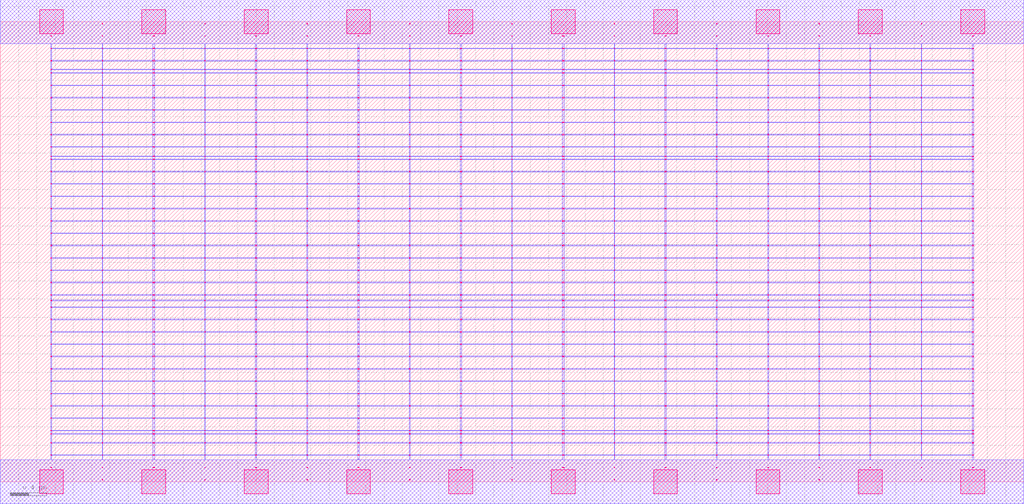
<source format=lef>
MACRO AOOAOI3221_DEBUG
 CLASS CORE ;
 FOREIGN AOOAOI3221_DEBUG 0 0 ;
 SIZE 11.200000000000001 BY 5.04 ;
 ORIGIN 0 0 ;
 SYMMETRY X Y R90 ;
 SITE unit ;

 OBS
    LAYER polycont ;
     RECT 5.59600000 2.58300000 5.60400000 2.59100000 ;
     RECT 5.59600000 2.71800000 5.60400000 2.72600000 ;
     RECT 5.59600000 2.85300000 5.60400000 2.86100000 ;
     RECT 5.59600000 2.98800000 5.60400000 2.99600000 ;
     RECT 7.83600000 2.58300000 7.84400000 2.59100000 ;
     RECT 8.39600000 2.58300000 8.40900000 2.59100000 ;
     RECT 8.95600000 2.58300000 8.96400000 2.59100000 ;
     RECT 9.51100000 2.58300000 9.52400000 2.59100000 ;
     RECT 10.07600000 2.58300000 10.08400000 2.59100000 ;
     RECT 10.63600000 2.58300000 10.64900000 2.59100000 ;
     RECT 6.15100000 2.58300000 6.16900000 2.59100000 ;
     RECT 6.15100000 2.71800000 6.16900000 2.72600000 ;
     RECT 6.71600000 2.71800000 6.72400000 2.72600000 ;
     RECT 7.27100000 2.71800000 7.28900000 2.72600000 ;
     RECT 7.83600000 2.71800000 7.84400000 2.72600000 ;
     RECT 8.39600000 2.71800000 8.40900000 2.72600000 ;
     RECT 8.95600000 2.71800000 8.96400000 2.72600000 ;
     RECT 9.51100000 2.71800000 9.52400000 2.72600000 ;
     RECT 10.07600000 2.71800000 10.08400000 2.72600000 ;
     RECT 10.63600000 2.71800000 10.64900000 2.72600000 ;
     RECT 6.71600000 2.58300000 6.72400000 2.59100000 ;
     RECT 6.15100000 2.85300000 6.16900000 2.86100000 ;
     RECT 6.71600000 2.85300000 6.72400000 2.86100000 ;
     RECT 7.27100000 2.85300000 7.28900000 2.86100000 ;
     RECT 7.83600000 2.85300000 7.84400000 2.86100000 ;
     RECT 8.39600000 2.85300000 8.40900000 2.86100000 ;
     RECT 8.95600000 2.85300000 8.96400000 2.86100000 ;
     RECT 9.51100000 2.85300000 9.52400000 2.86100000 ;
     RECT 10.07600000 2.85300000 10.08400000 2.86100000 ;
     RECT 10.63600000 2.85300000 10.64900000 2.86100000 ;
     RECT 7.27100000 2.58300000 7.28900000 2.59100000 ;
     RECT 6.15100000 2.98800000 6.16900000 2.99600000 ;
     RECT 6.71600000 2.98800000 6.72400000 2.99600000 ;
     RECT 7.27100000 2.98800000 7.28900000 2.99600000 ;
     RECT 7.83600000 2.98800000 7.84400000 2.99600000 ;
     RECT 8.39600000 2.98800000 8.40900000 2.99600000 ;
     RECT 8.95600000 2.98800000 8.96400000 2.99600000 ;
     RECT 9.51100000 2.98800000 9.52400000 2.99600000 ;
     RECT 10.07600000 2.98800000 10.08400000 2.99600000 ;
     RECT 10.63600000 2.98800000 10.64900000 2.99600000 ;
     RECT 8.95600000 3.12300000 8.96400000 3.13100000 ;
     RECT 8.95600000 3.25800000 8.96400000 3.26600000 ;
     RECT 8.95600000 3.39300000 8.96400000 3.40100000 ;
     RECT 8.95600000 3.52800000 8.96400000 3.53600000 ;
     RECT 8.95600000 3.56100000 8.96400000 3.56900000 ;
     RECT 8.95600000 3.66300000 8.96400000 3.67100000 ;
     RECT 8.95600000 3.79800000 8.96400000 3.80600000 ;
     RECT 8.95600000 3.93300000 8.96400000 3.94100000 ;
     RECT 8.95600000 4.06800000 8.96400000 4.07600000 ;
     RECT 8.95600000 4.20300000 8.96400000 4.21100000 ;
     RECT 8.95600000 4.33800000 8.96400000 4.34600000 ;
     RECT 8.95600000 4.47300000 8.96400000 4.48100000 ;
     RECT 8.95600000 4.51100000 8.96400000 4.51900000 ;
     RECT 8.95600000 4.60800000 8.96400000 4.61600000 ;
     RECT 8.95600000 4.74300000 8.96400000 4.75100000 ;
     RECT 8.95600000 4.87800000 8.96400000 4.88600000 ;
     RECT 1.67100000 2.58300000 1.68900000 2.59100000 ;
     RECT 0.55100000 2.98800000 0.56400000 2.99600000 ;
     RECT 1.11600000 2.98800000 1.12400000 2.99600000 ;
     RECT 1.67100000 2.98800000 1.68900000 2.99600000 ;
     RECT 2.23600000 2.98800000 2.24400000 2.99600000 ;
     RECT 2.79100000 2.98800000 2.80900000 2.99600000 ;
     RECT 3.35600000 2.98800000 3.36400000 2.99600000 ;
     RECT 3.91100000 2.98800000 3.92900000 2.99600000 ;
     RECT 4.47600000 2.98800000 4.48400000 2.99600000 ;
     RECT 5.03100000 2.98800000 5.04900000 2.99600000 ;
     RECT 2.23600000 2.58300000 2.24400000 2.59100000 ;
     RECT 2.79100000 2.58300000 2.80900000 2.59100000 ;
     RECT 3.35600000 2.58300000 3.36400000 2.59100000 ;
     RECT 3.91100000 2.58300000 3.92900000 2.59100000 ;
     RECT 4.47600000 2.58300000 4.48400000 2.59100000 ;
     RECT 5.03100000 2.58300000 5.04900000 2.59100000 ;
     RECT 0.55100000 2.58300000 0.56400000 2.59100000 ;
     RECT 0.55100000 2.71800000 0.56400000 2.72600000 ;
     RECT 0.55100000 2.85300000 0.56400000 2.86100000 ;
     RECT 1.11600000 2.85300000 1.12400000 2.86100000 ;
     RECT 1.67100000 2.85300000 1.68900000 2.86100000 ;
     RECT 2.23600000 2.85300000 2.24400000 2.86100000 ;
     RECT 2.79100000 2.85300000 2.80900000 2.86100000 ;
     RECT 3.35600000 2.85300000 3.36400000 2.86100000 ;
     RECT 3.91100000 2.85300000 3.92900000 2.86100000 ;
     RECT 4.47600000 2.85300000 4.48400000 2.86100000 ;
     RECT 5.03100000 2.85300000 5.04900000 2.86100000 ;
     RECT 1.11600000 2.71800000 1.12400000 2.72600000 ;
     RECT 1.67100000 2.71800000 1.68900000 2.72600000 ;
     RECT 2.23600000 2.71800000 2.24400000 2.72600000 ;
     RECT 2.79100000 2.71800000 2.80900000 2.72600000 ;
     RECT 3.35600000 2.71800000 3.36400000 2.72600000 ;
     RECT 3.91100000 2.71800000 3.92900000 2.72600000 ;
     RECT 4.47600000 2.71800000 4.48400000 2.72600000 ;
     RECT 5.03100000 2.71800000 5.04900000 2.72600000 ;
     RECT 1.11600000 2.58300000 1.12400000 2.59100000 ;
     RECT 8.95600000 1.63800000 8.96400000 1.64600000 ;
     RECT 8.95600000 1.77300000 8.96400000 1.78100000 ;
     RECT 8.95600000 1.90800000 8.96400000 1.91600000 ;
     RECT 8.95600000 1.98100000 8.96400000 1.98900000 ;
     RECT 8.95600000 2.04300000 8.96400000 2.05100000 ;
     RECT 8.95600000 2.17800000 8.96400000 2.18600000 ;
     RECT 8.95600000 2.31300000 8.96400000 2.32100000 ;
     RECT 8.95600000 2.44800000 8.96400000 2.45600000 ;
     RECT 8.95600000 0.15300000 8.96400000 0.16100000 ;
     RECT 8.95600000 0.28800000 8.96400000 0.29600000 ;
     RECT 8.95600000 0.42300000 8.96400000 0.43100000 ;
     RECT 8.95600000 0.52100000 8.96400000 0.52900000 ;
     RECT 8.95600000 0.55800000 8.96400000 0.56600000 ;
     RECT 8.95600000 0.69300000 8.96400000 0.70100000 ;
     RECT 8.95600000 0.82800000 8.96400000 0.83600000 ;
     RECT 8.95600000 0.96300000 8.96400000 0.97100000 ;
     RECT 8.95600000 1.09800000 8.96400000 1.10600000 ;
     RECT 8.95600000 1.23300000 8.96400000 1.24100000 ;
     RECT 8.95600000 1.36800000 8.96400000 1.37600000 ;
     RECT 8.95600000 1.50300000 8.96400000 1.51100000 ;

    LAYER pdiffc ;
     RECT 0.55100000 3.39300000 0.55900000 3.40100000 ;
     RECT 8.40100000 3.39300000 8.40900000 3.40100000 ;
     RECT 9.51100000 3.39300000 9.51900000 3.40100000 ;
     RECT 10.64100000 3.39300000 10.64900000 3.40100000 ;
     RECT 0.55100000 3.52800000 0.55900000 3.53600000 ;
     RECT 8.40100000 3.52800000 8.40900000 3.53600000 ;
     RECT 9.51100000 3.52800000 9.51900000 3.53600000 ;
     RECT 10.64100000 3.52800000 10.64900000 3.53600000 ;
     RECT 0.55100000 3.56100000 0.55900000 3.56900000 ;
     RECT 8.40100000 3.56100000 8.40900000 3.56900000 ;
     RECT 9.51100000 3.56100000 9.51900000 3.56900000 ;
     RECT 10.64100000 3.56100000 10.64900000 3.56900000 ;
     RECT 0.55100000 3.66300000 0.55900000 3.67100000 ;
     RECT 8.40100000 3.66300000 8.40900000 3.67100000 ;
     RECT 9.51100000 3.66300000 9.51900000 3.67100000 ;
     RECT 10.64100000 3.66300000 10.64900000 3.67100000 ;
     RECT 0.55100000 3.79800000 0.55900000 3.80600000 ;
     RECT 8.40100000 3.79800000 8.40900000 3.80600000 ;
     RECT 9.51100000 3.79800000 9.51900000 3.80600000 ;
     RECT 10.64100000 3.79800000 10.64900000 3.80600000 ;
     RECT 0.55100000 3.93300000 0.55900000 3.94100000 ;
     RECT 8.40100000 3.93300000 8.40900000 3.94100000 ;
     RECT 9.51100000 3.93300000 9.51900000 3.94100000 ;
     RECT 10.64100000 3.93300000 10.64900000 3.94100000 ;
     RECT 0.55100000 4.06800000 0.55900000 4.07600000 ;
     RECT 8.40100000 4.06800000 8.40900000 4.07600000 ;
     RECT 9.51100000 4.06800000 9.51900000 4.07600000 ;
     RECT 10.64100000 4.06800000 10.64900000 4.07600000 ;
     RECT 0.55100000 4.20300000 0.55900000 4.21100000 ;
     RECT 8.40100000 4.20300000 8.40900000 4.21100000 ;
     RECT 9.51100000 4.20300000 9.51900000 4.21100000 ;
     RECT 10.64100000 4.20300000 10.64900000 4.21100000 ;
     RECT 0.55100000 4.33800000 0.55900000 4.34600000 ;
     RECT 8.40100000 4.33800000 8.40900000 4.34600000 ;
     RECT 9.51100000 4.33800000 9.51900000 4.34600000 ;
     RECT 10.64100000 4.33800000 10.64900000 4.34600000 ;
     RECT 0.55100000 4.47300000 0.55900000 4.48100000 ;
     RECT 8.40100000 4.47300000 8.40900000 4.48100000 ;
     RECT 9.51100000 4.47300000 9.51900000 4.48100000 ;
     RECT 10.64100000 4.47300000 10.64900000 4.48100000 ;
     RECT 0.55100000 4.51100000 0.55900000 4.51900000 ;
     RECT 8.40100000 4.51100000 8.40900000 4.51900000 ;
     RECT 9.51100000 4.51100000 9.51900000 4.51900000 ;
     RECT 10.64100000 4.51100000 10.64900000 4.51900000 ;
     RECT 0.55100000 4.60800000 0.55900000 4.61600000 ;
     RECT 8.40100000 4.60800000 8.40900000 4.61600000 ;
     RECT 9.51100000 4.60800000 9.51900000 4.61600000 ;
     RECT 10.64100000 4.60800000 10.64900000 4.61600000 ;

    LAYER ndiffc ;
     RECT 6.15100000 0.42300000 6.16900000 0.43100000 ;
     RECT 7.27100000 0.42300000 7.28900000 0.43100000 ;
     RECT 8.39600000 0.42300000 8.40900000 0.43100000 ;
     RECT 9.51100000 0.42300000 9.52400000 0.43100000 ;
     RECT 10.63600000 0.42300000 10.64900000 0.43100000 ;
     RECT 6.15100000 0.52100000 6.16900000 0.52900000 ;
     RECT 7.27100000 0.52100000 7.28900000 0.52900000 ;
     RECT 8.39600000 0.52100000 8.40900000 0.52900000 ;
     RECT 9.51100000 0.52100000 9.52400000 0.52900000 ;
     RECT 10.63600000 0.52100000 10.64900000 0.52900000 ;
     RECT 6.15100000 0.55800000 6.16900000 0.56600000 ;
     RECT 7.27100000 0.55800000 7.28900000 0.56600000 ;
     RECT 8.39600000 0.55800000 8.40900000 0.56600000 ;
     RECT 9.51100000 0.55800000 9.52400000 0.56600000 ;
     RECT 10.63600000 0.55800000 10.64900000 0.56600000 ;
     RECT 6.15100000 0.69300000 6.16900000 0.70100000 ;
     RECT 7.27100000 0.69300000 7.28900000 0.70100000 ;
     RECT 8.39600000 0.69300000 8.40900000 0.70100000 ;
     RECT 9.51100000 0.69300000 9.52400000 0.70100000 ;
     RECT 10.63600000 0.69300000 10.64900000 0.70100000 ;
     RECT 6.15100000 0.82800000 6.16900000 0.83600000 ;
     RECT 7.27100000 0.82800000 7.28900000 0.83600000 ;
     RECT 8.39600000 0.82800000 8.40900000 0.83600000 ;
     RECT 9.51100000 0.82800000 9.52400000 0.83600000 ;
     RECT 10.63600000 0.82800000 10.64900000 0.83600000 ;
     RECT 6.15100000 0.96300000 6.16900000 0.97100000 ;
     RECT 7.27100000 0.96300000 7.28900000 0.97100000 ;
     RECT 8.39600000 0.96300000 8.40900000 0.97100000 ;
     RECT 9.51100000 0.96300000 9.52400000 0.97100000 ;
     RECT 10.63600000 0.96300000 10.64900000 0.97100000 ;
     RECT 6.15100000 1.09800000 6.16900000 1.10600000 ;
     RECT 7.27100000 1.09800000 7.28900000 1.10600000 ;
     RECT 8.39600000 1.09800000 8.40900000 1.10600000 ;
     RECT 9.51100000 1.09800000 9.52400000 1.10600000 ;
     RECT 10.63600000 1.09800000 10.64900000 1.10600000 ;
     RECT 6.15100000 1.23300000 6.16900000 1.24100000 ;
     RECT 7.27100000 1.23300000 7.28900000 1.24100000 ;
     RECT 8.39600000 1.23300000 8.40900000 1.24100000 ;
     RECT 9.51100000 1.23300000 9.52400000 1.24100000 ;
     RECT 10.63600000 1.23300000 10.64900000 1.24100000 ;
     RECT 6.15100000 1.36800000 6.16900000 1.37600000 ;
     RECT 7.27100000 1.36800000 7.28900000 1.37600000 ;
     RECT 8.39600000 1.36800000 8.40900000 1.37600000 ;
     RECT 9.51100000 1.36800000 9.52400000 1.37600000 ;
     RECT 10.63600000 1.36800000 10.64900000 1.37600000 ;
     RECT 6.15100000 1.50300000 6.16900000 1.51100000 ;
     RECT 7.27100000 1.50300000 7.28900000 1.51100000 ;
     RECT 8.39600000 1.50300000 8.40900000 1.51100000 ;
     RECT 9.51100000 1.50300000 9.52400000 1.51100000 ;
     RECT 10.63600000 1.50300000 10.64900000 1.51100000 ;
     RECT 6.15100000 1.63800000 6.16900000 1.64600000 ;
     RECT 7.27100000 1.63800000 7.28900000 1.64600000 ;
     RECT 8.39600000 1.63800000 8.40900000 1.64600000 ;
     RECT 9.51100000 1.63800000 9.52400000 1.64600000 ;
     RECT 10.63600000 1.63800000 10.64900000 1.64600000 ;
     RECT 6.15100000 1.77300000 6.16900000 1.78100000 ;
     RECT 7.27100000 1.77300000 7.28900000 1.78100000 ;
     RECT 8.39600000 1.77300000 8.40900000 1.78100000 ;
     RECT 9.51100000 1.77300000 9.52400000 1.78100000 ;
     RECT 10.63600000 1.77300000 10.64900000 1.78100000 ;
     RECT 6.15100000 1.90800000 6.16900000 1.91600000 ;
     RECT 7.27100000 1.90800000 7.28900000 1.91600000 ;
     RECT 8.39600000 1.90800000 8.40900000 1.91600000 ;
     RECT 9.51100000 1.90800000 9.52400000 1.91600000 ;
     RECT 10.63600000 1.90800000 10.64900000 1.91600000 ;
     RECT 6.15100000 1.98100000 6.16900000 1.98900000 ;
     RECT 7.27100000 1.98100000 7.28900000 1.98900000 ;
     RECT 8.39600000 1.98100000 8.40900000 1.98900000 ;
     RECT 9.51100000 1.98100000 9.52400000 1.98900000 ;
     RECT 10.63600000 1.98100000 10.64900000 1.98900000 ;
     RECT 6.15100000 2.04300000 6.16900000 2.05100000 ;
     RECT 7.27100000 2.04300000 7.28900000 2.05100000 ;
     RECT 8.39600000 2.04300000 8.40900000 2.05100000 ;
     RECT 9.51100000 2.04300000 9.52400000 2.05100000 ;
     RECT 10.63600000 2.04300000 10.64900000 2.05100000 ;
     RECT 0.55100000 0.42300000 0.56400000 0.43100000 ;
     RECT 1.67100000 0.42300000 1.68900000 0.43100000 ;
     RECT 2.79100000 0.42300000 2.80900000 0.43100000 ;
     RECT 3.91100000 0.42300000 3.92900000 0.43100000 ;
     RECT 5.03100000 0.42300000 5.04900000 0.43100000 ;
     RECT 0.55100000 1.36800000 0.56400000 1.37600000 ;
     RECT 1.67100000 1.36800000 1.68900000 1.37600000 ;
     RECT 2.79100000 1.36800000 2.80900000 1.37600000 ;
     RECT 3.91100000 1.36800000 3.92900000 1.37600000 ;
     RECT 5.03100000 1.36800000 5.04900000 1.37600000 ;
     RECT 0.55100000 0.82800000 0.56400000 0.83600000 ;
     RECT 1.67100000 0.82800000 1.68900000 0.83600000 ;
     RECT 2.79100000 0.82800000 2.80900000 0.83600000 ;
     RECT 3.91100000 0.82800000 3.92900000 0.83600000 ;
     RECT 5.03100000 0.82800000 5.04900000 0.83600000 ;
     RECT 0.55100000 1.50300000 0.56400000 1.51100000 ;
     RECT 1.67100000 1.50300000 1.68900000 1.51100000 ;
     RECT 2.79100000 1.50300000 2.80900000 1.51100000 ;
     RECT 3.91100000 1.50300000 3.92900000 1.51100000 ;
     RECT 5.03100000 1.50300000 5.04900000 1.51100000 ;
     RECT 0.55100000 0.55800000 0.56400000 0.56600000 ;
     RECT 1.67100000 0.55800000 1.68900000 0.56600000 ;
     RECT 2.79100000 0.55800000 2.80900000 0.56600000 ;
     RECT 3.91100000 0.55800000 3.92900000 0.56600000 ;
     RECT 5.03100000 0.55800000 5.04900000 0.56600000 ;
     RECT 0.55100000 1.63800000 0.56400000 1.64600000 ;
     RECT 1.67100000 1.63800000 1.68900000 1.64600000 ;
     RECT 2.79100000 1.63800000 2.80900000 1.64600000 ;
     RECT 3.91100000 1.63800000 3.92900000 1.64600000 ;
     RECT 5.03100000 1.63800000 5.04900000 1.64600000 ;
     RECT 0.55100000 0.96300000 0.56400000 0.97100000 ;
     RECT 1.67100000 0.96300000 1.68900000 0.97100000 ;
     RECT 2.79100000 0.96300000 2.80900000 0.97100000 ;
     RECT 3.91100000 0.96300000 3.92900000 0.97100000 ;
     RECT 5.03100000 0.96300000 5.04900000 0.97100000 ;
     RECT 0.55100000 1.77300000 0.56400000 1.78100000 ;
     RECT 1.67100000 1.77300000 1.68900000 1.78100000 ;
     RECT 2.79100000 1.77300000 2.80900000 1.78100000 ;
     RECT 3.91100000 1.77300000 3.92900000 1.78100000 ;
     RECT 5.03100000 1.77300000 5.04900000 1.78100000 ;
     RECT 0.55100000 0.52100000 0.56400000 0.52900000 ;
     RECT 1.67100000 0.52100000 1.68900000 0.52900000 ;
     RECT 2.79100000 0.52100000 2.80900000 0.52900000 ;
     RECT 3.91100000 0.52100000 3.92900000 0.52900000 ;
     RECT 5.03100000 0.52100000 5.04900000 0.52900000 ;
     RECT 0.55100000 1.90800000 0.56400000 1.91600000 ;
     RECT 1.67100000 1.90800000 1.68900000 1.91600000 ;
     RECT 2.79100000 1.90800000 2.80900000 1.91600000 ;
     RECT 3.91100000 1.90800000 3.92900000 1.91600000 ;
     RECT 5.03100000 1.90800000 5.04900000 1.91600000 ;
     RECT 0.55100000 1.09800000 0.56400000 1.10600000 ;
     RECT 1.67100000 1.09800000 1.68900000 1.10600000 ;
     RECT 2.79100000 1.09800000 2.80900000 1.10600000 ;
     RECT 3.91100000 1.09800000 3.92900000 1.10600000 ;
     RECT 5.03100000 1.09800000 5.04900000 1.10600000 ;
     RECT 0.55100000 1.98100000 0.56400000 1.98900000 ;
     RECT 1.67100000 1.98100000 1.68900000 1.98900000 ;
     RECT 2.79100000 1.98100000 2.80900000 1.98900000 ;
     RECT 3.91100000 1.98100000 3.92900000 1.98900000 ;
     RECT 5.03100000 1.98100000 5.04900000 1.98900000 ;
     RECT 0.55100000 0.69300000 0.56400000 0.70100000 ;
     RECT 1.67100000 0.69300000 1.68900000 0.70100000 ;
     RECT 2.79100000 0.69300000 2.80900000 0.70100000 ;
     RECT 3.91100000 0.69300000 3.92900000 0.70100000 ;
     RECT 5.03100000 0.69300000 5.04900000 0.70100000 ;
     RECT 0.55100000 2.04300000 0.56400000 2.05100000 ;
     RECT 1.67100000 2.04300000 1.68900000 2.05100000 ;
     RECT 2.79100000 2.04300000 2.80900000 2.05100000 ;
     RECT 3.91100000 2.04300000 3.92900000 2.05100000 ;
     RECT 5.03100000 2.04300000 5.04900000 2.05100000 ;
     RECT 0.55100000 1.23300000 0.56400000 1.24100000 ;
     RECT 1.67100000 1.23300000 1.68900000 1.24100000 ;
     RECT 2.79100000 1.23300000 2.80900000 1.24100000 ;
     RECT 3.91100000 1.23300000 3.92900000 1.24100000 ;
     RECT 5.03100000 1.23300000 5.04900000 1.24100000 ;

    LAYER met1 ;
     RECT 0.00000000 -0.24000000 11.20000000 0.24000000 ;
     RECT 5.59600000 0.24000000 5.60400000 0.28800000 ;
     RECT 0.55100000 0.28800000 10.64900000 0.29600000 ;
     RECT 5.59600000 0.29600000 5.60400000 0.42300000 ;
     RECT 0.55100000 0.42300000 10.64900000 0.43100000 ;
     RECT 5.59600000 0.43100000 5.60400000 0.52100000 ;
     RECT 0.55100000 0.52100000 10.64900000 0.52900000 ;
     RECT 5.59600000 0.52900000 5.60400000 0.55800000 ;
     RECT 0.55100000 0.55800000 10.64900000 0.56600000 ;
     RECT 5.59600000 0.56600000 5.60400000 0.69300000 ;
     RECT 0.55100000 0.69300000 10.64900000 0.70100000 ;
     RECT 5.59600000 0.70100000 5.60400000 0.82800000 ;
     RECT 0.55100000 0.82800000 10.64900000 0.83600000 ;
     RECT 5.59600000 0.83600000 5.60400000 0.96300000 ;
     RECT 0.55100000 0.96300000 10.64900000 0.97100000 ;
     RECT 5.59600000 0.97100000 5.60400000 1.09800000 ;
     RECT 0.55100000 1.09800000 10.64900000 1.10600000 ;
     RECT 5.59600000 1.10600000 5.60400000 1.23300000 ;
     RECT 0.55100000 1.23300000 10.64900000 1.24100000 ;
     RECT 5.59600000 1.24100000 5.60400000 1.36800000 ;
     RECT 0.55100000 1.36800000 10.64900000 1.37600000 ;
     RECT 5.59600000 1.37600000 5.60400000 1.50300000 ;
     RECT 0.55100000 1.50300000 10.64900000 1.51100000 ;
     RECT 5.59600000 1.51100000 5.60400000 1.63800000 ;
     RECT 0.55100000 1.63800000 10.64900000 1.64600000 ;
     RECT 5.59600000 1.64600000 5.60400000 1.77300000 ;
     RECT 0.55100000 1.77300000 10.64900000 1.78100000 ;
     RECT 5.59600000 1.78100000 5.60400000 1.90800000 ;
     RECT 0.55100000 1.90800000 10.64900000 1.91600000 ;
     RECT 5.59600000 1.91600000 5.60400000 1.98100000 ;
     RECT 0.55100000 1.98100000 10.64900000 1.98900000 ;
     RECT 5.59600000 1.98900000 5.60400000 2.04300000 ;
     RECT 0.55100000 2.04300000 10.64900000 2.05100000 ;
     RECT 5.59600000 2.05100000 5.60400000 2.17800000 ;
     RECT 0.55100000 2.17800000 10.64900000 2.18600000 ;
     RECT 5.59600000 2.18600000 5.60400000 2.31300000 ;
     RECT 0.55100000 2.31300000 10.64900000 2.32100000 ;
     RECT 5.59600000 2.32100000 5.60400000 2.44800000 ;
     RECT 0.55100000 2.44800000 10.64900000 2.45600000 ;
     RECT 0.55100000 2.45600000 0.56400000 2.58300000 ;
     RECT 1.11600000 2.45600000 1.12400000 2.58300000 ;
     RECT 1.67100000 2.45600000 1.68900000 2.58300000 ;
     RECT 2.23600000 2.45600000 2.24400000 2.58300000 ;
     RECT 2.79100000 2.45600000 2.80900000 2.58300000 ;
     RECT 3.35600000 2.45600000 3.36400000 2.58300000 ;
     RECT 3.91100000 2.45600000 3.92900000 2.58300000 ;
     RECT 4.47600000 2.45600000 4.48400000 2.58300000 ;
     RECT 5.03100000 2.45600000 5.04900000 2.58300000 ;
     RECT 5.59600000 2.45600000 5.60400000 2.58300000 ;
     RECT 6.15100000 2.45600000 6.16900000 2.58300000 ;
     RECT 6.71600000 2.45600000 6.72400000 2.58300000 ;
     RECT 7.27100000 2.45600000 7.28900000 2.58300000 ;
     RECT 7.83600000 2.45600000 7.84400000 2.58300000 ;
     RECT 8.39600000 2.45600000 8.40900000 2.58300000 ;
     RECT 8.95600000 2.45600000 8.96400000 2.58300000 ;
     RECT 9.51100000 2.45600000 9.52400000 2.58300000 ;
     RECT 10.07600000 2.45600000 10.08400000 2.58300000 ;
     RECT 10.63600000 2.45600000 10.64900000 2.58300000 ;
     RECT 0.55100000 2.58300000 10.64900000 2.59100000 ;
     RECT 5.59600000 2.59100000 5.60400000 2.71800000 ;
     RECT 0.55100000 2.71800000 10.64900000 2.72600000 ;
     RECT 5.59600000 2.72600000 5.60400000 2.85300000 ;
     RECT 0.55100000 2.85300000 10.64900000 2.86100000 ;
     RECT 5.59600000 2.86100000 5.60400000 2.98800000 ;
     RECT 0.55100000 2.98800000 10.64900000 2.99600000 ;
     RECT 5.59600000 2.99600000 5.60400000 3.12300000 ;
     RECT 0.55100000 3.12300000 10.64900000 3.13100000 ;
     RECT 5.59600000 3.13100000 5.60400000 3.25800000 ;
     RECT 0.55100000 3.25800000 10.64900000 3.26600000 ;
     RECT 5.59600000 3.26600000 5.60400000 3.39300000 ;
     RECT 0.55100000 3.39300000 10.64900000 3.40100000 ;
     RECT 5.59600000 3.40100000 5.60400000 3.52800000 ;
     RECT 0.55100000 3.52800000 10.64900000 3.53600000 ;
     RECT 5.59600000 3.53600000 5.60400000 3.56100000 ;
     RECT 0.55100000 3.56100000 10.64900000 3.56900000 ;
     RECT 5.59600000 3.56900000 5.60400000 3.66300000 ;
     RECT 0.55100000 3.66300000 10.64900000 3.67100000 ;
     RECT 5.59600000 3.67100000 5.60400000 3.79800000 ;
     RECT 0.55100000 3.79800000 10.64900000 3.80600000 ;
     RECT 5.59600000 3.80600000 5.60400000 3.93300000 ;
     RECT 0.55100000 3.93300000 10.64900000 3.94100000 ;
     RECT 5.59600000 3.94100000 5.60400000 4.06800000 ;
     RECT 0.55100000 4.06800000 10.64900000 4.07600000 ;
     RECT 5.59600000 4.07600000 5.60400000 4.20300000 ;
     RECT 0.55100000 4.20300000 10.64900000 4.21100000 ;
     RECT 5.59600000 4.21100000 5.60400000 4.33800000 ;
     RECT 0.55100000 4.33800000 10.64900000 4.34600000 ;
     RECT 5.59600000 4.34600000 5.60400000 4.47300000 ;
     RECT 0.55100000 4.47300000 10.64900000 4.48100000 ;
     RECT 5.59600000 4.48100000 5.60400000 4.51100000 ;
     RECT 0.55100000 4.51100000 10.64900000 4.51900000 ;
     RECT 5.59600000 4.51900000 5.60400000 4.60800000 ;
     RECT 0.55100000 4.60800000 10.64900000 4.61600000 ;
     RECT 5.59600000 4.61600000 5.60400000 4.74300000 ;
     RECT 0.55100000 4.74300000 10.64900000 4.75100000 ;
     RECT 5.59600000 4.75100000 5.60400000 4.80000000 ;
     RECT 0.00000000 4.80000000 11.20000000 5.28000000 ;
     RECT 8.39600000 2.99600000 8.40900000 3.12300000 ;
     RECT 8.39600000 3.13100000 8.40900000 3.25800000 ;
     RECT 8.39600000 3.26600000 8.40900000 3.39300000 ;
     RECT 8.39600000 3.40100000 8.40900000 3.52800000 ;
     RECT 8.39600000 3.53600000 8.40900000 3.56100000 ;
     RECT 8.39600000 2.72600000 8.40900000 2.85300000 ;
     RECT 8.39600000 3.56900000 8.40900000 3.66300000 ;
     RECT 8.39600000 3.67100000 8.40900000 3.79800000 ;
     RECT 6.15100000 3.80600000 6.16900000 3.93300000 ;
     RECT 6.71600000 3.80600000 6.72400000 3.93300000 ;
     RECT 7.27100000 3.80600000 7.28900000 3.93300000 ;
     RECT 7.83600000 3.80600000 7.84400000 3.93300000 ;
     RECT 8.39600000 3.80600000 8.40900000 3.93300000 ;
     RECT 8.95600000 3.80600000 8.96400000 3.93300000 ;
     RECT 9.51100000 3.80600000 9.52400000 3.93300000 ;
     RECT 10.07600000 3.80600000 10.08400000 3.93300000 ;
     RECT 10.63600000 3.80600000 10.64900000 3.93300000 ;
     RECT 8.39600000 3.94100000 8.40900000 4.06800000 ;
     RECT 8.39600000 4.07600000 8.40900000 4.20300000 ;
     RECT 8.39600000 4.21100000 8.40900000 4.33800000 ;
     RECT 8.39600000 2.86100000 8.40900000 2.98800000 ;
     RECT 8.39600000 4.34600000 8.40900000 4.47300000 ;
     RECT 8.39600000 4.48100000 8.40900000 4.51100000 ;
     RECT 8.39600000 2.59100000 8.40900000 2.71800000 ;
     RECT 8.39600000 4.51900000 8.40900000 4.60800000 ;
     RECT 8.39600000 4.61600000 8.40900000 4.74300000 ;
     RECT 8.39600000 4.75100000 8.40900000 4.80000000 ;
     RECT 9.51100000 3.94100000 9.52400000 4.06800000 ;
     RECT 8.95600000 4.21100000 8.96400000 4.33800000 ;
     RECT 9.51100000 4.21100000 9.52400000 4.33800000 ;
     RECT 10.07600000 4.21100000 10.08400000 4.33800000 ;
     RECT 10.63600000 4.21100000 10.64900000 4.33800000 ;
     RECT 10.07600000 3.94100000 10.08400000 4.06800000 ;
     RECT 10.63600000 3.94100000 10.64900000 4.06800000 ;
     RECT 8.95600000 4.34600000 8.96400000 4.47300000 ;
     RECT 9.51100000 4.34600000 9.52400000 4.47300000 ;
     RECT 10.07600000 4.34600000 10.08400000 4.47300000 ;
     RECT 10.63600000 4.34600000 10.64900000 4.47300000 ;
     RECT 8.95600000 3.94100000 8.96400000 4.06800000 ;
     RECT 8.95600000 4.48100000 8.96400000 4.51100000 ;
     RECT 9.51100000 4.48100000 9.52400000 4.51100000 ;
     RECT 10.07600000 4.48100000 10.08400000 4.51100000 ;
     RECT 10.63600000 4.48100000 10.64900000 4.51100000 ;
     RECT 8.95600000 4.07600000 8.96400000 4.20300000 ;
     RECT 9.51100000 4.07600000 9.52400000 4.20300000 ;
     RECT 8.95600000 4.51900000 8.96400000 4.60800000 ;
     RECT 9.51100000 4.51900000 9.52400000 4.60800000 ;
     RECT 10.07600000 4.51900000 10.08400000 4.60800000 ;
     RECT 10.63600000 4.51900000 10.64900000 4.60800000 ;
     RECT 10.07600000 4.07600000 10.08400000 4.20300000 ;
     RECT 8.95600000 4.61600000 8.96400000 4.74300000 ;
     RECT 9.51100000 4.61600000 9.52400000 4.74300000 ;
     RECT 10.07600000 4.61600000 10.08400000 4.74300000 ;
     RECT 10.63600000 4.61600000 10.64900000 4.74300000 ;
     RECT 10.63600000 4.07600000 10.64900000 4.20300000 ;
     RECT 8.95600000 4.75100000 8.96400000 4.80000000 ;
     RECT 9.51100000 4.75100000 9.52400000 4.80000000 ;
     RECT 10.07600000 4.75100000 10.08400000 4.80000000 ;
     RECT 10.63600000 4.75100000 10.64900000 4.80000000 ;
     RECT 6.71600000 4.07600000 6.72400000 4.20300000 ;
     RECT 7.27100000 4.07600000 7.28900000 4.20300000 ;
     RECT 7.83600000 4.07600000 7.84400000 4.20300000 ;
     RECT 6.71600000 3.94100000 6.72400000 4.06800000 ;
     RECT 7.27100000 3.94100000 7.28900000 4.06800000 ;
     RECT 6.15100000 4.51900000 6.16900000 4.60800000 ;
     RECT 6.71600000 4.51900000 6.72400000 4.60800000 ;
     RECT 7.27100000 4.51900000 7.28900000 4.60800000 ;
     RECT 7.83600000 4.51900000 7.84400000 4.60800000 ;
     RECT 7.83600000 3.94100000 7.84400000 4.06800000 ;
     RECT 6.15100000 4.34600000 6.16900000 4.47300000 ;
     RECT 6.71600000 4.34600000 6.72400000 4.47300000 ;
     RECT 7.27100000 4.34600000 7.28900000 4.47300000 ;
     RECT 7.83600000 4.34600000 7.84400000 4.47300000 ;
     RECT 6.15100000 4.61600000 6.16900000 4.74300000 ;
     RECT 6.71600000 4.61600000 6.72400000 4.74300000 ;
     RECT 7.27100000 4.61600000 7.28900000 4.74300000 ;
     RECT 7.83600000 4.61600000 7.84400000 4.74300000 ;
     RECT 6.15100000 3.94100000 6.16900000 4.06800000 ;
     RECT 6.15100000 4.07600000 6.16900000 4.20300000 ;
     RECT 6.15100000 4.21100000 6.16900000 4.33800000 ;
     RECT 6.71600000 4.21100000 6.72400000 4.33800000 ;
     RECT 7.27100000 4.21100000 7.28900000 4.33800000 ;
     RECT 6.15100000 4.75100000 6.16900000 4.80000000 ;
     RECT 6.71600000 4.75100000 6.72400000 4.80000000 ;
     RECT 7.27100000 4.75100000 7.28900000 4.80000000 ;
     RECT 7.83600000 4.75100000 7.84400000 4.80000000 ;
     RECT 6.15100000 4.48100000 6.16900000 4.51100000 ;
     RECT 6.71600000 4.48100000 6.72400000 4.51100000 ;
     RECT 7.27100000 4.48100000 7.28900000 4.51100000 ;
     RECT 7.83600000 4.48100000 7.84400000 4.51100000 ;
     RECT 7.83600000 4.21100000 7.84400000 4.33800000 ;
     RECT 7.27100000 3.53600000 7.28900000 3.56100000 ;
     RECT 7.83600000 3.53600000 7.84400000 3.56100000 ;
     RECT 7.83600000 3.13100000 7.84400000 3.25800000 ;
     RECT 6.15100000 2.86100000 6.16900000 2.98800000 ;
     RECT 6.71600000 2.86100000 6.72400000 2.98800000 ;
     RECT 7.83600000 2.72600000 7.84400000 2.85300000 ;
     RECT 6.15100000 3.13100000 6.16900000 3.25800000 ;
     RECT 6.15100000 3.56900000 6.16900000 3.66300000 ;
     RECT 6.71600000 3.56900000 6.72400000 3.66300000 ;
     RECT 7.27100000 3.56900000 7.28900000 3.66300000 ;
     RECT 7.83600000 3.56900000 7.84400000 3.66300000 ;
     RECT 6.15100000 2.59100000 6.16900000 2.71800000 ;
     RECT 6.15100000 3.67100000 6.16900000 3.79800000 ;
     RECT 6.71600000 3.67100000 6.72400000 3.79800000 ;
     RECT 7.27100000 2.86100000 7.28900000 2.98800000 ;
     RECT 7.83600000 2.86100000 7.84400000 2.98800000 ;
     RECT 7.27100000 3.67100000 7.28900000 3.79800000 ;
     RECT 7.83600000 3.67100000 7.84400000 3.79800000 ;
     RECT 6.15100000 2.99600000 6.16900000 3.12300000 ;
     RECT 6.15100000 3.26600000 6.16900000 3.39300000 ;
     RECT 6.71600000 3.26600000 6.72400000 3.39300000 ;
     RECT 7.27100000 3.26600000 7.28900000 3.39300000 ;
     RECT 7.83600000 3.26600000 7.84400000 3.39300000 ;
     RECT 6.71600000 3.13100000 6.72400000 3.25800000 ;
     RECT 6.71600000 2.59100000 6.72400000 2.71800000 ;
     RECT 6.15100000 2.72600000 6.16900000 2.85300000 ;
     RECT 6.15100000 3.40100000 6.16900000 3.52800000 ;
     RECT 6.71600000 3.40100000 6.72400000 3.52800000 ;
     RECT 6.71600000 2.99600000 6.72400000 3.12300000 ;
     RECT 7.27100000 2.99600000 7.28900000 3.12300000 ;
     RECT 7.27100000 3.40100000 7.28900000 3.52800000 ;
     RECT 7.27100000 2.59100000 7.28900000 2.71800000 ;
     RECT 7.83600000 2.59100000 7.84400000 2.71800000 ;
     RECT 7.83600000 3.40100000 7.84400000 3.52800000 ;
     RECT 7.27100000 3.13100000 7.28900000 3.25800000 ;
     RECT 6.71600000 2.72600000 6.72400000 2.85300000 ;
     RECT 7.27100000 2.72600000 7.28900000 2.85300000 ;
     RECT 6.15100000 3.53600000 6.16900000 3.56100000 ;
     RECT 6.71600000 3.53600000 6.72400000 3.56100000 ;
     RECT 7.83600000 2.99600000 7.84400000 3.12300000 ;
     RECT 10.07600000 3.56900000 10.08400000 3.66300000 ;
     RECT 10.63600000 3.56900000 10.64900000 3.66300000 ;
     RECT 8.95600000 2.72600000 8.96400000 2.85300000 ;
     RECT 9.51100000 2.72600000 9.52400000 2.85300000 ;
     RECT 8.95600000 2.99600000 8.96400000 3.12300000 ;
     RECT 8.95600000 3.40100000 8.96400000 3.52800000 ;
     RECT 10.63600000 2.86100000 10.64900000 2.98800000 ;
     RECT 9.51100000 3.40100000 9.52400000 3.52800000 ;
     RECT 10.07600000 3.40100000 10.08400000 3.52800000 ;
     RECT 10.63600000 3.40100000 10.64900000 3.52800000 ;
     RECT 8.95600000 3.67100000 8.96400000 3.79800000 ;
     RECT 9.51100000 3.67100000 9.52400000 3.79800000 ;
     RECT 10.07600000 3.67100000 10.08400000 3.79800000 ;
     RECT 10.63600000 3.67100000 10.64900000 3.79800000 ;
     RECT 10.07600000 2.72600000 10.08400000 2.85300000 ;
     RECT 10.63600000 2.72600000 10.64900000 2.85300000 ;
     RECT 9.51100000 2.99600000 9.52400000 3.12300000 ;
     RECT 8.95600000 2.59100000 8.96400000 2.71800000 ;
     RECT 10.07600000 2.99600000 10.08400000 3.12300000 ;
     RECT 10.63600000 2.99600000 10.64900000 3.12300000 ;
     RECT 9.51100000 2.59100000 9.52400000 2.71800000 ;
     RECT 8.95600000 3.26600000 8.96400000 3.39300000 ;
     RECT 9.51100000 3.26600000 9.52400000 3.39300000 ;
     RECT 10.07600000 3.26600000 10.08400000 3.39300000 ;
     RECT 8.95600000 3.53600000 8.96400000 3.56100000 ;
     RECT 8.95600000 2.86100000 8.96400000 2.98800000 ;
     RECT 9.51100000 3.53600000 9.52400000 3.56100000 ;
     RECT 10.07600000 3.53600000 10.08400000 3.56100000 ;
     RECT 10.63600000 3.53600000 10.64900000 3.56100000 ;
     RECT 10.63600000 3.26600000 10.64900000 3.39300000 ;
     RECT 8.95600000 3.13100000 8.96400000 3.25800000 ;
     RECT 9.51100000 3.13100000 9.52400000 3.25800000 ;
     RECT 10.07600000 3.13100000 10.08400000 3.25800000 ;
     RECT 10.63600000 3.13100000 10.64900000 3.25800000 ;
     RECT 10.63600000 2.59100000 10.64900000 2.71800000 ;
     RECT 9.51100000 2.86100000 9.52400000 2.98800000 ;
     RECT 10.07600000 2.86100000 10.08400000 2.98800000 ;
     RECT 10.07600000 2.59100000 10.08400000 2.71800000 ;
     RECT 8.95600000 3.56900000 8.96400000 3.66300000 ;
     RECT 9.51100000 3.56900000 9.52400000 3.66300000 ;
     RECT 2.79100000 2.59100000 2.80900000 2.71800000 ;
     RECT 2.79100000 2.99600000 2.80900000 3.12300000 ;
     RECT 2.79100000 3.94100000 2.80900000 4.06800000 ;
     RECT 2.79100000 3.40100000 2.80900000 3.52800000 ;
     RECT 2.79100000 4.07600000 2.80900000 4.20300000 ;
     RECT 2.79100000 4.21100000 2.80900000 4.33800000 ;
     RECT 2.79100000 3.53600000 2.80900000 3.56100000 ;
     RECT 2.79100000 4.34600000 2.80900000 4.47300000 ;
     RECT 2.79100000 3.13100000 2.80900000 3.25800000 ;
     RECT 2.79100000 3.56900000 2.80900000 3.66300000 ;
     RECT 2.79100000 4.48100000 2.80900000 4.51100000 ;
     RECT 2.79100000 2.86100000 2.80900000 2.98800000 ;
     RECT 2.79100000 4.51900000 2.80900000 4.60800000 ;
     RECT 2.79100000 2.72600000 2.80900000 2.85300000 ;
     RECT 2.79100000 3.67100000 2.80900000 3.79800000 ;
     RECT 2.79100000 4.61600000 2.80900000 4.74300000 ;
     RECT 2.79100000 3.26600000 2.80900000 3.39300000 ;
     RECT 2.79100000 4.75100000 2.80900000 4.80000000 ;
     RECT 0.55100000 3.80600000 0.56400000 3.93300000 ;
     RECT 1.11600000 3.80600000 1.12400000 3.93300000 ;
     RECT 1.67100000 3.80600000 1.68900000 3.93300000 ;
     RECT 2.23600000 3.80600000 2.24400000 3.93300000 ;
     RECT 2.79100000 3.80600000 2.80900000 3.93300000 ;
     RECT 3.35600000 3.80600000 3.36400000 3.93300000 ;
     RECT 3.91100000 3.80600000 3.92900000 3.93300000 ;
     RECT 4.47600000 3.80600000 4.48400000 3.93300000 ;
     RECT 5.03100000 3.80600000 5.04900000 3.93300000 ;
     RECT 3.35600000 4.48100000 3.36400000 4.51100000 ;
     RECT 3.91100000 4.48100000 3.92900000 4.51100000 ;
     RECT 4.47600000 4.48100000 4.48400000 4.51100000 ;
     RECT 5.03100000 4.48100000 5.04900000 4.51100000 ;
     RECT 4.47600000 4.07600000 4.48400000 4.20300000 ;
     RECT 5.03100000 4.07600000 5.04900000 4.20300000 ;
     RECT 3.35600000 4.51900000 3.36400000 4.60800000 ;
     RECT 3.91100000 4.51900000 3.92900000 4.60800000 ;
     RECT 4.47600000 4.51900000 4.48400000 4.60800000 ;
     RECT 5.03100000 4.51900000 5.04900000 4.60800000 ;
     RECT 4.47600000 3.94100000 4.48400000 4.06800000 ;
     RECT 3.35600000 4.21100000 3.36400000 4.33800000 ;
     RECT 3.91100000 4.21100000 3.92900000 4.33800000 ;
     RECT 3.35600000 4.61600000 3.36400000 4.74300000 ;
     RECT 3.91100000 4.61600000 3.92900000 4.74300000 ;
     RECT 4.47600000 4.61600000 4.48400000 4.74300000 ;
     RECT 5.03100000 4.61600000 5.04900000 4.74300000 ;
     RECT 4.47600000 4.21100000 4.48400000 4.33800000 ;
     RECT 5.03100000 4.21100000 5.04900000 4.33800000 ;
     RECT 3.35600000 4.75100000 3.36400000 4.80000000 ;
     RECT 3.91100000 4.75100000 3.92900000 4.80000000 ;
     RECT 4.47600000 4.75100000 4.48400000 4.80000000 ;
     RECT 5.03100000 4.75100000 5.04900000 4.80000000 ;
     RECT 5.03100000 3.94100000 5.04900000 4.06800000 ;
     RECT 3.35600000 3.94100000 3.36400000 4.06800000 ;
     RECT 3.35600000 4.34600000 3.36400000 4.47300000 ;
     RECT 3.91100000 4.34600000 3.92900000 4.47300000 ;
     RECT 4.47600000 4.34600000 4.48400000 4.47300000 ;
     RECT 5.03100000 4.34600000 5.04900000 4.47300000 ;
     RECT 3.91100000 3.94100000 3.92900000 4.06800000 ;
     RECT 3.35600000 4.07600000 3.36400000 4.20300000 ;
     RECT 3.91100000 4.07600000 3.92900000 4.20300000 ;
     RECT 1.11600000 3.94100000 1.12400000 4.06800000 ;
     RECT 0.55100000 4.07600000 0.56400000 4.20300000 ;
     RECT 0.55100000 4.21100000 0.56400000 4.33800000 ;
     RECT 1.11600000 4.21100000 1.12400000 4.33800000 ;
     RECT 0.55100000 4.61600000 0.56400000 4.74300000 ;
     RECT 1.11600000 4.61600000 1.12400000 4.74300000 ;
     RECT 1.67100000 4.61600000 1.68900000 4.74300000 ;
     RECT 2.23600000 4.61600000 2.24400000 4.74300000 ;
     RECT 1.67100000 4.21100000 1.68900000 4.33800000 ;
     RECT 2.23600000 4.21100000 2.24400000 4.33800000 ;
     RECT 1.11600000 4.07600000 1.12400000 4.20300000 ;
     RECT 0.55100000 4.48100000 0.56400000 4.51100000 ;
     RECT 1.11600000 4.48100000 1.12400000 4.51100000 ;
     RECT 1.67100000 4.48100000 1.68900000 4.51100000 ;
     RECT 0.55100000 4.75100000 0.56400000 4.80000000 ;
     RECT 1.11600000 4.75100000 1.12400000 4.80000000 ;
     RECT 1.67100000 4.75100000 1.68900000 4.80000000 ;
     RECT 2.23600000 4.75100000 2.24400000 4.80000000 ;
     RECT 2.23600000 4.48100000 2.24400000 4.51100000 ;
     RECT 1.67100000 4.07600000 1.68900000 4.20300000 ;
     RECT 2.23600000 4.07600000 2.24400000 4.20300000 ;
     RECT 1.67100000 3.94100000 1.68900000 4.06800000 ;
     RECT 2.23600000 3.94100000 2.24400000 4.06800000 ;
     RECT 0.55100000 3.94100000 0.56400000 4.06800000 ;
     RECT 0.55100000 4.34600000 0.56400000 4.47300000 ;
     RECT 0.55100000 4.51900000 0.56400000 4.60800000 ;
     RECT 1.11600000 4.51900000 1.12400000 4.60800000 ;
     RECT 1.67100000 4.51900000 1.68900000 4.60800000 ;
     RECT 2.23600000 4.51900000 2.24400000 4.60800000 ;
     RECT 1.11600000 4.34600000 1.12400000 4.47300000 ;
     RECT 1.67100000 4.34600000 1.68900000 4.47300000 ;
     RECT 2.23600000 4.34600000 2.24400000 4.47300000 ;
     RECT 0.55100000 3.53600000 0.56400000 3.56100000 ;
     RECT 2.23600000 2.72600000 2.24400000 2.85300000 ;
     RECT 1.11600000 3.53600000 1.12400000 3.56100000 ;
     RECT 0.55100000 3.67100000 0.56400000 3.79800000 ;
     RECT 1.11600000 3.67100000 1.12400000 3.79800000 ;
     RECT 1.67100000 3.67100000 1.68900000 3.79800000 ;
     RECT 2.23600000 3.67100000 2.24400000 3.79800000 ;
     RECT 1.67100000 3.53600000 1.68900000 3.56100000 ;
     RECT 1.11600000 2.99600000 1.12400000 3.12300000 ;
     RECT 1.67100000 3.13100000 1.68900000 3.25800000 ;
     RECT 2.23600000 3.13100000 2.24400000 3.25800000 ;
     RECT 1.67100000 2.99600000 1.68900000 3.12300000 ;
     RECT 0.55100000 3.56900000 0.56400000 3.66300000 ;
     RECT 1.11600000 3.56900000 1.12400000 3.66300000 ;
     RECT 1.67100000 3.56900000 1.68900000 3.66300000 ;
     RECT 2.23600000 3.56900000 2.24400000 3.66300000 ;
     RECT 2.23600000 2.99600000 2.24400000 3.12300000 ;
     RECT 0.55100000 3.26600000 0.56400000 3.39300000 ;
     RECT 1.11600000 3.26600000 1.12400000 3.39300000 ;
     RECT 1.67100000 3.26600000 1.68900000 3.39300000 ;
     RECT 2.23600000 3.26600000 2.24400000 3.39300000 ;
     RECT 2.23600000 2.59100000 2.24400000 2.71800000 ;
     RECT 0.55100000 3.40100000 0.56400000 3.52800000 ;
     RECT 1.67100000 2.59100000 1.68900000 2.71800000 ;
     RECT 0.55100000 2.99600000 0.56400000 3.12300000 ;
     RECT 1.11600000 3.40100000 1.12400000 3.52800000 ;
     RECT 1.67100000 3.40100000 1.68900000 3.52800000 ;
     RECT 2.23600000 3.53600000 2.24400000 3.56100000 ;
     RECT 2.23600000 3.40100000 2.24400000 3.52800000 ;
     RECT 1.11600000 2.86100000 1.12400000 2.98800000 ;
     RECT 1.67100000 2.86100000 1.68900000 2.98800000 ;
     RECT 1.67100000 2.72600000 1.68900000 2.85300000 ;
     RECT 2.23600000 2.86100000 2.24400000 2.98800000 ;
     RECT 0.55100000 3.13100000 0.56400000 3.25800000 ;
     RECT 1.11600000 3.13100000 1.12400000 3.25800000 ;
     RECT 0.55100000 2.59100000 0.56400000 2.71800000 ;
     RECT 1.11600000 2.59100000 1.12400000 2.71800000 ;
     RECT 0.55100000 2.72600000 0.56400000 2.85300000 ;
     RECT 1.11600000 2.72600000 1.12400000 2.85300000 ;
     RECT 0.55100000 2.86100000 0.56400000 2.98800000 ;
     RECT 4.47600000 3.53600000 4.48400000 3.56100000 ;
     RECT 3.35600000 3.56900000 3.36400000 3.66300000 ;
     RECT 3.91100000 3.56900000 3.92900000 3.66300000 ;
     RECT 4.47600000 3.56900000 4.48400000 3.66300000 ;
     RECT 5.03100000 3.56900000 5.04900000 3.66300000 ;
     RECT 5.03100000 3.13100000 5.04900000 3.25800000 ;
     RECT 5.03100000 3.53600000 5.04900000 3.56100000 ;
     RECT 3.35600000 2.86100000 3.36400000 2.98800000 ;
     RECT 3.91100000 2.86100000 3.92900000 2.98800000 ;
     RECT 4.47600000 3.67100000 4.48400000 3.79800000 ;
     RECT 5.03100000 3.67100000 5.04900000 3.79800000 ;
     RECT 4.47600000 2.72600000 4.48400000 2.85300000 ;
     RECT 4.47600000 2.86100000 4.48400000 2.98800000 ;
     RECT 5.03100000 2.86100000 5.04900000 2.98800000 ;
     RECT 4.47600000 2.99600000 4.48400000 3.12300000 ;
     RECT 3.35600000 3.13100000 3.36400000 3.25800000 ;
     RECT 3.91100000 3.13100000 3.92900000 3.25800000 ;
     RECT 3.35600000 3.26600000 3.36400000 3.39300000 ;
     RECT 3.91100000 3.26600000 3.92900000 3.39300000 ;
     RECT 4.47600000 3.26600000 4.48400000 3.39300000 ;
     RECT 4.47600000 3.13100000 4.48400000 3.25800000 ;
     RECT 5.03100000 2.99600000 5.04900000 3.12300000 ;
     RECT 3.91100000 2.59100000 3.92900000 2.71800000 ;
     RECT 4.47600000 2.59100000 4.48400000 2.71800000 ;
     RECT 5.03100000 2.59100000 5.04900000 2.71800000 ;
     RECT 3.35600000 2.59100000 3.36400000 2.71800000 ;
     RECT 3.35600000 2.99600000 3.36400000 3.12300000 ;
     RECT 3.35600000 3.40100000 3.36400000 3.52800000 ;
     RECT 3.91100000 3.40100000 3.92900000 3.52800000 ;
     RECT 5.03100000 3.26600000 5.04900000 3.39300000 ;
     RECT 5.03100000 2.72600000 5.04900000 2.85300000 ;
     RECT 3.35600000 2.72600000 3.36400000 2.85300000 ;
     RECT 3.91100000 2.72600000 3.92900000 2.85300000 ;
     RECT 4.47600000 3.40100000 4.48400000 3.52800000 ;
     RECT 5.03100000 3.40100000 5.04900000 3.52800000 ;
     RECT 3.91100000 2.99600000 3.92900000 3.12300000 ;
     RECT 3.35600000 3.53600000 3.36400000 3.56100000 ;
     RECT 3.91100000 3.53600000 3.92900000 3.56100000 ;
     RECT 3.35600000 3.67100000 3.36400000 3.79800000 ;
     RECT 3.91100000 3.67100000 3.92900000 3.79800000 ;
     RECT 5.03100000 1.10600000 5.04900000 1.23300000 ;
     RECT 2.79100000 1.24100000 2.80900000 1.36800000 ;
     RECT 2.79100000 1.37600000 2.80900000 1.50300000 ;
     RECT 2.79100000 1.51100000 2.80900000 1.63800000 ;
     RECT 2.79100000 1.64600000 2.80900000 1.77300000 ;
     RECT 2.79100000 1.78100000 2.80900000 1.90800000 ;
     RECT 2.79100000 0.43100000 2.80900000 0.52100000 ;
     RECT 2.79100000 1.91600000 2.80900000 1.98100000 ;
     RECT 2.79100000 1.98900000 2.80900000 2.04300000 ;
     RECT 2.79100000 0.24000000 2.80900000 0.28800000 ;
     RECT 2.79100000 2.05100000 2.80900000 2.17800000 ;
     RECT 2.79100000 2.18600000 2.80900000 2.31300000 ;
     RECT 2.79100000 2.32100000 2.80900000 2.44800000 ;
     RECT 2.79100000 0.52900000 2.80900000 0.55800000 ;
     RECT 2.79100000 0.56600000 2.80900000 0.69300000 ;
     RECT 2.79100000 0.70100000 2.80900000 0.82800000 ;
     RECT 2.79100000 0.83600000 2.80900000 0.96300000 ;
     RECT 2.79100000 0.97100000 2.80900000 1.09800000 ;
     RECT 2.79100000 0.29600000 2.80900000 0.42300000 ;
     RECT 0.55100000 1.10600000 0.56400000 1.23300000 ;
     RECT 1.11600000 1.10600000 1.12400000 1.23300000 ;
     RECT 1.67100000 1.10600000 1.68900000 1.23300000 ;
     RECT 2.23600000 1.10600000 2.24400000 1.23300000 ;
     RECT 2.79100000 1.10600000 2.80900000 1.23300000 ;
     RECT 3.35600000 1.10600000 3.36400000 1.23300000 ;
     RECT 3.91100000 1.10600000 3.92900000 1.23300000 ;
     RECT 4.47600000 1.10600000 4.48400000 1.23300000 ;
     RECT 3.35600000 1.37600000 3.36400000 1.50300000 ;
     RECT 3.35600000 1.91600000 3.36400000 1.98100000 ;
     RECT 3.91100000 1.91600000 3.92900000 1.98100000 ;
     RECT 4.47600000 1.91600000 4.48400000 1.98100000 ;
     RECT 5.03100000 1.91600000 5.04900000 1.98100000 ;
     RECT 3.91100000 1.37600000 3.92900000 1.50300000 ;
     RECT 3.35600000 1.98900000 3.36400000 2.04300000 ;
     RECT 3.91100000 1.98900000 3.92900000 2.04300000 ;
     RECT 4.47600000 1.98900000 4.48400000 2.04300000 ;
     RECT 5.03100000 1.98900000 5.04900000 2.04300000 ;
     RECT 4.47600000 1.37600000 4.48400000 1.50300000 ;
     RECT 5.03100000 1.37600000 5.04900000 1.50300000 ;
     RECT 3.35600000 2.05100000 3.36400000 2.17800000 ;
     RECT 3.91100000 2.05100000 3.92900000 2.17800000 ;
     RECT 4.47600000 2.05100000 4.48400000 2.17800000 ;
     RECT 5.03100000 2.05100000 5.04900000 2.17800000 ;
     RECT 3.91100000 1.24100000 3.92900000 1.36800000 ;
     RECT 3.35600000 2.18600000 3.36400000 2.31300000 ;
     RECT 3.91100000 2.18600000 3.92900000 2.31300000 ;
     RECT 4.47600000 2.18600000 4.48400000 2.31300000 ;
     RECT 5.03100000 2.18600000 5.04900000 2.31300000 ;
     RECT 3.35600000 1.51100000 3.36400000 1.63800000 ;
     RECT 3.35600000 2.32100000 3.36400000 2.44800000 ;
     RECT 3.91100000 2.32100000 3.92900000 2.44800000 ;
     RECT 4.47600000 2.32100000 4.48400000 2.44800000 ;
     RECT 5.03100000 2.32100000 5.04900000 2.44800000 ;
     RECT 3.91100000 1.51100000 3.92900000 1.63800000 ;
     RECT 4.47600000 1.51100000 4.48400000 1.63800000 ;
     RECT 5.03100000 1.51100000 5.04900000 1.63800000 ;
     RECT 4.47600000 1.24100000 4.48400000 1.36800000 ;
     RECT 3.35600000 1.64600000 3.36400000 1.77300000 ;
     RECT 3.91100000 1.64600000 3.92900000 1.77300000 ;
     RECT 4.47600000 1.64600000 4.48400000 1.77300000 ;
     RECT 5.03100000 1.64600000 5.04900000 1.77300000 ;
     RECT 5.03100000 1.24100000 5.04900000 1.36800000 ;
     RECT 3.35600000 1.78100000 3.36400000 1.90800000 ;
     RECT 3.91100000 1.78100000 3.92900000 1.90800000 ;
     RECT 4.47600000 1.78100000 4.48400000 1.90800000 ;
     RECT 5.03100000 1.78100000 5.04900000 1.90800000 ;
     RECT 3.35600000 1.24100000 3.36400000 1.36800000 ;
     RECT 1.11600000 2.05100000 1.12400000 2.17800000 ;
     RECT 1.67100000 2.05100000 1.68900000 2.17800000 ;
     RECT 2.23600000 2.05100000 2.24400000 2.17800000 ;
     RECT 1.11600000 1.78100000 1.12400000 1.90800000 ;
     RECT 1.67100000 1.78100000 1.68900000 1.90800000 ;
     RECT 2.23600000 1.78100000 2.24400000 1.90800000 ;
     RECT 1.67100000 1.51100000 1.68900000 1.63800000 ;
     RECT 2.23600000 1.51100000 2.24400000 1.63800000 ;
     RECT 0.55100000 2.18600000 0.56400000 2.31300000 ;
     RECT 1.11600000 2.18600000 1.12400000 2.31300000 ;
     RECT 1.67100000 2.18600000 1.68900000 2.31300000 ;
     RECT 2.23600000 2.18600000 2.24400000 2.31300000 ;
     RECT 1.11600000 1.37600000 1.12400000 1.50300000 ;
     RECT 1.67100000 1.37600000 1.68900000 1.50300000 ;
     RECT 2.23600000 1.37600000 2.24400000 1.50300000 ;
     RECT 1.11600000 1.24100000 1.12400000 1.36800000 ;
     RECT 0.55100000 1.91600000 0.56400000 1.98100000 ;
     RECT 0.55100000 2.32100000 0.56400000 2.44800000 ;
     RECT 1.11600000 2.32100000 1.12400000 2.44800000 ;
     RECT 1.67100000 2.32100000 1.68900000 2.44800000 ;
     RECT 2.23600000 2.32100000 2.24400000 2.44800000 ;
     RECT 1.11600000 1.91600000 1.12400000 1.98100000 ;
     RECT 1.67100000 1.91600000 1.68900000 1.98100000 ;
     RECT 2.23600000 1.91600000 2.24400000 1.98100000 ;
     RECT 1.67100000 1.24100000 1.68900000 1.36800000 ;
     RECT 0.55100000 1.64600000 0.56400000 1.77300000 ;
     RECT 1.11600000 1.64600000 1.12400000 1.77300000 ;
     RECT 1.67100000 1.64600000 1.68900000 1.77300000 ;
     RECT 2.23600000 1.64600000 2.24400000 1.77300000 ;
     RECT 0.55100000 1.98900000 0.56400000 2.04300000 ;
     RECT 1.11600000 1.98900000 1.12400000 2.04300000 ;
     RECT 1.67100000 1.98900000 1.68900000 2.04300000 ;
     RECT 2.23600000 1.98900000 2.24400000 2.04300000 ;
     RECT 2.23600000 1.24100000 2.24400000 1.36800000 ;
     RECT 0.55100000 1.24100000 0.56400000 1.36800000 ;
     RECT 0.55100000 1.37600000 0.56400000 1.50300000 ;
     RECT 0.55100000 1.51100000 0.56400000 1.63800000 ;
     RECT 1.11600000 1.51100000 1.12400000 1.63800000 ;
     RECT 0.55100000 1.78100000 0.56400000 1.90800000 ;
     RECT 0.55100000 2.05100000 0.56400000 2.17800000 ;
     RECT 2.23600000 0.56600000 2.24400000 0.69300000 ;
     RECT 2.23600000 0.43100000 2.24400000 0.52100000 ;
     RECT 0.55100000 0.24000000 0.56400000 0.28800000 ;
     RECT 0.55100000 0.70100000 0.56400000 0.82800000 ;
     RECT 1.11600000 0.70100000 1.12400000 0.82800000 ;
     RECT 1.67100000 0.70100000 1.68900000 0.82800000 ;
     RECT 2.23600000 0.70100000 2.24400000 0.82800000 ;
     RECT 1.67100000 0.24000000 1.68900000 0.28800000 ;
     RECT 1.11600000 0.24000000 1.12400000 0.28800000 ;
     RECT 0.55100000 0.29600000 0.56400000 0.42300000 ;
     RECT 0.55100000 0.83600000 0.56400000 0.96300000 ;
     RECT 1.11600000 0.83600000 1.12400000 0.96300000 ;
     RECT 1.67100000 0.83600000 1.68900000 0.96300000 ;
     RECT 2.23600000 0.83600000 2.24400000 0.96300000 ;
     RECT 0.55100000 0.43100000 0.56400000 0.52100000 ;
     RECT 1.11600000 0.29600000 1.12400000 0.42300000 ;
     RECT 1.67100000 0.29600000 1.68900000 0.42300000 ;
     RECT 0.55100000 0.97100000 0.56400000 1.09800000 ;
     RECT 1.11600000 0.97100000 1.12400000 1.09800000 ;
     RECT 1.67100000 0.97100000 1.68900000 1.09800000 ;
     RECT 2.23600000 0.97100000 2.24400000 1.09800000 ;
     RECT 0.55100000 0.52900000 0.56400000 0.55800000 ;
     RECT 2.23600000 0.29600000 2.24400000 0.42300000 ;
     RECT 1.11600000 0.43100000 1.12400000 0.52100000 ;
     RECT 2.23600000 0.24000000 2.24400000 0.28800000 ;
     RECT 1.11600000 0.52900000 1.12400000 0.55800000 ;
     RECT 1.67100000 0.52900000 1.68900000 0.55800000 ;
     RECT 2.23600000 0.52900000 2.24400000 0.55800000 ;
     RECT 1.67100000 0.43100000 1.68900000 0.52100000 ;
     RECT 0.55100000 0.56600000 0.56400000 0.69300000 ;
     RECT 1.11600000 0.56600000 1.12400000 0.69300000 ;
     RECT 1.67100000 0.56600000 1.68900000 0.69300000 ;
     RECT 4.47600000 0.52900000 4.48400000 0.55800000 ;
     RECT 5.03100000 0.52900000 5.04900000 0.55800000 ;
     RECT 3.91100000 0.24000000 3.92900000 0.28800000 ;
     RECT 4.47600000 0.24000000 4.48400000 0.28800000 ;
     RECT 5.03100000 0.43100000 5.04900000 0.52100000 ;
     RECT 3.91100000 0.29600000 3.92900000 0.42300000 ;
     RECT 3.35600000 0.29600000 3.36400000 0.42300000 ;
     RECT 3.35600000 0.83600000 3.36400000 0.96300000 ;
     RECT 3.91100000 0.83600000 3.92900000 0.96300000 ;
     RECT 4.47600000 0.83600000 4.48400000 0.96300000 ;
     RECT 5.03100000 0.83600000 5.04900000 0.96300000 ;
     RECT 3.35600000 0.24000000 3.36400000 0.28800000 ;
     RECT 4.47600000 0.29600000 4.48400000 0.42300000 ;
     RECT 3.35600000 0.56600000 3.36400000 0.69300000 ;
     RECT 3.91100000 0.56600000 3.92900000 0.69300000 ;
     RECT 4.47600000 0.56600000 4.48400000 0.69300000 ;
     RECT 5.03100000 0.56600000 5.04900000 0.69300000 ;
     RECT 5.03100000 0.24000000 5.04900000 0.28800000 ;
     RECT 3.35600000 0.97100000 3.36400000 1.09800000 ;
     RECT 3.91100000 0.97100000 3.92900000 1.09800000 ;
     RECT 4.47600000 0.97100000 4.48400000 1.09800000 ;
     RECT 5.03100000 0.97100000 5.04900000 1.09800000 ;
     RECT 3.91100000 0.43100000 3.92900000 0.52100000 ;
     RECT 4.47600000 0.43100000 4.48400000 0.52100000 ;
     RECT 3.35600000 0.43100000 3.36400000 0.52100000 ;
     RECT 5.03100000 0.29600000 5.04900000 0.42300000 ;
     RECT 3.35600000 0.52900000 3.36400000 0.55800000 ;
     RECT 3.91100000 0.52900000 3.92900000 0.55800000 ;
     RECT 3.35600000 0.70100000 3.36400000 0.82800000 ;
     RECT 3.91100000 0.70100000 3.92900000 0.82800000 ;
     RECT 4.47600000 0.70100000 4.48400000 0.82800000 ;
     RECT 5.03100000 0.70100000 5.04900000 0.82800000 ;
     RECT 8.39600000 1.78100000 8.40900000 1.90800000 ;
     RECT 8.39600000 0.97100000 8.40900000 1.09800000 ;
     RECT 8.39600000 1.91600000 8.40900000 1.98100000 ;
     RECT 8.39600000 0.56600000 8.40900000 0.69300000 ;
     RECT 6.15100000 1.10600000 6.16900000 1.23300000 ;
     RECT 6.71600000 1.10600000 6.72400000 1.23300000 ;
     RECT 7.27100000 1.10600000 7.28900000 1.23300000 ;
     RECT 7.83600000 1.10600000 7.84400000 1.23300000 ;
     RECT 8.39600000 1.10600000 8.40900000 1.23300000 ;
     RECT 8.39600000 1.98900000 8.40900000 2.04300000 ;
     RECT 8.95600000 1.10600000 8.96400000 1.23300000 ;
     RECT 9.51100000 1.10600000 9.52400000 1.23300000 ;
     RECT 10.07600000 1.10600000 10.08400000 1.23300000 ;
     RECT 10.63600000 1.10600000 10.64900000 1.23300000 ;
     RECT 8.39600000 0.43100000 8.40900000 0.52100000 ;
     RECT 8.39600000 2.05100000 8.40900000 2.17800000 ;
     RECT 8.39600000 0.29600000 8.40900000 0.42300000 ;
     RECT 8.39600000 1.24100000 8.40900000 1.36800000 ;
     RECT 8.39600000 2.18600000 8.40900000 2.31300000 ;
     RECT 8.39600000 0.70100000 8.40900000 0.82800000 ;
     RECT 8.39600000 2.32100000 8.40900000 2.44800000 ;
     RECT 8.39600000 1.37600000 8.40900000 1.50300000 ;
     RECT 8.39600000 0.24000000 8.40900000 0.28800000 ;
     RECT 8.39600000 0.52900000 8.40900000 0.55800000 ;
     RECT 8.39600000 1.51100000 8.40900000 1.63800000 ;
     RECT 8.39600000 0.83600000 8.40900000 0.96300000 ;
     RECT 8.39600000 1.64600000 8.40900000 1.77300000 ;
     RECT 8.95600000 1.91600000 8.96400000 1.98100000 ;
     RECT 8.95600000 2.05100000 8.96400000 2.17800000 ;
     RECT 9.51100000 2.05100000 9.52400000 2.17800000 ;
     RECT 10.07600000 2.05100000 10.08400000 2.17800000 ;
     RECT 10.63600000 2.05100000 10.64900000 2.17800000 ;
     RECT 9.51100000 1.91600000 9.52400000 1.98100000 ;
     RECT 10.07600000 1.91600000 10.08400000 1.98100000 ;
     RECT 8.95600000 1.24100000 8.96400000 1.36800000 ;
     RECT 9.51100000 1.24100000 9.52400000 1.36800000 ;
     RECT 8.95600000 1.98900000 8.96400000 2.04300000 ;
     RECT 8.95600000 2.18600000 8.96400000 2.31300000 ;
     RECT 9.51100000 2.18600000 9.52400000 2.31300000 ;
     RECT 10.07600000 2.18600000 10.08400000 2.31300000 ;
     RECT 10.63600000 2.18600000 10.64900000 2.31300000 ;
     RECT 10.07600000 1.24100000 10.08400000 1.36800000 ;
     RECT 10.63600000 1.24100000 10.64900000 1.36800000 ;
     RECT 9.51100000 1.98900000 9.52400000 2.04300000 ;
     RECT 10.07600000 1.98900000 10.08400000 2.04300000 ;
     RECT 8.95600000 2.32100000 8.96400000 2.44800000 ;
     RECT 9.51100000 2.32100000 9.52400000 2.44800000 ;
     RECT 10.07600000 2.32100000 10.08400000 2.44800000 ;
     RECT 10.63600000 2.32100000 10.64900000 2.44800000 ;
     RECT 10.63600000 1.98900000 10.64900000 2.04300000 ;
     RECT 8.95600000 1.37600000 8.96400000 1.50300000 ;
     RECT 9.51100000 1.37600000 9.52400000 1.50300000 ;
     RECT 10.07600000 1.37600000 10.08400000 1.50300000 ;
     RECT 10.63600000 1.37600000 10.64900000 1.50300000 ;
     RECT 10.63600000 1.91600000 10.64900000 1.98100000 ;
     RECT 10.07600000 1.78100000 10.08400000 1.90800000 ;
     RECT 10.63600000 1.78100000 10.64900000 1.90800000 ;
     RECT 8.95600000 1.51100000 8.96400000 1.63800000 ;
     RECT 9.51100000 1.51100000 9.52400000 1.63800000 ;
     RECT 10.07600000 1.51100000 10.08400000 1.63800000 ;
     RECT 10.63600000 1.51100000 10.64900000 1.63800000 ;
     RECT 8.95600000 1.78100000 8.96400000 1.90800000 ;
     RECT 9.51100000 1.78100000 9.52400000 1.90800000 ;
     RECT 8.95600000 1.64600000 8.96400000 1.77300000 ;
     RECT 9.51100000 1.64600000 9.52400000 1.77300000 ;
     RECT 10.07600000 1.64600000 10.08400000 1.77300000 ;
     RECT 10.63600000 1.64600000 10.64900000 1.77300000 ;
     RECT 7.27100000 1.98900000 7.28900000 2.04300000 ;
     RECT 6.15100000 2.32100000 6.16900000 2.44800000 ;
     RECT 6.71600000 2.32100000 6.72400000 2.44800000 ;
     RECT 7.27100000 2.32100000 7.28900000 2.44800000 ;
     RECT 7.83600000 2.32100000 7.84400000 2.44800000 ;
     RECT 7.83600000 1.98900000 7.84400000 2.04300000 ;
     RECT 6.71600000 1.78100000 6.72400000 1.90800000 ;
     RECT 6.15100000 1.91600000 6.16900000 1.98100000 ;
     RECT 6.71600000 1.91600000 6.72400000 1.98100000 ;
     RECT 7.27100000 1.91600000 7.28900000 1.98100000 ;
     RECT 6.15100000 1.37600000 6.16900000 1.50300000 ;
     RECT 6.71600000 1.37600000 6.72400000 1.50300000 ;
     RECT 7.27100000 1.37600000 7.28900000 1.50300000 ;
     RECT 7.83600000 1.37600000 7.84400000 1.50300000 ;
     RECT 6.15100000 1.24100000 6.16900000 1.36800000 ;
     RECT 6.71600000 1.24100000 6.72400000 1.36800000 ;
     RECT 7.27100000 1.24100000 7.28900000 1.36800000 ;
     RECT 7.83600000 1.24100000 7.84400000 1.36800000 ;
     RECT 7.83600000 1.91600000 7.84400000 1.98100000 ;
     RECT 7.27100000 1.78100000 7.28900000 1.90800000 ;
     RECT 7.83600000 1.78100000 7.84400000 1.90800000 ;
     RECT 6.15100000 1.51100000 6.16900000 1.63800000 ;
     RECT 6.71600000 1.51100000 6.72400000 1.63800000 ;
     RECT 7.27100000 1.51100000 7.28900000 1.63800000 ;
     RECT 7.83600000 1.51100000 7.84400000 1.63800000 ;
     RECT 6.15100000 2.18600000 6.16900000 2.31300000 ;
     RECT 6.71600000 2.18600000 6.72400000 2.31300000 ;
     RECT 7.27100000 2.18600000 7.28900000 2.31300000 ;
     RECT 7.83600000 2.18600000 7.84400000 2.31300000 ;
     RECT 6.15100000 1.78100000 6.16900000 1.90800000 ;
     RECT 6.15100000 1.98900000 6.16900000 2.04300000 ;
     RECT 6.15100000 1.64600000 6.16900000 1.77300000 ;
     RECT 6.71600000 1.64600000 6.72400000 1.77300000 ;
     RECT 7.27100000 1.64600000 7.28900000 1.77300000 ;
     RECT 7.83600000 1.64600000 7.84400000 1.77300000 ;
     RECT 6.71600000 1.98900000 6.72400000 2.04300000 ;
     RECT 6.15100000 2.05100000 6.16900000 2.17800000 ;
     RECT 6.71600000 2.05100000 6.72400000 2.17800000 ;
     RECT 7.27100000 2.05100000 7.28900000 2.17800000 ;
     RECT 7.83600000 2.05100000 7.84400000 2.17800000 ;
     RECT 6.71600000 0.52900000 6.72400000 0.55800000 ;
     RECT 7.27100000 0.52900000 7.28900000 0.55800000 ;
     RECT 7.83600000 0.52900000 7.84400000 0.55800000 ;
     RECT 6.71600000 0.43100000 6.72400000 0.52100000 ;
     RECT 6.15100000 0.83600000 6.16900000 0.96300000 ;
     RECT 7.27100000 0.43100000 7.28900000 0.52100000 ;
     RECT 7.83600000 0.43100000 7.84400000 0.52100000 ;
     RECT 7.83600000 0.29600000 7.84400000 0.42300000 ;
     RECT 6.15100000 0.56600000 6.16900000 0.69300000 ;
     RECT 6.71600000 0.56600000 6.72400000 0.69300000 ;
     RECT 7.27100000 0.29600000 7.28900000 0.42300000 ;
     RECT 7.27100000 0.56600000 7.28900000 0.69300000 ;
     RECT 7.83600000 0.56600000 7.84400000 0.69300000 ;
     RECT 6.71600000 0.97100000 6.72400000 1.09800000 ;
     RECT 6.71600000 0.83600000 6.72400000 0.96300000 ;
     RECT 7.27100000 0.83600000 7.28900000 0.96300000 ;
     RECT 7.83600000 0.83600000 7.84400000 0.96300000 ;
     RECT 6.15100000 0.70100000 6.16900000 0.82800000 ;
     RECT 6.71600000 0.70100000 6.72400000 0.82800000 ;
     RECT 7.27100000 0.70100000 7.28900000 0.82800000 ;
     RECT 7.83600000 0.70100000 7.84400000 0.82800000 ;
     RECT 7.27100000 0.97100000 7.28900000 1.09800000 ;
     RECT 7.83600000 0.97100000 7.84400000 1.09800000 ;
     RECT 7.27100000 0.24000000 7.28900000 0.28800000 ;
     RECT 7.83600000 0.24000000 7.84400000 0.28800000 ;
     RECT 6.15100000 0.97100000 6.16900000 1.09800000 ;
     RECT 6.15100000 0.52900000 6.16900000 0.55800000 ;
     RECT 6.15100000 0.24000000 6.16900000 0.28800000 ;
     RECT 6.71600000 0.24000000 6.72400000 0.28800000 ;
     RECT 6.15100000 0.29600000 6.16900000 0.42300000 ;
     RECT 6.71600000 0.29600000 6.72400000 0.42300000 ;
     RECT 6.15100000 0.43100000 6.16900000 0.52100000 ;
     RECT 10.63600000 0.56600000 10.64900000 0.69300000 ;
     RECT 8.95600000 0.56600000 8.96400000 0.69300000 ;
     RECT 8.95600000 0.43100000 8.96400000 0.52100000 ;
     RECT 8.95600000 0.70100000 8.96400000 0.82800000 ;
     RECT 9.51100000 0.70100000 9.52400000 0.82800000 ;
     RECT 10.07600000 0.70100000 10.08400000 0.82800000 ;
     RECT 9.51100000 0.43100000 9.52400000 0.52100000 ;
     RECT 10.07600000 0.43100000 10.08400000 0.52100000 ;
     RECT 8.95600000 0.83600000 8.96400000 0.96300000 ;
     RECT 9.51100000 0.83600000 9.52400000 0.96300000 ;
     RECT 10.07600000 0.83600000 10.08400000 0.96300000 ;
     RECT 10.63600000 0.83600000 10.64900000 0.96300000 ;
     RECT 9.51100000 0.52900000 9.52400000 0.55800000 ;
     RECT 10.07600000 0.52900000 10.08400000 0.55800000 ;
     RECT 10.63600000 0.52900000 10.64900000 0.55800000 ;
     RECT 10.63600000 0.43100000 10.64900000 0.52100000 ;
     RECT 8.95600000 0.24000000 8.96400000 0.28800000 ;
     RECT 8.95600000 0.29600000 8.96400000 0.42300000 ;
     RECT 9.51100000 0.29600000 9.52400000 0.42300000 ;
     RECT 9.51100000 0.56600000 9.52400000 0.69300000 ;
     RECT 10.07600000 0.56600000 10.08400000 0.69300000 ;
     RECT 9.51100000 0.97100000 9.52400000 1.09800000 ;
     RECT 8.95600000 0.52900000 8.96400000 0.55800000 ;
     RECT 10.07600000 0.97100000 10.08400000 1.09800000 ;
     RECT 9.51100000 0.24000000 9.52400000 0.28800000 ;
     RECT 10.07600000 0.24000000 10.08400000 0.28800000 ;
     RECT 10.63600000 0.24000000 10.64900000 0.28800000 ;
     RECT 10.63600000 0.70100000 10.64900000 0.82800000 ;
     RECT 10.63600000 0.29600000 10.64900000 0.42300000 ;
     RECT 10.07600000 0.29600000 10.08400000 0.42300000 ;
     RECT 10.63600000 0.97100000 10.64900000 1.09800000 ;
     RECT 8.95600000 0.97100000 8.96400000 1.09800000 ;

    LAYER via1 ;
     RECT 5.59600000 0.01800000 5.60400000 0.02600000 ;
     RECT 5.59600000 0.15300000 5.60400000 0.16100000 ;
     RECT 5.59600000 0.28800000 5.60400000 0.29600000 ;
     RECT 5.59600000 0.42300000 5.60400000 0.43100000 ;
     RECT 5.59600000 0.52100000 5.60400000 0.52900000 ;
     RECT 5.59600000 0.55800000 5.60400000 0.56600000 ;
     RECT 5.59600000 0.69300000 5.60400000 0.70100000 ;
     RECT 5.59600000 0.82800000 5.60400000 0.83600000 ;
     RECT 5.59600000 0.96300000 5.60400000 0.97100000 ;
     RECT 5.59600000 1.09800000 5.60400000 1.10600000 ;
     RECT 5.59600000 1.23300000 5.60400000 1.24100000 ;
     RECT 5.59600000 1.36800000 5.60400000 1.37600000 ;
     RECT 5.59600000 1.50300000 5.60400000 1.51100000 ;
     RECT 5.59600000 1.63800000 5.60400000 1.64600000 ;
     RECT 5.59600000 1.77300000 5.60400000 1.78100000 ;
     RECT 5.59600000 1.90800000 5.60400000 1.91600000 ;
     RECT 5.59600000 1.98100000 5.60400000 1.98900000 ;
     RECT 5.59600000 2.04300000 5.60400000 2.05100000 ;
     RECT 5.59600000 2.17800000 5.60400000 2.18600000 ;
     RECT 5.59600000 2.31300000 5.60400000 2.32100000 ;
     RECT 5.59600000 2.44800000 5.60400000 2.45600000 ;
     RECT 5.59600000 2.58300000 5.60400000 2.59100000 ;
     RECT 5.59600000 2.71800000 5.60400000 2.72600000 ;
     RECT 5.59600000 2.85300000 5.60400000 2.86100000 ;
     RECT 5.59600000 2.98800000 5.60400000 2.99600000 ;
     RECT 5.59600000 3.12300000 5.60400000 3.13100000 ;
     RECT 5.59600000 3.25800000 5.60400000 3.26600000 ;
     RECT 5.59600000 3.39300000 5.60400000 3.40100000 ;
     RECT 5.59600000 3.52800000 5.60400000 3.53600000 ;
     RECT 5.59600000 3.56100000 5.60400000 3.56900000 ;
     RECT 5.59600000 3.66300000 5.60400000 3.67100000 ;
     RECT 5.59600000 3.79800000 5.60400000 3.80600000 ;
     RECT 5.59600000 3.93300000 5.60400000 3.94100000 ;
     RECT 5.59600000 4.06800000 5.60400000 4.07600000 ;
     RECT 5.59600000 4.20300000 5.60400000 4.21100000 ;
     RECT 5.59600000 4.33800000 5.60400000 4.34600000 ;
     RECT 5.59600000 4.47300000 5.60400000 4.48100000 ;
     RECT 5.59600000 4.51100000 5.60400000 4.51900000 ;
     RECT 5.59600000 4.60800000 5.60400000 4.61600000 ;
     RECT 5.59600000 4.74300000 5.60400000 4.75100000 ;
     RECT 5.59600000 4.87800000 5.60400000 4.88600000 ;
     RECT 5.59600000 5.01300000 5.60400000 5.02100000 ;
     RECT 8.39600000 3.93300000 8.40900000 3.94100000 ;
     RECT 8.95600000 3.93300000 8.96400000 3.94100000 ;
     RECT 9.51100000 3.93300000 9.52400000 3.94100000 ;
     RECT 10.07600000 3.93300000 10.08400000 3.94100000 ;
     RECT 10.63600000 3.93300000 10.64900000 3.94100000 ;
     RECT 8.39600000 4.06800000 8.40900000 4.07600000 ;
     RECT 8.95600000 4.06800000 8.96400000 4.07600000 ;
     RECT 9.51100000 4.06800000 9.52400000 4.07600000 ;
     RECT 10.07600000 4.06800000 10.08400000 4.07600000 ;
     RECT 10.63600000 4.06800000 10.64900000 4.07600000 ;
     RECT 8.39600000 4.20300000 8.40900000 4.21100000 ;
     RECT 8.95600000 4.20300000 8.96400000 4.21100000 ;
     RECT 9.51100000 4.20300000 9.52400000 4.21100000 ;
     RECT 10.07600000 4.20300000 10.08400000 4.21100000 ;
     RECT 10.63600000 4.20300000 10.64900000 4.21100000 ;
     RECT 8.39600000 4.33800000 8.40900000 4.34600000 ;
     RECT 8.95600000 4.33800000 8.96400000 4.34600000 ;
     RECT 9.51100000 4.33800000 9.52400000 4.34600000 ;
     RECT 10.07600000 4.33800000 10.08400000 4.34600000 ;
     RECT 10.63600000 4.33800000 10.64900000 4.34600000 ;
     RECT 8.39600000 4.47300000 8.40900000 4.48100000 ;
     RECT 8.95600000 4.47300000 8.96400000 4.48100000 ;
     RECT 9.51100000 4.47300000 9.52400000 4.48100000 ;
     RECT 10.07600000 4.47300000 10.08400000 4.48100000 ;
     RECT 10.63600000 4.47300000 10.64900000 4.48100000 ;
     RECT 8.39600000 4.51100000 8.40900000 4.51900000 ;
     RECT 8.95600000 4.51100000 8.96400000 4.51900000 ;
     RECT 9.51100000 4.51100000 9.52400000 4.51900000 ;
     RECT 10.07600000 4.51100000 10.08400000 4.51900000 ;
     RECT 10.63600000 4.51100000 10.64900000 4.51900000 ;
     RECT 8.39600000 4.60800000 8.40900000 4.61600000 ;
     RECT 8.95600000 4.60800000 8.96400000 4.61600000 ;
     RECT 9.51100000 4.60800000 9.52400000 4.61600000 ;
     RECT 10.07600000 4.60800000 10.08400000 4.61600000 ;
     RECT 10.63600000 4.60800000 10.64900000 4.61600000 ;
     RECT 8.39600000 4.74300000 8.40900000 4.75100000 ;
     RECT 8.95600000 4.74300000 8.96400000 4.75100000 ;
     RECT 9.51100000 4.74300000 9.52400000 4.75100000 ;
     RECT 10.07600000 4.74300000 10.08400000 4.75100000 ;
     RECT 10.63600000 4.74300000 10.64900000 4.75100000 ;
     RECT 8.39600000 4.87800000 8.40900000 4.88600000 ;
     RECT 8.95600000 4.87800000 8.96400000 4.88600000 ;
     RECT 9.51100000 4.87800000 9.52400000 4.88600000 ;
     RECT 10.07600000 4.87800000 10.08400000 4.88600000 ;
     RECT 10.63600000 4.87800000 10.64900000 4.88600000 ;
     RECT 8.95600000 5.01300000 8.96400000 5.02100000 ;
     RECT 10.07600000 5.01300000 10.08400000 5.02100000 ;
     RECT 8.27000000 4.91000000 8.53000000 5.17000000 ;
     RECT 9.39000000 4.91000000 9.65000000 5.17000000 ;
     RECT 10.51000000 4.91000000 10.77000000 5.17000000 ;
     RECT 7.27100000 3.93300000 7.28900000 3.94100000 ;
     RECT 6.15100000 4.33800000 6.16900000 4.34600000 ;
     RECT 6.71600000 4.33800000 6.72400000 4.34600000 ;
     RECT 7.27100000 4.33800000 7.28900000 4.34600000 ;
     RECT 6.15100000 4.60800000 6.16900000 4.61600000 ;
     RECT 6.71600000 4.60800000 6.72400000 4.61600000 ;
     RECT 7.27100000 4.60800000 7.28900000 4.61600000 ;
     RECT 7.83600000 4.60800000 7.84400000 4.61600000 ;
     RECT 7.83600000 4.33800000 7.84400000 4.34600000 ;
     RECT 7.83600000 3.93300000 7.84400000 3.94100000 ;
     RECT 6.15100000 3.93300000 6.16900000 3.94100000 ;
     RECT 6.15100000 4.06800000 6.16900000 4.07600000 ;
     RECT 6.15100000 4.20300000 6.16900000 4.21100000 ;
     RECT 6.15100000 4.74300000 6.16900000 4.75100000 ;
     RECT 6.71600000 4.74300000 6.72400000 4.75100000 ;
     RECT 7.27100000 4.74300000 7.28900000 4.75100000 ;
     RECT 7.83600000 4.74300000 7.84400000 4.75100000 ;
     RECT 6.71600000 4.20300000 6.72400000 4.21100000 ;
     RECT 6.15100000 4.47300000 6.16900000 4.48100000 ;
     RECT 6.71600000 4.47300000 6.72400000 4.48100000 ;
     RECT 7.27100000 4.47300000 7.28900000 4.48100000 ;
     RECT 7.83600000 4.47300000 7.84400000 4.48100000 ;
     RECT 6.15100000 4.87800000 6.16900000 4.88600000 ;
     RECT 6.71600000 4.87800000 6.72400000 4.88600000 ;
     RECT 7.27100000 4.87800000 7.28900000 4.88600000 ;
     RECT 7.83600000 4.87800000 7.84400000 4.88600000 ;
     RECT 7.27100000 4.20300000 7.28900000 4.21100000 ;
     RECT 7.83600000 4.20300000 7.84400000 4.21100000 ;
     RECT 6.71600000 4.06800000 6.72400000 4.07600000 ;
     RECT 7.27100000 4.06800000 7.28900000 4.07600000 ;
     RECT 7.83600000 4.06800000 7.84400000 4.07600000 ;
     RECT 6.71600000 5.01300000 6.72400000 5.02100000 ;
     RECT 7.83600000 5.01300000 7.84400000 5.02100000 ;
     RECT 6.15100000 4.51100000 6.16900000 4.51900000 ;
     RECT 6.71600000 4.51100000 6.72400000 4.51900000 ;
     RECT 6.03000000 4.91000000 6.29000000 5.17000000 ;
     RECT 7.15000000 4.91000000 7.41000000 5.17000000 ;
     RECT 7.27100000 4.51100000 7.28900000 4.51900000 ;
     RECT 7.83600000 4.51100000 7.84400000 4.51900000 ;
     RECT 6.71600000 3.93300000 6.72400000 3.94100000 ;
     RECT 7.27100000 2.98800000 7.28900000 2.99600000 ;
     RECT 7.83600000 2.98800000 7.84400000 2.99600000 ;
     RECT 6.71600000 2.71800000 6.72400000 2.72600000 ;
     RECT 7.83600000 2.58300000 7.84400000 2.59100000 ;
     RECT 6.15100000 3.12300000 6.16900000 3.13100000 ;
     RECT 6.71600000 3.12300000 6.72400000 3.13100000 ;
     RECT 7.27100000 3.12300000 7.28900000 3.13100000 ;
     RECT 7.83600000 3.12300000 7.84400000 3.13100000 ;
     RECT 6.15100000 3.25800000 6.16900000 3.26600000 ;
     RECT 6.71600000 3.25800000 6.72400000 3.26600000 ;
     RECT 7.27100000 3.25800000 7.28900000 3.26600000 ;
     RECT 7.83600000 3.25800000 7.84400000 3.26600000 ;
     RECT 7.27100000 2.71800000 7.28900000 2.72600000 ;
     RECT 6.15100000 3.39300000 6.16900000 3.40100000 ;
     RECT 6.71600000 3.39300000 6.72400000 3.40100000 ;
     RECT 7.27100000 3.39300000 7.28900000 3.40100000 ;
     RECT 7.83600000 3.39300000 7.84400000 3.40100000 ;
     RECT 6.15100000 3.52800000 6.16900000 3.53600000 ;
     RECT 6.71600000 3.52800000 6.72400000 3.53600000 ;
     RECT 7.27100000 3.52800000 7.28900000 3.53600000 ;
     RECT 7.83600000 3.52800000 7.84400000 3.53600000 ;
     RECT 6.15100000 3.56100000 6.16900000 3.56900000 ;
     RECT 7.83600000 2.71800000 7.84400000 2.72600000 ;
     RECT 6.71600000 3.56100000 6.72400000 3.56900000 ;
     RECT 7.27100000 3.56100000 7.28900000 3.56900000 ;
     RECT 7.83600000 3.56100000 7.84400000 3.56900000 ;
     RECT 6.15100000 3.66300000 6.16900000 3.67100000 ;
     RECT 6.71600000 3.66300000 6.72400000 3.67100000 ;
     RECT 7.27100000 3.66300000 7.28900000 3.67100000 ;
     RECT 7.83600000 3.66300000 7.84400000 3.67100000 ;
     RECT 6.15100000 2.58300000 6.16900000 2.59100000 ;
     RECT 6.15100000 3.79800000 6.16900000 3.80600000 ;
     RECT 6.71600000 3.79800000 6.72400000 3.80600000 ;
     RECT 7.27100000 3.79800000 7.28900000 3.80600000 ;
     RECT 6.71600000 2.58300000 6.72400000 2.59100000 ;
     RECT 7.83600000 3.79800000 7.84400000 3.80600000 ;
     RECT 6.15100000 2.71800000 6.16900000 2.72600000 ;
     RECT 6.15100000 2.85300000 6.16900000 2.86100000 ;
     RECT 6.71600000 2.85300000 6.72400000 2.86100000 ;
     RECT 7.27100000 2.85300000 7.28900000 2.86100000 ;
     RECT 7.83600000 2.85300000 7.84400000 2.86100000 ;
     RECT 7.27100000 2.58300000 7.28900000 2.59100000 ;
     RECT 6.15100000 2.98800000 6.16900000 2.99600000 ;
     RECT 6.71600000 2.98800000 6.72400000 2.99600000 ;
     RECT 10.63600000 3.25800000 10.64900000 3.26600000 ;
     RECT 8.39600000 3.79800000 8.40900000 3.80600000 ;
     RECT 8.95600000 3.79800000 8.96400000 3.80600000 ;
     RECT 9.51100000 3.79800000 9.52400000 3.80600000 ;
     RECT 10.07600000 3.79800000 10.08400000 3.80600000 ;
     RECT 8.95600000 2.71800000 8.96400000 2.72600000 ;
     RECT 10.63600000 3.79800000 10.64900000 3.80600000 ;
     RECT 8.95600000 2.58300000 8.96400000 2.59100000 ;
     RECT 10.63600000 2.98800000 10.64900000 2.99600000 ;
     RECT 8.39600000 2.85300000 8.40900000 2.86100000 ;
     RECT 8.95600000 2.85300000 8.96400000 2.86100000 ;
     RECT 9.51100000 2.85300000 9.52400000 2.86100000 ;
     RECT 8.39600000 3.39300000 8.40900000 3.40100000 ;
     RECT 8.95600000 3.39300000 8.96400000 3.40100000 ;
     RECT 9.51100000 3.39300000 9.52400000 3.40100000 ;
     RECT 9.51100000 2.71800000 9.52400000 2.72600000 ;
     RECT 10.07600000 3.39300000 10.08400000 3.40100000 ;
     RECT 10.63600000 3.39300000 10.64900000 3.40100000 ;
     RECT 9.51100000 2.58300000 9.52400000 2.59100000 ;
     RECT 10.07600000 2.85300000 10.08400000 2.86100000 ;
     RECT 10.63600000 2.85300000 10.64900000 2.86100000 ;
     RECT 8.39600000 3.12300000 8.40900000 3.13100000 ;
     RECT 8.95600000 3.12300000 8.96400000 3.13100000 ;
     RECT 8.39600000 3.52800000 8.40900000 3.53600000 ;
     RECT 8.95600000 3.52800000 8.96400000 3.53600000 ;
     RECT 10.07600000 2.71800000 10.08400000 2.72600000 ;
     RECT 9.51100000 3.52800000 9.52400000 3.53600000 ;
     RECT 10.07600000 3.52800000 10.08400000 3.53600000 ;
     RECT 10.63600000 3.52800000 10.64900000 3.53600000 ;
     RECT 10.07600000 2.58300000 10.08400000 2.59100000 ;
     RECT 9.51100000 3.12300000 9.52400000 3.13100000 ;
     RECT 10.07600000 3.12300000 10.08400000 3.13100000 ;
     RECT 10.63600000 3.12300000 10.64900000 3.13100000 ;
     RECT 8.39600000 2.58300000 8.40900000 2.59100000 ;
     RECT 8.39600000 3.56100000 8.40900000 3.56900000 ;
     RECT 10.63600000 2.71800000 10.64900000 2.72600000 ;
     RECT 8.95600000 3.56100000 8.96400000 3.56900000 ;
     RECT 9.51100000 3.56100000 9.52400000 3.56900000 ;
     RECT 10.07600000 3.56100000 10.08400000 3.56900000 ;
     RECT 10.63600000 3.56100000 10.64900000 3.56900000 ;
     RECT 10.63600000 2.58300000 10.64900000 2.59100000 ;
     RECT 8.39600000 2.98800000 8.40900000 2.99600000 ;
     RECT 8.95600000 2.98800000 8.96400000 2.99600000 ;
     RECT 9.51100000 2.98800000 9.52400000 2.99600000 ;
     RECT 10.07600000 2.98800000 10.08400000 2.99600000 ;
     RECT 8.39600000 3.66300000 8.40900000 3.67100000 ;
     RECT 8.95600000 3.66300000 8.96400000 3.67100000 ;
     RECT 9.51100000 3.66300000 9.52400000 3.67100000 ;
     RECT 10.07600000 3.66300000 10.08400000 3.67100000 ;
     RECT 10.63600000 3.66300000 10.64900000 3.67100000 ;
     RECT 8.39600000 2.71800000 8.40900000 2.72600000 ;
     RECT 8.39600000 3.25800000 8.40900000 3.26600000 ;
     RECT 8.95600000 3.25800000 8.96400000 3.26600000 ;
     RECT 9.51100000 3.25800000 9.52400000 3.26600000 ;
     RECT 10.07600000 3.25800000 10.08400000 3.26600000 ;
     RECT 3.35600000 3.93300000 3.36400000 3.94100000 ;
     RECT 3.91100000 3.93300000 3.92900000 3.94100000 ;
     RECT 4.47600000 3.93300000 4.48400000 3.94100000 ;
     RECT 5.03100000 3.93300000 5.04900000 3.94100000 ;
     RECT 3.35600000 4.06800000 3.36400000 4.07600000 ;
     RECT 3.91100000 4.06800000 3.92900000 4.07600000 ;
     RECT 4.47600000 4.06800000 4.48400000 4.07600000 ;
     RECT 5.03100000 4.06800000 5.04900000 4.07600000 ;
     RECT 3.35600000 4.20300000 3.36400000 4.21100000 ;
     RECT 3.91100000 4.20300000 3.92900000 4.21100000 ;
     RECT 4.47600000 4.20300000 4.48400000 4.21100000 ;
     RECT 5.03100000 4.20300000 5.04900000 4.21100000 ;
     RECT 3.35600000 4.33800000 3.36400000 4.34600000 ;
     RECT 3.91100000 4.33800000 3.92900000 4.34600000 ;
     RECT 4.47600000 4.33800000 4.48400000 4.34600000 ;
     RECT 5.03100000 4.33800000 5.04900000 4.34600000 ;
     RECT 3.35600000 4.47300000 3.36400000 4.48100000 ;
     RECT 3.91100000 4.47300000 3.92900000 4.48100000 ;
     RECT 4.47600000 4.47300000 4.48400000 4.48100000 ;
     RECT 5.03100000 4.47300000 5.04900000 4.48100000 ;
     RECT 3.35600000 4.51100000 3.36400000 4.51900000 ;
     RECT 3.91100000 4.51100000 3.92900000 4.51900000 ;
     RECT 4.47600000 4.51100000 4.48400000 4.51900000 ;
     RECT 5.03100000 4.51100000 5.04900000 4.51900000 ;
     RECT 3.35600000 4.60800000 3.36400000 4.61600000 ;
     RECT 3.91100000 4.60800000 3.92900000 4.61600000 ;
     RECT 4.47600000 4.60800000 4.48400000 4.61600000 ;
     RECT 5.03100000 4.60800000 5.04900000 4.61600000 ;
     RECT 3.35600000 4.74300000 3.36400000 4.75100000 ;
     RECT 3.91100000 4.74300000 3.92900000 4.75100000 ;
     RECT 4.47600000 4.74300000 4.48400000 4.75100000 ;
     RECT 5.03100000 4.74300000 5.04900000 4.75100000 ;
     RECT 3.35600000 4.87800000 3.36400000 4.88600000 ;
     RECT 3.91100000 4.87800000 3.92900000 4.88600000 ;
     RECT 4.47600000 4.87800000 4.48400000 4.88600000 ;
     RECT 5.03100000 4.87800000 5.04900000 4.88600000 ;
     RECT 3.35600000 5.01300000 3.36400000 5.02100000 ;
     RECT 4.47600000 5.01300000 4.48400000 5.02100000 ;
     RECT 3.79000000 4.91000000 4.05000000 5.17000000 ;
     RECT 4.91000000 4.91000000 5.17000000 5.17000000 ;
     RECT 2.79100000 3.93300000 2.80900000 3.94100000 ;
     RECT 0.55100000 4.20300000 0.56400000 4.21100000 ;
     RECT 1.11600000 4.20300000 1.12400000 4.21100000 ;
     RECT 1.67100000 4.20300000 1.68900000 4.21100000 ;
     RECT 0.55100000 4.51100000 0.56400000 4.51900000 ;
     RECT 1.11600000 4.51100000 1.12400000 4.51900000 ;
     RECT 1.67100000 4.51100000 1.68900000 4.51900000 ;
     RECT 2.23600000 4.51100000 2.24400000 4.51900000 ;
     RECT 2.79100000 4.51100000 2.80900000 4.51900000 ;
     RECT 2.23600000 4.20300000 2.24400000 4.21100000 ;
     RECT 2.79100000 4.20300000 2.80900000 4.21100000 ;
     RECT 0.55100000 4.06800000 0.56400000 4.07600000 ;
     RECT 1.11600000 4.06800000 1.12400000 4.07600000 ;
     RECT 0.55100000 4.60800000 0.56400000 4.61600000 ;
     RECT 1.11600000 4.60800000 1.12400000 4.61600000 ;
     RECT 1.67100000 4.60800000 1.68900000 4.61600000 ;
     RECT 2.23600000 4.60800000 2.24400000 4.61600000 ;
     RECT 2.79100000 4.60800000 2.80900000 4.61600000 ;
     RECT 1.67100000 4.06800000 1.68900000 4.07600000 ;
     RECT 2.23600000 4.06800000 2.24400000 4.07600000 ;
     RECT 0.55100000 4.33800000 0.56400000 4.34600000 ;
     RECT 1.11600000 4.33800000 1.12400000 4.34600000 ;
     RECT 0.55100000 4.74300000 0.56400000 4.75100000 ;
     RECT 1.11600000 4.74300000 1.12400000 4.75100000 ;
     RECT 1.67100000 4.74300000 1.68900000 4.75100000 ;
     RECT 2.23600000 4.74300000 2.24400000 4.75100000 ;
     RECT 2.79100000 4.74300000 2.80900000 4.75100000 ;
     RECT 1.67100000 4.33800000 1.68900000 4.34600000 ;
     RECT 2.23600000 4.33800000 2.24400000 4.34600000 ;
     RECT 2.79100000 4.33800000 2.80900000 4.34600000 ;
     RECT 2.79100000 4.06800000 2.80900000 4.07600000 ;
     RECT 0.55100000 4.87800000 0.56400000 4.88600000 ;
     RECT 1.11600000 4.87800000 1.12400000 4.88600000 ;
     RECT 1.67100000 4.87800000 1.68900000 4.88600000 ;
     RECT 2.23600000 4.87800000 2.24400000 4.88600000 ;
     RECT 2.79100000 4.87800000 2.80900000 4.88600000 ;
     RECT 1.11600000 3.93300000 1.12400000 3.94100000 ;
     RECT 1.67100000 3.93300000 1.68900000 3.94100000 ;
     RECT 2.23600000 3.93300000 2.24400000 3.94100000 ;
     RECT 0.55100000 4.47300000 0.56400000 4.48100000 ;
     RECT 1.11600000 5.01300000 1.12400000 5.02100000 ;
     RECT 2.23600000 5.01300000 2.24400000 5.02100000 ;
     RECT 1.11600000 4.47300000 1.12400000 4.48100000 ;
     RECT 1.67100000 4.47300000 1.68900000 4.48100000 ;
     RECT 0.43000000 4.91000000 0.69000000 5.17000000 ;
     RECT 1.55000000 4.91000000 1.81000000 5.17000000 ;
     RECT 2.67000000 4.91000000 2.93000000 5.17000000 ;
     RECT 2.23600000 4.47300000 2.24400000 4.48100000 ;
     RECT 2.79100000 4.47300000 2.80900000 4.48100000 ;
     RECT 0.55100000 3.93300000 0.56400000 3.94100000 ;
     RECT 0.55100000 2.85300000 0.56400000 2.86100000 ;
     RECT 1.11600000 2.85300000 1.12400000 2.86100000 ;
     RECT 0.55100000 3.12300000 0.56400000 3.13100000 ;
     RECT 1.11600000 3.12300000 1.12400000 3.13100000 ;
     RECT 1.67100000 3.39300000 1.68900000 3.40100000 ;
     RECT 2.23600000 3.39300000 2.24400000 3.40100000 ;
     RECT 2.79100000 3.39300000 2.80900000 3.40100000 ;
     RECT 0.55100000 3.66300000 0.56400000 3.67100000 ;
     RECT 1.11600000 3.66300000 1.12400000 3.67100000 ;
     RECT 1.67100000 3.66300000 1.68900000 3.67100000 ;
     RECT 2.23600000 3.66300000 2.24400000 3.67100000 ;
     RECT 2.79100000 3.66300000 2.80900000 3.67100000 ;
     RECT 2.79100000 2.58300000 2.80900000 2.59100000 ;
     RECT 0.55100000 3.52800000 0.56400000 3.53600000 ;
     RECT 1.11600000 3.52800000 1.12400000 3.53600000 ;
     RECT 1.67100000 3.52800000 1.68900000 3.53600000 ;
     RECT 2.23600000 3.52800000 2.24400000 3.53600000 ;
     RECT 2.79100000 3.52800000 2.80900000 3.53600000 ;
     RECT 1.67100000 3.12300000 1.68900000 3.13100000 ;
     RECT 2.23600000 3.12300000 2.24400000 3.13100000 ;
     RECT 0.55100000 3.56100000 0.56400000 3.56900000 ;
     RECT 1.11600000 2.71800000 1.12400000 2.72600000 ;
     RECT 1.67100000 2.71800000 1.68900000 2.72600000 ;
     RECT 2.23600000 2.71800000 2.24400000 2.72600000 ;
     RECT 0.55100000 3.25800000 0.56400000 3.26600000 ;
     RECT 1.11600000 3.25800000 1.12400000 3.26600000 ;
     RECT 1.67100000 3.25800000 1.68900000 3.26600000 ;
     RECT 2.23600000 3.25800000 2.24400000 3.26600000 ;
     RECT 2.79100000 3.25800000 2.80900000 3.26600000 ;
     RECT 1.11600000 3.56100000 1.12400000 3.56900000 ;
     RECT 1.67100000 3.56100000 1.68900000 3.56900000 ;
     RECT 2.23600000 3.56100000 2.24400000 3.56900000 ;
     RECT 2.79100000 3.56100000 2.80900000 3.56900000 ;
     RECT 2.23600000 2.98800000 2.24400000 2.99600000 ;
     RECT 2.79100000 2.98800000 2.80900000 2.99600000 ;
     RECT 2.23600000 2.58300000 2.24400000 2.59100000 ;
     RECT 1.67100000 2.58300000 1.68900000 2.59100000 ;
     RECT 0.55100000 2.98800000 0.56400000 2.99600000 ;
     RECT 0.55100000 3.79800000 0.56400000 3.80600000 ;
     RECT 1.11600000 3.79800000 1.12400000 3.80600000 ;
     RECT 1.67100000 3.79800000 1.68900000 3.80600000 ;
     RECT 2.23600000 3.79800000 2.24400000 3.80600000 ;
     RECT 2.79100000 3.79800000 2.80900000 3.80600000 ;
     RECT 1.11600000 2.98800000 1.12400000 2.99600000 ;
     RECT 1.67100000 2.98800000 1.68900000 2.99600000 ;
     RECT 0.55100000 3.39300000 0.56400000 3.40100000 ;
     RECT 1.11600000 3.39300000 1.12400000 3.40100000 ;
     RECT 2.79100000 2.71800000 2.80900000 2.72600000 ;
     RECT 2.79100000 3.12300000 2.80900000 3.13100000 ;
     RECT 1.67100000 2.85300000 1.68900000 2.86100000 ;
     RECT 2.23600000 2.85300000 2.24400000 2.86100000 ;
     RECT 2.79100000 2.85300000 2.80900000 2.86100000 ;
     RECT 0.55100000 2.58300000 0.56400000 2.59100000 ;
     RECT 1.11600000 2.58300000 1.12400000 2.59100000 ;
     RECT 0.55100000 2.71800000 0.56400000 2.72600000 ;
     RECT 4.47600000 3.39300000 4.48400000 3.40100000 ;
     RECT 5.03100000 3.39300000 5.04900000 3.40100000 ;
     RECT 3.35600000 3.39300000 3.36400000 3.40100000 ;
     RECT 3.35600000 3.56100000 3.36400000 3.56900000 ;
     RECT 3.91100000 3.56100000 3.92900000 3.56900000 ;
     RECT 4.47600000 3.56100000 4.48400000 3.56900000 ;
     RECT 3.35600000 2.58300000 3.36400000 2.59100000 ;
     RECT 3.91100000 2.58300000 3.92900000 2.59100000 ;
     RECT 3.91100000 3.39300000 3.92900000 3.40100000 ;
     RECT 3.91100000 2.85300000 3.92900000 2.86100000 ;
     RECT 3.35600000 2.98800000 3.36400000 2.99600000 ;
     RECT 3.91100000 2.98800000 3.92900000 2.99600000 ;
     RECT 4.47600000 2.98800000 4.48400000 2.99600000 ;
     RECT 4.47600000 3.52800000 4.48400000 3.53600000 ;
     RECT 5.03100000 3.52800000 5.04900000 3.53600000 ;
     RECT 3.35600000 3.66300000 3.36400000 3.67100000 ;
     RECT 3.91100000 3.66300000 3.92900000 3.67100000 ;
     RECT 4.47600000 3.66300000 4.48400000 3.67100000 ;
     RECT 5.03100000 3.66300000 5.04900000 3.67100000 ;
     RECT 4.47600000 2.58300000 4.48400000 2.59100000 ;
     RECT 3.35600000 3.79800000 3.36400000 3.80600000 ;
     RECT 3.91100000 3.79800000 3.92900000 3.80600000 ;
     RECT 4.47600000 3.79800000 4.48400000 3.80600000 ;
     RECT 5.03100000 3.79800000 5.04900000 3.80600000 ;
     RECT 3.35600000 3.25800000 3.36400000 3.26600000 ;
     RECT 5.03100000 3.56100000 5.04900000 3.56900000 ;
     RECT 5.03100000 2.58300000 5.04900000 2.59100000 ;
     RECT 3.35600000 3.12300000 3.36400000 3.13100000 ;
     RECT 3.91100000 3.12300000 3.92900000 3.13100000 ;
     RECT 3.91100000 3.25800000 3.92900000 3.26600000 ;
     RECT 4.47600000 3.25800000 4.48400000 3.26600000 ;
     RECT 5.03100000 3.25800000 5.04900000 3.26600000 ;
     RECT 4.47600000 3.12300000 4.48400000 3.13100000 ;
     RECT 3.35600000 2.71800000 3.36400000 2.72600000 ;
     RECT 5.03100000 3.12300000 5.04900000 3.13100000 ;
     RECT 5.03100000 2.98800000 5.04900000 2.99600000 ;
     RECT 3.35600000 3.52800000 3.36400000 3.53600000 ;
     RECT 4.47600000 2.85300000 4.48400000 2.86100000 ;
     RECT 5.03100000 2.85300000 5.04900000 2.86100000 ;
     RECT 3.91100000 2.71800000 3.92900000 2.72600000 ;
     RECT 4.47600000 2.71800000 4.48400000 2.72600000 ;
     RECT 5.03100000 2.71800000 5.04900000 2.72600000 ;
     RECT 3.91100000 3.52800000 3.92900000 3.53600000 ;
     RECT 3.35600000 2.85300000 3.36400000 2.86100000 ;
     RECT 3.35600000 1.23300000 3.36400000 1.24100000 ;
     RECT 3.91100000 1.23300000 3.92900000 1.24100000 ;
     RECT 4.47600000 1.23300000 4.48400000 1.24100000 ;
     RECT 5.03100000 1.23300000 5.04900000 1.24100000 ;
     RECT 3.35600000 1.36800000 3.36400000 1.37600000 ;
     RECT 3.91100000 1.36800000 3.92900000 1.37600000 ;
     RECT 4.47600000 1.36800000 4.48400000 1.37600000 ;
     RECT 5.03100000 1.36800000 5.04900000 1.37600000 ;
     RECT 3.35600000 1.50300000 3.36400000 1.51100000 ;
     RECT 3.91100000 1.50300000 3.92900000 1.51100000 ;
     RECT 4.47600000 1.50300000 4.48400000 1.51100000 ;
     RECT 5.03100000 1.50300000 5.04900000 1.51100000 ;
     RECT 3.35600000 1.63800000 3.36400000 1.64600000 ;
     RECT 3.91100000 1.63800000 3.92900000 1.64600000 ;
     RECT 4.47600000 1.63800000 4.48400000 1.64600000 ;
     RECT 5.03100000 1.63800000 5.04900000 1.64600000 ;
     RECT 3.35600000 1.77300000 3.36400000 1.78100000 ;
     RECT 3.91100000 1.77300000 3.92900000 1.78100000 ;
     RECT 4.47600000 1.77300000 4.48400000 1.78100000 ;
     RECT 5.03100000 1.77300000 5.04900000 1.78100000 ;
     RECT 3.35600000 1.90800000 3.36400000 1.91600000 ;
     RECT 3.91100000 1.90800000 3.92900000 1.91600000 ;
     RECT 4.47600000 1.90800000 4.48400000 1.91600000 ;
     RECT 5.03100000 1.90800000 5.04900000 1.91600000 ;
     RECT 3.35600000 1.98100000 3.36400000 1.98900000 ;
     RECT 3.91100000 1.98100000 3.92900000 1.98900000 ;
     RECT 4.47600000 1.98100000 4.48400000 1.98900000 ;
     RECT 5.03100000 1.98100000 5.04900000 1.98900000 ;
     RECT 3.35600000 2.04300000 3.36400000 2.05100000 ;
     RECT 3.91100000 2.04300000 3.92900000 2.05100000 ;
     RECT 4.47600000 2.04300000 4.48400000 2.05100000 ;
     RECT 5.03100000 2.04300000 5.04900000 2.05100000 ;
     RECT 3.35600000 2.17800000 3.36400000 2.18600000 ;
     RECT 3.91100000 2.17800000 3.92900000 2.18600000 ;
     RECT 4.47600000 2.17800000 4.48400000 2.18600000 ;
     RECT 5.03100000 2.17800000 5.04900000 2.18600000 ;
     RECT 3.35600000 2.31300000 3.36400000 2.32100000 ;
     RECT 3.91100000 2.31300000 3.92900000 2.32100000 ;
     RECT 4.47600000 2.31300000 4.48400000 2.32100000 ;
     RECT 5.03100000 2.31300000 5.04900000 2.32100000 ;
     RECT 3.35600000 2.44800000 3.36400000 2.45600000 ;
     RECT 3.91100000 2.44800000 3.92900000 2.45600000 ;
     RECT 4.47600000 2.44800000 4.48400000 2.45600000 ;
     RECT 5.03100000 2.44800000 5.04900000 2.45600000 ;
     RECT 1.11600000 1.50300000 1.12400000 1.51100000 ;
     RECT 0.55100000 1.90800000 0.56400000 1.91600000 ;
     RECT 1.11600000 1.90800000 1.12400000 1.91600000 ;
     RECT 1.67100000 1.90800000 1.68900000 1.91600000 ;
     RECT 2.23600000 1.90800000 2.24400000 1.91600000 ;
     RECT 2.79100000 1.90800000 2.80900000 1.91600000 ;
     RECT 1.67100000 1.50300000 1.68900000 1.51100000 ;
     RECT 2.23600000 1.50300000 2.24400000 1.51100000 ;
     RECT 2.79100000 1.50300000 2.80900000 1.51100000 ;
     RECT 2.23600000 1.23300000 2.24400000 1.24100000 ;
     RECT 0.55100000 1.98100000 0.56400000 1.98900000 ;
     RECT 1.11600000 1.98100000 1.12400000 1.98900000 ;
     RECT 1.67100000 1.98100000 1.68900000 1.98900000 ;
     RECT 2.23600000 1.98100000 2.24400000 1.98900000 ;
     RECT 2.79100000 1.98100000 2.80900000 1.98900000 ;
     RECT 0.55100000 1.36800000 0.56400000 1.37600000 ;
     RECT 1.11600000 1.36800000 1.12400000 1.37600000 ;
     RECT 1.67100000 1.36800000 1.68900000 1.37600000 ;
     RECT 0.55100000 1.63800000 0.56400000 1.64600000 ;
     RECT 0.55100000 2.04300000 0.56400000 2.05100000 ;
     RECT 1.11600000 2.04300000 1.12400000 2.05100000 ;
     RECT 1.67100000 2.04300000 1.68900000 2.05100000 ;
     RECT 2.23600000 2.04300000 2.24400000 2.05100000 ;
     RECT 2.79100000 2.04300000 2.80900000 2.05100000 ;
     RECT 1.11600000 1.63800000 1.12400000 1.64600000 ;
     RECT 1.67100000 1.63800000 1.68900000 1.64600000 ;
     RECT 2.23600000 1.63800000 2.24400000 1.64600000 ;
     RECT 2.79100000 1.63800000 2.80900000 1.64600000 ;
     RECT 0.55100000 2.17800000 0.56400000 2.18600000 ;
     RECT 1.11600000 2.17800000 1.12400000 2.18600000 ;
     RECT 1.67100000 2.17800000 1.68900000 2.18600000 ;
     RECT 2.23600000 2.17800000 2.24400000 2.18600000 ;
     RECT 2.79100000 2.17800000 2.80900000 2.18600000 ;
     RECT 2.23600000 1.36800000 2.24400000 1.37600000 ;
     RECT 2.79100000 1.36800000 2.80900000 1.37600000 ;
     RECT 2.79100000 1.23300000 2.80900000 1.24100000 ;
     RECT 0.55100000 1.23300000 0.56400000 1.24100000 ;
     RECT 0.55100000 2.31300000 0.56400000 2.32100000 ;
     RECT 1.11600000 2.31300000 1.12400000 2.32100000 ;
     RECT 1.67100000 2.31300000 1.68900000 2.32100000 ;
     RECT 2.23600000 2.31300000 2.24400000 2.32100000 ;
     RECT 2.79100000 2.31300000 2.80900000 2.32100000 ;
     RECT 0.55100000 1.77300000 0.56400000 1.78100000 ;
     RECT 1.11600000 1.77300000 1.12400000 1.78100000 ;
     RECT 1.67100000 1.77300000 1.68900000 1.78100000 ;
     RECT 2.23600000 1.77300000 2.24400000 1.78100000 ;
     RECT 0.55100000 2.44800000 0.56400000 2.45600000 ;
     RECT 1.11600000 2.44800000 1.12400000 2.45600000 ;
     RECT 1.67100000 2.44800000 1.68900000 2.45600000 ;
     RECT 2.23600000 2.44800000 2.24400000 2.45600000 ;
     RECT 2.79100000 2.44800000 2.80900000 2.45600000 ;
     RECT 2.79100000 1.77300000 2.80900000 1.78100000 ;
     RECT 1.11600000 1.23300000 1.12400000 1.24100000 ;
     RECT 1.67100000 1.23300000 1.68900000 1.24100000 ;
     RECT 0.55100000 1.50300000 0.56400000 1.51100000 ;
     RECT 0.55100000 1.09800000 0.56400000 1.10600000 ;
     RECT 1.11600000 1.09800000 1.12400000 1.10600000 ;
     RECT 1.67100000 1.09800000 1.68900000 1.10600000 ;
     RECT 2.23600000 1.09800000 2.24400000 1.10600000 ;
     RECT 2.79100000 1.09800000 2.80900000 1.10600000 ;
     RECT 1.67100000 0.52100000 1.68900000 0.52900000 ;
     RECT 2.23600000 0.52100000 2.24400000 0.52900000 ;
     RECT 2.79100000 0.52100000 2.80900000 0.52900000 ;
     RECT 1.11600000 0.01800000 1.12400000 0.02600000 ;
     RECT 2.23600000 0.15300000 2.24400000 0.16100000 ;
     RECT 0.55100000 0.55800000 0.56400000 0.56600000 ;
     RECT 1.11600000 0.55800000 1.12400000 0.56600000 ;
     RECT 1.67100000 0.55800000 1.68900000 0.56600000 ;
     RECT 2.23600000 0.55800000 2.24400000 0.56600000 ;
     RECT 2.79100000 0.55800000 2.80900000 0.56600000 ;
     RECT 0.55100000 0.15300000 0.56400000 0.16100000 ;
     RECT 0.43000000 -0.13000000 0.69000000 0.13000000 ;
     RECT 0.55100000 0.69300000 0.56400000 0.70100000 ;
     RECT 1.11600000 0.69300000 1.12400000 0.70100000 ;
     RECT 2.79100000 0.15300000 2.80900000 0.16100000 ;
     RECT 1.67100000 0.69300000 1.68900000 0.70100000 ;
     RECT 2.23600000 0.69300000 2.24400000 0.70100000 ;
     RECT 2.79100000 0.69300000 2.80900000 0.70100000 ;
     RECT 1.55000000 -0.13000000 1.81000000 0.13000000 ;
     RECT 0.55100000 0.82800000 0.56400000 0.83600000 ;
     RECT 1.11600000 0.82800000 1.12400000 0.83600000 ;
     RECT 1.11600000 0.15300000 1.12400000 0.16100000 ;
     RECT 1.67100000 0.82800000 1.68900000 0.83600000 ;
     RECT 2.23600000 0.01800000 2.24400000 0.02600000 ;
     RECT 2.23600000 0.82800000 2.24400000 0.83600000 ;
     RECT 2.79100000 0.82800000 2.80900000 0.83600000 ;
     RECT 2.67000000 -0.13000000 2.93000000 0.13000000 ;
     RECT 0.55100000 0.96300000 0.56400000 0.97100000 ;
     RECT 1.11600000 0.96300000 1.12400000 0.97100000 ;
     RECT 1.67100000 0.96300000 1.68900000 0.97100000 ;
     RECT 2.23600000 0.96300000 2.24400000 0.97100000 ;
     RECT 2.79100000 0.96300000 2.80900000 0.97100000 ;
     RECT 1.67100000 0.15300000 1.68900000 0.16100000 ;
     RECT 0.55100000 0.28800000 0.56400000 0.29600000 ;
     RECT 1.11600000 0.28800000 1.12400000 0.29600000 ;
     RECT 1.67100000 0.28800000 1.68900000 0.29600000 ;
     RECT 2.23600000 0.28800000 2.24400000 0.29600000 ;
     RECT 2.79100000 0.28800000 2.80900000 0.29600000 ;
     RECT 0.55100000 0.42300000 0.56400000 0.43100000 ;
     RECT 1.11600000 0.42300000 1.12400000 0.43100000 ;
     RECT 1.67100000 0.42300000 1.68900000 0.43100000 ;
     RECT 2.23600000 0.42300000 2.24400000 0.43100000 ;
     RECT 2.79100000 0.42300000 2.80900000 0.43100000 ;
     RECT 0.55100000 0.52100000 0.56400000 0.52900000 ;
     RECT 1.11600000 0.52100000 1.12400000 0.52900000 ;
     RECT 3.91100000 0.69300000 3.92900000 0.70100000 ;
     RECT 4.47600000 0.69300000 4.48400000 0.70100000 ;
     RECT 5.03100000 0.69300000 5.04900000 0.70100000 ;
     RECT 3.35600000 0.96300000 3.36400000 0.97100000 ;
     RECT 3.91100000 0.96300000 3.92900000 0.97100000 ;
     RECT 4.47600000 0.96300000 4.48400000 0.97100000 ;
     RECT 5.03100000 0.96300000 5.04900000 0.97100000 ;
     RECT 3.79000000 -0.13000000 4.05000000 0.13000000 ;
     RECT 3.91100000 0.15300000 3.92900000 0.16100000 ;
     RECT 4.47600000 0.55800000 4.48400000 0.56600000 ;
     RECT 5.03100000 0.55800000 5.04900000 0.56600000 ;
     RECT 4.47600000 0.52100000 4.48400000 0.52900000 ;
     RECT 5.03100000 0.52100000 5.04900000 0.52900000 ;
     RECT 3.35600000 0.52100000 3.36400000 0.52900000 ;
     RECT 3.35600000 1.09800000 3.36400000 1.10600000 ;
     RECT 3.91100000 1.09800000 3.92900000 1.10600000 ;
     RECT 4.47600000 1.09800000 4.48400000 1.10600000 ;
     RECT 5.03100000 1.09800000 5.04900000 1.10600000 ;
     RECT 4.47600000 0.15300000 4.48400000 0.16100000 ;
     RECT 4.91000000 -0.13000000 5.17000000 0.13000000 ;
     RECT 3.91100000 0.52100000 3.92900000 0.52900000 ;
     RECT 3.35600000 0.82800000 3.36400000 0.83600000 ;
     RECT 3.91100000 0.82800000 3.92900000 0.83600000 ;
     RECT 3.35600000 0.28800000 3.36400000 0.29600000 ;
     RECT 3.91100000 0.28800000 3.92900000 0.29600000 ;
     RECT 4.47600000 0.28800000 4.48400000 0.29600000 ;
     RECT 5.03100000 0.28800000 5.04900000 0.29600000 ;
     RECT 3.35600000 0.01800000 3.36400000 0.02600000 ;
     RECT 4.47600000 0.82800000 4.48400000 0.83600000 ;
     RECT 5.03100000 0.82800000 5.04900000 0.83600000 ;
     RECT 3.35600000 0.55800000 3.36400000 0.56600000 ;
     RECT 3.91100000 0.55800000 3.92900000 0.56600000 ;
     RECT 3.35600000 0.15300000 3.36400000 0.16100000 ;
     RECT 3.35600000 0.42300000 3.36400000 0.43100000 ;
     RECT 3.91100000 0.42300000 3.92900000 0.43100000 ;
     RECT 4.47600000 0.42300000 4.48400000 0.43100000 ;
     RECT 5.03100000 0.42300000 5.04900000 0.43100000 ;
     RECT 4.47600000 0.01800000 4.48400000 0.02600000 ;
     RECT 5.03100000 0.15300000 5.04900000 0.16100000 ;
     RECT 3.35600000 0.69300000 3.36400000 0.70100000 ;
     RECT 8.39600000 1.50300000 8.40900000 1.51100000 ;
     RECT 8.95600000 1.50300000 8.96400000 1.51100000 ;
     RECT 9.51100000 1.50300000 9.52400000 1.51100000 ;
     RECT 10.07600000 1.50300000 10.08400000 1.51100000 ;
     RECT 10.63600000 1.50300000 10.64900000 1.51100000 ;
     RECT 8.39600000 1.63800000 8.40900000 1.64600000 ;
     RECT 8.95600000 1.63800000 8.96400000 1.64600000 ;
     RECT 9.51100000 1.63800000 9.52400000 1.64600000 ;
     RECT 10.07600000 1.63800000 10.08400000 1.64600000 ;
     RECT 10.63600000 1.63800000 10.64900000 1.64600000 ;
     RECT 8.39600000 1.77300000 8.40900000 1.78100000 ;
     RECT 8.95600000 1.77300000 8.96400000 1.78100000 ;
     RECT 9.51100000 1.77300000 9.52400000 1.78100000 ;
     RECT 10.07600000 1.77300000 10.08400000 1.78100000 ;
     RECT 10.63600000 1.77300000 10.64900000 1.78100000 ;
     RECT 8.39600000 1.90800000 8.40900000 1.91600000 ;
     RECT 8.95600000 1.90800000 8.96400000 1.91600000 ;
     RECT 9.51100000 1.90800000 9.52400000 1.91600000 ;
     RECT 10.07600000 1.90800000 10.08400000 1.91600000 ;
     RECT 10.63600000 1.90800000 10.64900000 1.91600000 ;
     RECT 8.39600000 1.98100000 8.40900000 1.98900000 ;
     RECT 8.95600000 1.98100000 8.96400000 1.98900000 ;
     RECT 9.51100000 1.98100000 9.52400000 1.98900000 ;
     RECT 10.07600000 1.98100000 10.08400000 1.98900000 ;
     RECT 10.63600000 1.98100000 10.64900000 1.98900000 ;
     RECT 8.39600000 2.04300000 8.40900000 2.05100000 ;
     RECT 8.95600000 2.04300000 8.96400000 2.05100000 ;
     RECT 9.51100000 2.04300000 9.52400000 2.05100000 ;
     RECT 10.07600000 2.04300000 10.08400000 2.05100000 ;
     RECT 10.63600000 2.04300000 10.64900000 2.05100000 ;
     RECT 8.39600000 2.17800000 8.40900000 2.18600000 ;
     RECT 8.95600000 2.17800000 8.96400000 2.18600000 ;
     RECT 9.51100000 2.17800000 9.52400000 2.18600000 ;
     RECT 10.07600000 2.17800000 10.08400000 2.18600000 ;
     RECT 10.63600000 2.17800000 10.64900000 2.18600000 ;
     RECT 8.39600000 2.31300000 8.40900000 2.32100000 ;
     RECT 8.95600000 2.31300000 8.96400000 2.32100000 ;
     RECT 9.51100000 2.31300000 9.52400000 2.32100000 ;
     RECT 10.07600000 2.31300000 10.08400000 2.32100000 ;
     RECT 10.63600000 2.31300000 10.64900000 2.32100000 ;
     RECT 8.39600000 1.23300000 8.40900000 1.24100000 ;
     RECT 8.95600000 1.23300000 8.96400000 1.24100000 ;
     RECT 9.51100000 1.23300000 9.52400000 1.24100000 ;
     RECT 10.07600000 1.23300000 10.08400000 1.24100000 ;
     RECT 10.63600000 1.23300000 10.64900000 1.24100000 ;
     RECT 8.39600000 2.44800000 8.40900000 2.45600000 ;
     RECT 8.95600000 2.44800000 8.96400000 2.45600000 ;
     RECT 9.51100000 2.44800000 9.52400000 2.45600000 ;
     RECT 10.07600000 2.44800000 10.08400000 2.45600000 ;
     RECT 10.63600000 2.44800000 10.64900000 2.45600000 ;
     RECT 8.39600000 1.36800000 8.40900000 1.37600000 ;
     RECT 8.95600000 1.36800000 8.96400000 1.37600000 ;
     RECT 9.51100000 1.36800000 9.52400000 1.37600000 ;
     RECT 10.07600000 1.36800000 10.08400000 1.37600000 ;
     RECT 10.63600000 1.36800000 10.64900000 1.37600000 ;
     RECT 6.71600000 2.17800000 6.72400000 2.18600000 ;
     RECT 7.27100000 2.17800000 7.28900000 2.18600000 ;
     RECT 7.83600000 2.17800000 7.84400000 2.18600000 ;
     RECT 7.83600000 1.90800000 7.84400000 1.91600000 ;
     RECT 7.83600000 1.50300000 7.84400000 1.51100000 ;
     RECT 6.15100000 1.50300000 6.16900000 1.51100000 ;
     RECT 6.15100000 1.63800000 6.16900000 1.64600000 ;
     RECT 6.15100000 1.77300000 6.16900000 1.78100000 ;
     RECT 6.15100000 2.31300000 6.16900000 2.32100000 ;
     RECT 6.71600000 2.31300000 6.72400000 2.32100000 ;
     RECT 7.27100000 2.31300000 7.28900000 2.32100000 ;
     RECT 7.83600000 2.31300000 7.84400000 2.32100000 ;
     RECT 6.71600000 1.77300000 6.72400000 1.78100000 ;
     RECT 6.15100000 1.98100000 6.16900000 1.98900000 ;
     RECT 6.71600000 1.98100000 6.72400000 1.98900000 ;
     RECT 7.27100000 1.98100000 7.28900000 1.98900000 ;
     RECT 7.83600000 1.98100000 7.84400000 1.98900000 ;
     RECT 6.15100000 1.23300000 6.16900000 1.24100000 ;
     RECT 6.71600000 1.23300000 6.72400000 1.24100000 ;
     RECT 7.27100000 1.23300000 7.28900000 1.24100000 ;
     RECT 7.83600000 1.23300000 7.84400000 1.24100000 ;
     RECT 7.27100000 1.77300000 7.28900000 1.78100000 ;
     RECT 7.83600000 1.77300000 7.84400000 1.78100000 ;
     RECT 6.71600000 1.63800000 6.72400000 1.64600000 ;
     RECT 7.27100000 1.63800000 7.28900000 1.64600000 ;
     RECT 7.83600000 1.63800000 7.84400000 1.64600000 ;
     RECT 6.15100000 2.44800000 6.16900000 2.45600000 ;
     RECT 6.71600000 2.44800000 6.72400000 2.45600000 ;
     RECT 7.27100000 2.44800000 7.28900000 2.45600000 ;
     RECT 7.83600000 2.44800000 7.84400000 2.45600000 ;
     RECT 6.15100000 2.04300000 6.16900000 2.05100000 ;
     RECT 6.71600000 2.04300000 6.72400000 2.05100000 ;
     RECT 7.27100000 2.04300000 7.28900000 2.05100000 ;
     RECT 7.83600000 2.04300000 7.84400000 2.05100000 ;
     RECT 6.71600000 1.50300000 6.72400000 1.51100000 ;
     RECT 6.15100000 1.36800000 6.16900000 1.37600000 ;
     RECT 6.71600000 1.36800000 6.72400000 1.37600000 ;
     RECT 7.27100000 1.36800000 7.28900000 1.37600000 ;
     RECT 7.83600000 1.36800000 7.84400000 1.37600000 ;
     RECT 7.27100000 1.50300000 7.28900000 1.51100000 ;
     RECT 6.15100000 1.90800000 6.16900000 1.91600000 ;
     RECT 6.71600000 1.90800000 6.72400000 1.91600000 ;
     RECT 7.27100000 1.90800000 7.28900000 1.91600000 ;
     RECT 6.15100000 2.17800000 6.16900000 2.18600000 ;
     RECT 7.27100000 0.55800000 7.28900000 0.56600000 ;
     RECT 7.83600000 0.55800000 7.84400000 0.56600000 ;
     RECT 6.03000000 -0.13000000 6.29000000 0.13000000 ;
     RECT 7.15000000 -0.13000000 7.41000000 0.13000000 ;
     RECT 7.83600000 0.01800000 7.84400000 0.02600000 ;
     RECT 6.15100000 0.15300000 6.16900000 0.16100000 ;
     RECT 6.15100000 0.28800000 6.16900000 0.29600000 ;
     RECT 6.71600000 0.28800000 6.72400000 0.29600000 ;
     RECT 6.15100000 0.52100000 6.16900000 0.52900000 ;
     RECT 7.27100000 0.28800000 7.28900000 0.29600000 ;
     RECT 7.83600000 0.28800000 7.84400000 0.29600000 ;
     RECT 6.71600000 0.52100000 6.72400000 0.52900000 ;
     RECT 6.15100000 0.82800000 6.16900000 0.83600000 ;
     RECT 6.71600000 0.82800000 6.72400000 0.83600000 ;
     RECT 7.27100000 0.82800000 7.28900000 0.83600000 ;
     RECT 7.83600000 0.82800000 7.84400000 0.83600000 ;
     RECT 6.15100000 0.69300000 6.16900000 0.70100000 ;
     RECT 6.71600000 0.69300000 6.72400000 0.70100000 ;
     RECT 7.27100000 0.69300000 7.28900000 0.70100000 ;
     RECT 7.83600000 0.42300000 7.84400000 0.43100000 ;
     RECT 6.15100000 1.09800000 6.16900000 1.10600000 ;
     RECT 6.71600000 1.09800000 6.72400000 1.10600000 ;
     RECT 7.27100000 1.09800000 7.28900000 1.10600000 ;
     RECT 7.83600000 1.09800000 7.84400000 1.10600000 ;
     RECT 6.71600000 0.01800000 6.72400000 0.02600000 ;
     RECT 7.27100000 0.52100000 7.28900000 0.52900000 ;
     RECT 7.83600000 0.52100000 7.84400000 0.52900000 ;
     RECT 6.15100000 0.96300000 6.16900000 0.97100000 ;
     RECT 6.71600000 0.96300000 6.72400000 0.97100000 ;
     RECT 7.27100000 0.96300000 7.28900000 0.97100000 ;
     RECT 7.83600000 0.96300000 7.84400000 0.97100000 ;
     RECT 7.83600000 0.69300000 7.84400000 0.70100000 ;
     RECT 7.27100000 0.42300000 7.28900000 0.43100000 ;
     RECT 6.71600000 0.15300000 6.72400000 0.16100000 ;
     RECT 7.27100000 0.15300000 7.28900000 0.16100000 ;
     RECT 7.83600000 0.15300000 7.84400000 0.16100000 ;
     RECT 6.15100000 0.55800000 6.16900000 0.56600000 ;
     RECT 6.71600000 0.55800000 6.72400000 0.56600000 ;
     RECT 6.15100000 0.42300000 6.16900000 0.43100000 ;
     RECT 6.71600000 0.42300000 6.72400000 0.43100000 ;
     RECT 8.39600000 0.55800000 8.40900000 0.56600000 ;
     RECT 8.95600000 0.28800000 8.96400000 0.29600000 ;
     RECT 10.07600000 0.82800000 10.08400000 0.83600000 ;
     RECT 10.63600000 0.82800000 10.64900000 0.83600000 ;
     RECT 9.39000000 -0.13000000 9.65000000 0.13000000 ;
     RECT 10.51000000 -0.13000000 10.77000000 0.13000000 ;
     RECT 8.95600000 0.69300000 8.96400000 0.70100000 ;
     RECT 8.39600000 0.42300000 8.40900000 0.43100000 ;
     RECT 8.39600000 0.82800000 8.40900000 0.83600000 ;
     RECT 8.39600000 0.96300000 8.40900000 0.97100000 ;
     RECT 8.95600000 0.96300000 8.96400000 0.97100000 ;
     RECT 9.51100000 0.28800000 9.52400000 0.29600000 ;
     RECT 9.51100000 0.96300000 9.52400000 0.97100000 ;
     RECT 10.07600000 0.96300000 10.08400000 0.97100000 ;
     RECT 8.95600000 0.82800000 8.96400000 0.83600000 ;
     RECT 9.51100000 0.82800000 9.52400000 0.83600000 ;
     RECT 8.39600000 1.09800000 8.40900000 1.10600000 ;
     RECT 8.95600000 1.09800000 8.96400000 1.10600000 ;
     RECT 9.51100000 1.09800000 9.52400000 1.10600000 ;
     RECT 8.95600000 0.55800000 8.96400000 0.56600000 ;
     RECT 10.07600000 1.09800000 10.08400000 1.10600000 ;
     RECT 10.63600000 1.09800000 10.64900000 1.10600000 ;
     RECT 8.95600000 0.42300000 8.96400000 0.43100000 ;
     RECT 9.51100000 0.42300000 9.52400000 0.43100000 ;
     RECT 10.07600000 0.42300000 10.08400000 0.43100000 ;
     RECT 10.63600000 0.42300000 10.64900000 0.43100000 ;
     RECT 8.39600000 0.69300000 8.40900000 0.70100000 ;
     RECT 9.51100000 0.69300000 9.52400000 0.70100000 ;
     RECT 8.27000000 -0.13000000 8.53000000 0.13000000 ;
     RECT 9.51100000 0.55800000 9.52400000 0.56600000 ;
     RECT 10.07600000 0.55800000 10.08400000 0.56600000 ;
     RECT 10.63600000 0.55800000 10.64900000 0.56600000 ;
     RECT 8.39600000 0.15300000 8.40900000 0.16100000 ;
     RECT 8.95600000 0.15300000 8.96400000 0.16100000 ;
     RECT 9.51100000 0.15300000 9.52400000 0.16100000 ;
     RECT 10.07600000 0.15300000 10.08400000 0.16100000 ;
     RECT 10.63600000 0.15300000 10.64900000 0.16100000 ;
     RECT 8.95600000 0.01800000 8.96400000 0.02600000 ;
     RECT 10.63600000 0.96300000 10.64900000 0.97100000 ;
     RECT 8.39600000 0.52100000 8.40900000 0.52900000 ;
     RECT 10.07600000 0.28800000 10.08400000 0.29600000 ;
     RECT 10.63600000 0.28800000 10.64900000 0.29600000 ;
     RECT 8.95600000 0.52100000 8.96400000 0.52900000 ;
     RECT 9.51100000 0.52100000 9.52400000 0.52900000 ;
     RECT 10.07600000 0.52100000 10.08400000 0.52900000 ;
     RECT 10.63600000 0.52100000 10.64900000 0.52900000 ;
     RECT 10.07600000 0.69300000 10.08400000 0.70100000 ;
     RECT 10.07600000 0.01800000 10.08400000 0.02600000 ;
     RECT 10.63600000 0.69300000 10.64900000 0.70100000 ;
     RECT 8.39600000 0.28800000 8.40900000 0.29600000 ;

    LAYER met2 ;
     RECT 0.00000000 -0.24000000 11.20000000 0.24000000 ;
     RECT 5.59600000 0.24000000 5.60400000 0.28800000 ;
     RECT 0.55100000 0.28800000 10.64900000 0.29600000 ;
     RECT 5.59600000 0.29600000 5.60400000 0.42300000 ;
     RECT 0.55100000 0.42300000 10.64900000 0.43100000 ;
     RECT 5.59600000 0.43100000 5.60400000 0.52100000 ;
     RECT 0.55100000 0.52100000 10.64900000 0.52900000 ;
     RECT 5.59600000 0.52900000 5.60400000 0.55800000 ;
     RECT 0.55100000 0.55800000 10.64900000 0.56600000 ;
     RECT 5.59600000 0.56600000 5.60400000 0.69300000 ;
     RECT 0.55100000 0.69300000 10.64900000 0.70100000 ;
     RECT 5.59600000 0.70100000 5.60400000 0.82800000 ;
     RECT 0.55100000 0.82800000 10.64900000 0.83600000 ;
     RECT 5.59600000 0.83600000 5.60400000 0.96300000 ;
     RECT 0.55100000 0.96300000 10.64900000 0.97100000 ;
     RECT 5.59600000 0.97100000 5.60400000 1.09800000 ;
     RECT 0.55100000 1.09800000 10.64900000 1.10600000 ;
     RECT 5.59600000 1.10600000 5.60400000 1.23300000 ;
     RECT 0.55100000 1.23300000 10.64900000 1.24100000 ;
     RECT 5.59600000 1.24100000 5.60400000 1.36800000 ;
     RECT 0.55100000 1.36800000 10.64900000 1.37600000 ;
     RECT 5.59600000 1.37600000 5.60400000 1.50300000 ;
     RECT 0.55100000 1.50300000 10.64900000 1.51100000 ;
     RECT 5.59600000 1.51100000 5.60400000 1.63800000 ;
     RECT 0.55100000 1.63800000 10.64900000 1.64600000 ;
     RECT 5.59600000 1.64600000 5.60400000 1.77300000 ;
     RECT 0.55100000 1.77300000 10.64900000 1.78100000 ;
     RECT 5.59600000 1.78100000 5.60400000 1.90800000 ;
     RECT 0.55100000 1.90800000 10.64900000 1.91600000 ;
     RECT 5.59600000 1.91600000 5.60400000 1.98100000 ;
     RECT 0.55100000 1.98100000 10.64900000 1.98900000 ;
     RECT 5.59600000 1.98900000 5.60400000 2.04300000 ;
     RECT 0.55100000 2.04300000 10.64900000 2.05100000 ;
     RECT 5.59600000 2.05100000 5.60400000 2.17800000 ;
     RECT 0.55100000 2.17800000 10.64900000 2.18600000 ;
     RECT 5.59600000 2.18600000 5.60400000 2.31300000 ;
     RECT 0.55100000 2.31300000 10.64900000 2.32100000 ;
     RECT 5.59600000 2.32100000 5.60400000 2.44800000 ;
     RECT 0.55100000 2.44800000 10.64900000 2.45600000 ;
     RECT 0.55100000 2.45600000 0.56400000 2.58300000 ;
     RECT 1.11600000 2.45600000 1.12400000 2.58300000 ;
     RECT 1.67100000 2.45600000 1.68900000 2.58300000 ;
     RECT 2.23600000 2.45600000 2.24400000 2.58300000 ;
     RECT 2.79100000 2.45600000 2.80900000 2.58300000 ;
     RECT 3.35600000 2.45600000 3.36400000 2.58300000 ;
     RECT 3.91100000 2.45600000 3.92900000 2.58300000 ;
     RECT 4.47600000 2.45600000 4.48400000 2.58300000 ;
     RECT 5.03100000 2.45600000 5.04900000 2.58300000 ;
     RECT 5.59600000 2.45600000 5.60400000 2.58300000 ;
     RECT 6.15100000 2.45600000 6.16900000 2.58300000 ;
     RECT 6.71600000 2.45600000 6.72400000 2.58300000 ;
     RECT 7.27100000 2.45600000 7.28900000 2.58300000 ;
     RECT 7.83600000 2.45600000 7.84400000 2.58300000 ;
     RECT 8.39600000 2.45600000 8.40900000 2.58300000 ;
     RECT 8.95600000 2.45600000 8.96400000 2.58300000 ;
     RECT 9.51100000 2.45600000 9.52400000 2.58300000 ;
     RECT 10.07600000 2.45600000 10.08400000 2.58300000 ;
     RECT 10.63600000 2.45600000 10.64900000 2.58300000 ;
     RECT 0.55100000 2.58300000 10.64900000 2.59100000 ;
     RECT 5.59600000 2.59100000 5.60400000 2.71800000 ;
     RECT 0.55100000 2.71800000 10.64900000 2.72600000 ;
     RECT 5.59600000 2.72600000 5.60400000 2.85300000 ;
     RECT 0.55100000 2.85300000 10.64900000 2.86100000 ;
     RECT 5.59600000 2.86100000 5.60400000 2.98800000 ;
     RECT 0.55100000 2.98800000 10.64900000 2.99600000 ;
     RECT 5.59600000 2.99600000 5.60400000 3.12300000 ;
     RECT 0.55100000 3.12300000 10.64900000 3.13100000 ;
     RECT 5.59600000 3.13100000 5.60400000 3.25800000 ;
     RECT 0.55100000 3.25800000 10.64900000 3.26600000 ;
     RECT 5.59600000 3.26600000 5.60400000 3.39300000 ;
     RECT 0.55100000 3.39300000 10.64900000 3.40100000 ;
     RECT 5.59600000 3.40100000 5.60400000 3.52800000 ;
     RECT 0.55100000 3.52800000 10.64900000 3.53600000 ;
     RECT 5.59600000 3.53600000 5.60400000 3.56100000 ;
     RECT 0.55100000 3.56100000 10.64900000 3.56900000 ;
     RECT 5.59600000 3.56900000 5.60400000 3.66300000 ;
     RECT 0.55100000 3.66300000 10.64900000 3.67100000 ;
     RECT 5.59600000 3.67100000 5.60400000 3.79800000 ;
     RECT 0.55100000 3.79800000 10.64900000 3.80600000 ;
     RECT 5.59600000 3.80600000 5.60400000 3.93300000 ;
     RECT 0.55100000 3.93300000 10.64900000 3.94100000 ;
     RECT 5.59600000 3.94100000 5.60400000 4.06800000 ;
     RECT 0.55100000 4.06800000 10.64900000 4.07600000 ;
     RECT 5.59600000 4.07600000 5.60400000 4.20300000 ;
     RECT 0.55100000 4.20300000 10.64900000 4.21100000 ;
     RECT 5.59600000 4.21100000 5.60400000 4.33800000 ;
     RECT 0.55100000 4.33800000 10.64900000 4.34600000 ;
     RECT 5.59600000 4.34600000 5.60400000 4.47300000 ;
     RECT 0.55100000 4.47300000 10.64900000 4.48100000 ;
     RECT 5.59600000 4.48100000 5.60400000 4.51100000 ;
     RECT 0.55100000 4.51100000 10.64900000 4.51900000 ;
     RECT 5.59600000 4.51900000 5.60400000 4.60800000 ;
     RECT 0.55100000 4.60800000 10.64900000 4.61600000 ;
     RECT 5.59600000 4.61600000 5.60400000 4.74300000 ;
     RECT 0.55100000 4.74300000 10.64900000 4.75100000 ;
     RECT 5.59600000 4.75100000 5.60400000 4.80000000 ;
     RECT 0.00000000 4.80000000 11.20000000 5.28000000 ;
     RECT 8.39600000 2.99600000 8.40900000 3.12300000 ;
     RECT 8.39600000 3.13100000 8.40900000 3.25800000 ;
     RECT 8.39600000 3.26600000 8.40900000 3.39300000 ;
     RECT 8.39600000 3.40100000 8.40900000 3.52800000 ;
     RECT 8.39600000 3.53600000 8.40900000 3.56100000 ;
     RECT 8.39600000 2.72600000 8.40900000 2.85300000 ;
     RECT 8.39600000 3.56900000 8.40900000 3.66300000 ;
     RECT 8.39600000 3.67100000 8.40900000 3.79800000 ;
     RECT 6.15100000 3.80600000 6.16900000 3.93300000 ;
     RECT 6.71600000 3.80600000 6.72400000 3.93300000 ;
     RECT 7.27100000 3.80600000 7.28900000 3.93300000 ;
     RECT 7.83600000 3.80600000 7.84400000 3.93300000 ;
     RECT 8.39600000 3.80600000 8.40900000 3.93300000 ;
     RECT 8.95600000 3.80600000 8.96400000 3.93300000 ;
     RECT 9.51100000 3.80600000 9.52400000 3.93300000 ;
     RECT 10.07600000 3.80600000 10.08400000 3.93300000 ;
     RECT 10.63600000 3.80600000 10.64900000 3.93300000 ;
     RECT 8.39600000 3.94100000 8.40900000 4.06800000 ;
     RECT 8.39600000 4.07600000 8.40900000 4.20300000 ;
     RECT 8.39600000 4.21100000 8.40900000 4.33800000 ;
     RECT 8.39600000 2.86100000 8.40900000 2.98800000 ;
     RECT 8.39600000 4.34600000 8.40900000 4.47300000 ;
     RECT 8.39600000 4.48100000 8.40900000 4.51100000 ;
     RECT 8.39600000 2.59100000 8.40900000 2.71800000 ;
     RECT 8.39600000 4.51900000 8.40900000 4.60800000 ;
     RECT 8.39600000 4.61600000 8.40900000 4.74300000 ;
     RECT 8.39600000 4.75100000 8.40900000 4.80000000 ;
     RECT 9.51100000 3.94100000 9.52400000 4.06800000 ;
     RECT 8.95600000 4.21100000 8.96400000 4.33800000 ;
     RECT 9.51100000 4.21100000 9.52400000 4.33800000 ;
     RECT 10.07600000 4.21100000 10.08400000 4.33800000 ;
     RECT 10.63600000 4.21100000 10.64900000 4.33800000 ;
     RECT 10.07600000 3.94100000 10.08400000 4.06800000 ;
     RECT 10.63600000 3.94100000 10.64900000 4.06800000 ;
     RECT 8.95600000 4.34600000 8.96400000 4.47300000 ;
     RECT 9.51100000 4.34600000 9.52400000 4.47300000 ;
     RECT 10.07600000 4.34600000 10.08400000 4.47300000 ;
     RECT 10.63600000 4.34600000 10.64900000 4.47300000 ;
     RECT 8.95600000 3.94100000 8.96400000 4.06800000 ;
     RECT 8.95600000 4.48100000 8.96400000 4.51100000 ;
     RECT 9.51100000 4.48100000 9.52400000 4.51100000 ;
     RECT 10.07600000 4.48100000 10.08400000 4.51100000 ;
     RECT 10.63600000 4.48100000 10.64900000 4.51100000 ;
     RECT 8.95600000 4.07600000 8.96400000 4.20300000 ;
     RECT 9.51100000 4.07600000 9.52400000 4.20300000 ;
     RECT 8.95600000 4.51900000 8.96400000 4.60800000 ;
     RECT 9.51100000 4.51900000 9.52400000 4.60800000 ;
     RECT 10.07600000 4.51900000 10.08400000 4.60800000 ;
     RECT 10.63600000 4.51900000 10.64900000 4.60800000 ;
     RECT 10.07600000 4.07600000 10.08400000 4.20300000 ;
     RECT 8.95600000 4.61600000 8.96400000 4.74300000 ;
     RECT 9.51100000 4.61600000 9.52400000 4.74300000 ;
     RECT 10.07600000 4.61600000 10.08400000 4.74300000 ;
     RECT 10.63600000 4.61600000 10.64900000 4.74300000 ;
     RECT 10.63600000 4.07600000 10.64900000 4.20300000 ;
     RECT 8.95600000 4.75100000 8.96400000 4.80000000 ;
     RECT 9.51100000 4.75100000 9.52400000 4.80000000 ;
     RECT 10.07600000 4.75100000 10.08400000 4.80000000 ;
     RECT 10.63600000 4.75100000 10.64900000 4.80000000 ;
     RECT 6.71600000 4.07600000 6.72400000 4.20300000 ;
     RECT 7.27100000 4.07600000 7.28900000 4.20300000 ;
     RECT 7.83600000 4.07600000 7.84400000 4.20300000 ;
     RECT 6.71600000 3.94100000 6.72400000 4.06800000 ;
     RECT 7.27100000 3.94100000 7.28900000 4.06800000 ;
     RECT 6.15100000 4.51900000 6.16900000 4.60800000 ;
     RECT 6.71600000 4.51900000 6.72400000 4.60800000 ;
     RECT 7.27100000 4.51900000 7.28900000 4.60800000 ;
     RECT 7.83600000 4.51900000 7.84400000 4.60800000 ;
     RECT 7.83600000 3.94100000 7.84400000 4.06800000 ;
     RECT 6.15100000 4.34600000 6.16900000 4.47300000 ;
     RECT 6.71600000 4.34600000 6.72400000 4.47300000 ;
     RECT 7.27100000 4.34600000 7.28900000 4.47300000 ;
     RECT 7.83600000 4.34600000 7.84400000 4.47300000 ;
     RECT 6.15100000 4.61600000 6.16900000 4.74300000 ;
     RECT 6.71600000 4.61600000 6.72400000 4.74300000 ;
     RECT 7.27100000 4.61600000 7.28900000 4.74300000 ;
     RECT 7.83600000 4.61600000 7.84400000 4.74300000 ;
     RECT 6.15100000 3.94100000 6.16900000 4.06800000 ;
     RECT 6.15100000 4.07600000 6.16900000 4.20300000 ;
     RECT 6.15100000 4.21100000 6.16900000 4.33800000 ;
     RECT 6.71600000 4.21100000 6.72400000 4.33800000 ;
     RECT 7.27100000 4.21100000 7.28900000 4.33800000 ;
     RECT 6.15100000 4.75100000 6.16900000 4.80000000 ;
     RECT 6.71600000 4.75100000 6.72400000 4.80000000 ;
     RECT 7.27100000 4.75100000 7.28900000 4.80000000 ;
     RECT 7.83600000 4.75100000 7.84400000 4.80000000 ;
     RECT 6.15100000 4.48100000 6.16900000 4.51100000 ;
     RECT 6.71600000 4.48100000 6.72400000 4.51100000 ;
     RECT 7.27100000 4.48100000 7.28900000 4.51100000 ;
     RECT 7.83600000 4.48100000 7.84400000 4.51100000 ;
     RECT 7.83600000 4.21100000 7.84400000 4.33800000 ;
     RECT 7.27100000 3.53600000 7.28900000 3.56100000 ;
     RECT 7.83600000 3.53600000 7.84400000 3.56100000 ;
     RECT 7.83600000 3.13100000 7.84400000 3.25800000 ;
     RECT 6.15100000 2.86100000 6.16900000 2.98800000 ;
     RECT 6.71600000 2.86100000 6.72400000 2.98800000 ;
     RECT 7.83600000 2.72600000 7.84400000 2.85300000 ;
     RECT 6.15100000 3.13100000 6.16900000 3.25800000 ;
     RECT 6.15100000 3.56900000 6.16900000 3.66300000 ;
     RECT 6.71600000 3.56900000 6.72400000 3.66300000 ;
     RECT 7.27100000 3.56900000 7.28900000 3.66300000 ;
     RECT 7.83600000 3.56900000 7.84400000 3.66300000 ;
     RECT 6.15100000 2.59100000 6.16900000 2.71800000 ;
     RECT 6.15100000 3.67100000 6.16900000 3.79800000 ;
     RECT 6.71600000 3.67100000 6.72400000 3.79800000 ;
     RECT 7.27100000 2.86100000 7.28900000 2.98800000 ;
     RECT 7.83600000 2.86100000 7.84400000 2.98800000 ;
     RECT 7.27100000 3.67100000 7.28900000 3.79800000 ;
     RECT 7.83600000 3.67100000 7.84400000 3.79800000 ;
     RECT 6.15100000 2.99600000 6.16900000 3.12300000 ;
     RECT 6.15100000 3.26600000 6.16900000 3.39300000 ;
     RECT 6.71600000 3.26600000 6.72400000 3.39300000 ;
     RECT 7.27100000 3.26600000 7.28900000 3.39300000 ;
     RECT 7.83600000 3.26600000 7.84400000 3.39300000 ;
     RECT 6.71600000 3.13100000 6.72400000 3.25800000 ;
     RECT 6.71600000 2.59100000 6.72400000 2.71800000 ;
     RECT 6.15100000 2.72600000 6.16900000 2.85300000 ;
     RECT 6.15100000 3.40100000 6.16900000 3.52800000 ;
     RECT 6.71600000 3.40100000 6.72400000 3.52800000 ;
     RECT 6.71600000 2.99600000 6.72400000 3.12300000 ;
     RECT 7.27100000 2.99600000 7.28900000 3.12300000 ;
     RECT 7.27100000 3.40100000 7.28900000 3.52800000 ;
     RECT 7.27100000 2.59100000 7.28900000 2.71800000 ;
     RECT 7.83600000 2.59100000 7.84400000 2.71800000 ;
     RECT 7.83600000 3.40100000 7.84400000 3.52800000 ;
     RECT 7.27100000 3.13100000 7.28900000 3.25800000 ;
     RECT 6.71600000 2.72600000 6.72400000 2.85300000 ;
     RECT 7.27100000 2.72600000 7.28900000 2.85300000 ;
     RECT 6.15100000 3.53600000 6.16900000 3.56100000 ;
     RECT 6.71600000 3.53600000 6.72400000 3.56100000 ;
     RECT 7.83600000 2.99600000 7.84400000 3.12300000 ;
     RECT 10.07600000 3.56900000 10.08400000 3.66300000 ;
     RECT 10.63600000 3.56900000 10.64900000 3.66300000 ;
     RECT 8.95600000 2.72600000 8.96400000 2.85300000 ;
     RECT 9.51100000 2.72600000 9.52400000 2.85300000 ;
     RECT 8.95600000 2.99600000 8.96400000 3.12300000 ;
     RECT 8.95600000 3.40100000 8.96400000 3.52800000 ;
     RECT 10.63600000 2.86100000 10.64900000 2.98800000 ;
     RECT 9.51100000 3.40100000 9.52400000 3.52800000 ;
     RECT 10.07600000 3.40100000 10.08400000 3.52800000 ;
     RECT 10.63600000 3.40100000 10.64900000 3.52800000 ;
     RECT 8.95600000 3.67100000 8.96400000 3.79800000 ;
     RECT 9.51100000 3.67100000 9.52400000 3.79800000 ;
     RECT 10.07600000 3.67100000 10.08400000 3.79800000 ;
     RECT 10.63600000 3.67100000 10.64900000 3.79800000 ;
     RECT 10.07600000 2.72600000 10.08400000 2.85300000 ;
     RECT 10.63600000 2.72600000 10.64900000 2.85300000 ;
     RECT 9.51100000 2.99600000 9.52400000 3.12300000 ;
     RECT 8.95600000 2.59100000 8.96400000 2.71800000 ;
     RECT 10.07600000 2.99600000 10.08400000 3.12300000 ;
     RECT 10.63600000 2.99600000 10.64900000 3.12300000 ;
     RECT 9.51100000 2.59100000 9.52400000 2.71800000 ;
     RECT 8.95600000 3.26600000 8.96400000 3.39300000 ;
     RECT 9.51100000 3.26600000 9.52400000 3.39300000 ;
     RECT 10.07600000 3.26600000 10.08400000 3.39300000 ;
     RECT 8.95600000 3.53600000 8.96400000 3.56100000 ;
     RECT 8.95600000 2.86100000 8.96400000 2.98800000 ;
     RECT 9.51100000 3.53600000 9.52400000 3.56100000 ;
     RECT 10.07600000 3.53600000 10.08400000 3.56100000 ;
     RECT 10.63600000 3.53600000 10.64900000 3.56100000 ;
     RECT 10.63600000 3.26600000 10.64900000 3.39300000 ;
     RECT 8.95600000 3.13100000 8.96400000 3.25800000 ;
     RECT 9.51100000 3.13100000 9.52400000 3.25800000 ;
     RECT 10.07600000 3.13100000 10.08400000 3.25800000 ;
     RECT 10.63600000 3.13100000 10.64900000 3.25800000 ;
     RECT 10.63600000 2.59100000 10.64900000 2.71800000 ;
     RECT 9.51100000 2.86100000 9.52400000 2.98800000 ;
     RECT 10.07600000 2.86100000 10.08400000 2.98800000 ;
     RECT 10.07600000 2.59100000 10.08400000 2.71800000 ;
     RECT 8.95600000 3.56900000 8.96400000 3.66300000 ;
     RECT 9.51100000 3.56900000 9.52400000 3.66300000 ;
     RECT 2.79100000 2.59100000 2.80900000 2.71800000 ;
     RECT 2.79100000 2.99600000 2.80900000 3.12300000 ;
     RECT 2.79100000 3.94100000 2.80900000 4.06800000 ;
     RECT 2.79100000 3.40100000 2.80900000 3.52800000 ;
     RECT 2.79100000 4.07600000 2.80900000 4.20300000 ;
     RECT 2.79100000 4.21100000 2.80900000 4.33800000 ;
     RECT 2.79100000 3.53600000 2.80900000 3.56100000 ;
     RECT 2.79100000 4.34600000 2.80900000 4.47300000 ;
     RECT 2.79100000 3.13100000 2.80900000 3.25800000 ;
     RECT 2.79100000 3.56900000 2.80900000 3.66300000 ;
     RECT 2.79100000 4.48100000 2.80900000 4.51100000 ;
     RECT 2.79100000 2.86100000 2.80900000 2.98800000 ;
     RECT 2.79100000 4.51900000 2.80900000 4.60800000 ;
     RECT 2.79100000 2.72600000 2.80900000 2.85300000 ;
     RECT 2.79100000 3.67100000 2.80900000 3.79800000 ;
     RECT 2.79100000 4.61600000 2.80900000 4.74300000 ;
     RECT 2.79100000 3.26600000 2.80900000 3.39300000 ;
     RECT 2.79100000 4.75100000 2.80900000 4.80000000 ;
     RECT 0.55100000 3.80600000 0.56400000 3.93300000 ;
     RECT 1.11600000 3.80600000 1.12400000 3.93300000 ;
     RECT 1.67100000 3.80600000 1.68900000 3.93300000 ;
     RECT 2.23600000 3.80600000 2.24400000 3.93300000 ;
     RECT 2.79100000 3.80600000 2.80900000 3.93300000 ;
     RECT 3.35600000 3.80600000 3.36400000 3.93300000 ;
     RECT 3.91100000 3.80600000 3.92900000 3.93300000 ;
     RECT 4.47600000 3.80600000 4.48400000 3.93300000 ;
     RECT 5.03100000 3.80600000 5.04900000 3.93300000 ;
     RECT 3.35600000 4.48100000 3.36400000 4.51100000 ;
     RECT 3.91100000 4.48100000 3.92900000 4.51100000 ;
     RECT 4.47600000 4.48100000 4.48400000 4.51100000 ;
     RECT 5.03100000 4.48100000 5.04900000 4.51100000 ;
     RECT 4.47600000 4.07600000 4.48400000 4.20300000 ;
     RECT 5.03100000 4.07600000 5.04900000 4.20300000 ;
     RECT 3.35600000 4.51900000 3.36400000 4.60800000 ;
     RECT 3.91100000 4.51900000 3.92900000 4.60800000 ;
     RECT 4.47600000 4.51900000 4.48400000 4.60800000 ;
     RECT 5.03100000 4.51900000 5.04900000 4.60800000 ;
     RECT 4.47600000 3.94100000 4.48400000 4.06800000 ;
     RECT 3.35600000 4.21100000 3.36400000 4.33800000 ;
     RECT 3.91100000 4.21100000 3.92900000 4.33800000 ;
     RECT 3.35600000 4.61600000 3.36400000 4.74300000 ;
     RECT 3.91100000 4.61600000 3.92900000 4.74300000 ;
     RECT 4.47600000 4.61600000 4.48400000 4.74300000 ;
     RECT 5.03100000 4.61600000 5.04900000 4.74300000 ;
     RECT 4.47600000 4.21100000 4.48400000 4.33800000 ;
     RECT 5.03100000 4.21100000 5.04900000 4.33800000 ;
     RECT 3.35600000 4.75100000 3.36400000 4.80000000 ;
     RECT 3.91100000 4.75100000 3.92900000 4.80000000 ;
     RECT 4.47600000 4.75100000 4.48400000 4.80000000 ;
     RECT 5.03100000 4.75100000 5.04900000 4.80000000 ;
     RECT 5.03100000 3.94100000 5.04900000 4.06800000 ;
     RECT 3.35600000 3.94100000 3.36400000 4.06800000 ;
     RECT 3.35600000 4.34600000 3.36400000 4.47300000 ;
     RECT 3.91100000 4.34600000 3.92900000 4.47300000 ;
     RECT 4.47600000 4.34600000 4.48400000 4.47300000 ;
     RECT 5.03100000 4.34600000 5.04900000 4.47300000 ;
     RECT 3.91100000 3.94100000 3.92900000 4.06800000 ;
     RECT 3.35600000 4.07600000 3.36400000 4.20300000 ;
     RECT 3.91100000 4.07600000 3.92900000 4.20300000 ;
     RECT 1.11600000 3.94100000 1.12400000 4.06800000 ;
     RECT 0.55100000 4.07600000 0.56400000 4.20300000 ;
     RECT 0.55100000 4.21100000 0.56400000 4.33800000 ;
     RECT 1.11600000 4.21100000 1.12400000 4.33800000 ;
     RECT 0.55100000 4.61600000 0.56400000 4.74300000 ;
     RECT 1.11600000 4.61600000 1.12400000 4.74300000 ;
     RECT 1.67100000 4.61600000 1.68900000 4.74300000 ;
     RECT 2.23600000 4.61600000 2.24400000 4.74300000 ;
     RECT 1.67100000 4.21100000 1.68900000 4.33800000 ;
     RECT 2.23600000 4.21100000 2.24400000 4.33800000 ;
     RECT 1.11600000 4.07600000 1.12400000 4.20300000 ;
     RECT 0.55100000 4.48100000 0.56400000 4.51100000 ;
     RECT 1.11600000 4.48100000 1.12400000 4.51100000 ;
     RECT 1.67100000 4.48100000 1.68900000 4.51100000 ;
     RECT 0.55100000 4.75100000 0.56400000 4.80000000 ;
     RECT 1.11600000 4.75100000 1.12400000 4.80000000 ;
     RECT 1.67100000 4.75100000 1.68900000 4.80000000 ;
     RECT 2.23600000 4.75100000 2.24400000 4.80000000 ;
     RECT 2.23600000 4.48100000 2.24400000 4.51100000 ;
     RECT 1.67100000 4.07600000 1.68900000 4.20300000 ;
     RECT 2.23600000 4.07600000 2.24400000 4.20300000 ;
     RECT 1.67100000 3.94100000 1.68900000 4.06800000 ;
     RECT 2.23600000 3.94100000 2.24400000 4.06800000 ;
     RECT 0.55100000 3.94100000 0.56400000 4.06800000 ;
     RECT 0.55100000 4.34600000 0.56400000 4.47300000 ;
     RECT 0.55100000 4.51900000 0.56400000 4.60800000 ;
     RECT 1.11600000 4.51900000 1.12400000 4.60800000 ;
     RECT 1.67100000 4.51900000 1.68900000 4.60800000 ;
     RECT 2.23600000 4.51900000 2.24400000 4.60800000 ;
     RECT 1.11600000 4.34600000 1.12400000 4.47300000 ;
     RECT 1.67100000 4.34600000 1.68900000 4.47300000 ;
     RECT 2.23600000 4.34600000 2.24400000 4.47300000 ;
     RECT 0.55100000 3.53600000 0.56400000 3.56100000 ;
     RECT 2.23600000 2.72600000 2.24400000 2.85300000 ;
     RECT 1.11600000 3.53600000 1.12400000 3.56100000 ;
     RECT 0.55100000 3.67100000 0.56400000 3.79800000 ;
     RECT 1.11600000 3.67100000 1.12400000 3.79800000 ;
     RECT 1.67100000 3.67100000 1.68900000 3.79800000 ;
     RECT 2.23600000 3.67100000 2.24400000 3.79800000 ;
     RECT 1.67100000 3.53600000 1.68900000 3.56100000 ;
     RECT 1.11600000 2.99600000 1.12400000 3.12300000 ;
     RECT 1.67100000 3.13100000 1.68900000 3.25800000 ;
     RECT 2.23600000 3.13100000 2.24400000 3.25800000 ;
     RECT 1.67100000 2.99600000 1.68900000 3.12300000 ;
     RECT 0.55100000 3.56900000 0.56400000 3.66300000 ;
     RECT 1.11600000 3.56900000 1.12400000 3.66300000 ;
     RECT 1.67100000 3.56900000 1.68900000 3.66300000 ;
     RECT 2.23600000 3.56900000 2.24400000 3.66300000 ;
     RECT 2.23600000 2.99600000 2.24400000 3.12300000 ;
     RECT 0.55100000 3.26600000 0.56400000 3.39300000 ;
     RECT 1.11600000 3.26600000 1.12400000 3.39300000 ;
     RECT 1.67100000 3.26600000 1.68900000 3.39300000 ;
     RECT 2.23600000 3.26600000 2.24400000 3.39300000 ;
     RECT 2.23600000 2.59100000 2.24400000 2.71800000 ;
     RECT 0.55100000 3.40100000 0.56400000 3.52800000 ;
     RECT 1.67100000 2.59100000 1.68900000 2.71800000 ;
     RECT 0.55100000 2.99600000 0.56400000 3.12300000 ;
     RECT 1.11600000 3.40100000 1.12400000 3.52800000 ;
     RECT 1.67100000 3.40100000 1.68900000 3.52800000 ;
     RECT 2.23600000 3.53600000 2.24400000 3.56100000 ;
     RECT 2.23600000 3.40100000 2.24400000 3.52800000 ;
     RECT 1.11600000 2.86100000 1.12400000 2.98800000 ;
     RECT 1.67100000 2.86100000 1.68900000 2.98800000 ;
     RECT 1.67100000 2.72600000 1.68900000 2.85300000 ;
     RECT 2.23600000 2.86100000 2.24400000 2.98800000 ;
     RECT 0.55100000 3.13100000 0.56400000 3.25800000 ;
     RECT 1.11600000 3.13100000 1.12400000 3.25800000 ;
     RECT 0.55100000 2.59100000 0.56400000 2.71800000 ;
     RECT 1.11600000 2.59100000 1.12400000 2.71800000 ;
     RECT 0.55100000 2.72600000 0.56400000 2.85300000 ;
     RECT 1.11600000 2.72600000 1.12400000 2.85300000 ;
     RECT 0.55100000 2.86100000 0.56400000 2.98800000 ;
     RECT 4.47600000 3.53600000 4.48400000 3.56100000 ;
     RECT 3.35600000 3.56900000 3.36400000 3.66300000 ;
     RECT 3.91100000 3.56900000 3.92900000 3.66300000 ;
     RECT 4.47600000 3.56900000 4.48400000 3.66300000 ;
     RECT 5.03100000 3.56900000 5.04900000 3.66300000 ;
     RECT 5.03100000 3.13100000 5.04900000 3.25800000 ;
     RECT 5.03100000 3.53600000 5.04900000 3.56100000 ;
     RECT 3.35600000 2.86100000 3.36400000 2.98800000 ;
     RECT 3.91100000 2.86100000 3.92900000 2.98800000 ;
     RECT 4.47600000 3.67100000 4.48400000 3.79800000 ;
     RECT 5.03100000 3.67100000 5.04900000 3.79800000 ;
     RECT 4.47600000 2.72600000 4.48400000 2.85300000 ;
     RECT 4.47600000 2.86100000 4.48400000 2.98800000 ;
     RECT 5.03100000 2.86100000 5.04900000 2.98800000 ;
     RECT 4.47600000 2.99600000 4.48400000 3.12300000 ;
     RECT 3.35600000 3.13100000 3.36400000 3.25800000 ;
     RECT 3.91100000 3.13100000 3.92900000 3.25800000 ;
     RECT 3.35600000 3.26600000 3.36400000 3.39300000 ;
     RECT 3.91100000 3.26600000 3.92900000 3.39300000 ;
     RECT 4.47600000 3.26600000 4.48400000 3.39300000 ;
     RECT 4.47600000 3.13100000 4.48400000 3.25800000 ;
     RECT 5.03100000 2.99600000 5.04900000 3.12300000 ;
     RECT 3.91100000 2.59100000 3.92900000 2.71800000 ;
     RECT 4.47600000 2.59100000 4.48400000 2.71800000 ;
     RECT 5.03100000 2.59100000 5.04900000 2.71800000 ;
     RECT 3.35600000 2.59100000 3.36400000 2.71800000 ;
     RECT 3.35600000 2.99600000 3.36400000 3.12300000 ;
     RECT 3.35600000 3.40100000 3.36400000 3.52800000 ;
     RECT 3.91100000 3.40100000 3.92900000 3.52800000 ;
     RECT 5.03100000 3.26600000 5.04900000 3.39300000 ;
     RECT 5.03100000 2.72600000 5.04900000 2.85300000 ;
     RECT 3.35600000 2.72600000 3.36400000 2.85300000 ;
     RECT 3.91100000 2.72600000 3.92900000 2.85300000 ;
     RECT 4.47600000 3.40100000 4.48400000 3.52800000 ;
     RECT 5.03100000 3.40100000 5.04900000 3.52800000 ;
     RECT 3.91100000 2.99600000 3.92900000 3.12300000 ;
     RECT 3.35600000 3.53600000 3.36400000 3.56100000 ;
     RECT 3.91100000 3.53600000 3.92900000 3.56100000 ;
     RECT 3.35600000 3.67100000 3.36400000 3.79800000 ;
     RECT 3.91100000 3.67100000 3.92900000 3.79800000 ;
     RECT 5.03100000 1.10600000 5.04900000 1.23300000 ;
     RECT 2.79100000 1.24100000 2.80900000 1.36800000 ;
     RECT 2.79100000 1.37600000 2.80900000 1.50300000 ;
     RECT 2.79100000 1.51100000 2.80900000 1.63800000 ;
     RECT 2.79100000 1.64600000 2.80900000 1.77300000 ;
     RECT 2.79100000 1.78100000 2.80900000 1.90800000 ;
     RECT 2.79100000 0.43100000 2.80900000 0.52100000 ;
     RECT 2.79100000 1.91600000 2.80900000 1.98100000 ;
     RECT 2.79100000 1.98900000 2.80900000 2.04300000 ;
     RECT 2.79100000 0.24000000 2.80900000 0.28800000 ;
     RECT 2.79100000 2.05100000 2.80900000 2.17800000 ;
     RECT 2.79100000 2.18600000 2.80900000 2.31300000 ;
     RECT 2.79100000 2.32100000 2.80900000 2.44800000 ;
     RECT 2.79100000 0.52900000 2.80900000 0.55800000 ;
     RECT 2.79100000 0.56600000 2.80900000 0.69300000 ;
     RECT 2.79100000 0.70100000 2.80900000 0.82800000 ;
     RECT 2.79100000 0.83600000 2.80900000 0.96300000 ;
     RECT 2.79100000 0.97100000 2.80900000 1.09800000 ;
     RECT 2.79100000 0.29600000 2.80900000 0.42300000 ;
     RECT 0.55100000 1.10600000 0.56400000 1.23300000 ;
     RECT 1.11600000 1.10600000 1.12400000 1.23300000 ;
     RECT 1.67100000 1.10600000 1.68900000 1.23300000 ;
     RECT 2.23600000 1.10600000 2.24400000 1.23300000 ;
     RECT 2.79100000 1.10600000 2.80900000 1.23300000 ;
     RECT 3.35600000 1.10600000 3.36400000 1.23300000 ;
     RECT 3.91100000 1.10600000 3.92900000 1.23300000 ;
     RECT 4.47600000 1.10600000 4.48400000 1.23300000 ;
     RECT 3.35600000 1.37600000 3.36400000 1.50300000 ;
     RECT 3.35600000 1.91600000 3.36400000 1.98100000 ;
     RECT 3.91100000 1.91600000 3.92900000 1.98100000 ;
     RECT 4.47600000 1.91600000 4.48400000 1.98100000 ;
     RECT 5.03100000 1.91600000 5.04900000 1.98100000 ;
     RECT 3.91100000 1.37600000 3.92900000 1.50300000 ;
     RECT 3.35600000 1.98900000 3.36400000 2.04300000 ;
     RECT 3.91100000 1.98900000 3.92900000 2.04300000 ;
     RECT 4.47600000 1.98900000 4.48400000 2.04300000 ;
     RECT 5.03100000 1.98900000 5.04900000 2.04300000 ;
     RECT 4.47600000 1.37600000 4.48400000 1.50300000 ;
     RECT 5.03100000 1.37600000 5.04900000 1.50300000 ;
     RECT 3.35600000 2.05100000 3.36400000 2.17800000 ;
     RECT 3.91100000 2.05100000 3.92900000 2.17800000 ;
     RECT 4.47600000 2.05100000 4.48400000 2.17800000 ;
     RECT 5.03100000 2.05100000 5.04900000 2.17800000 ;
     RECT 3.91100000 1.24100000 3.92900000 1.36800000 ;
     RECT 3.35600000 2.18600000 3.36400000 2.31300000 ;
     RECT 3.91100000 2.18600000 3.92900000 2.31300000 ;
     RECT 4.47600000 2.18600000 4.48400000 2.31300000 ;
     RECT 5.03100000 2.18600000 5.04900000 2.31300000 ;
     RECT 3.35600000 1.51100000 3.36400000 1.63800000 ;
     RECT 3.35600000 2.32100000 3.36400000 2.44800000 ;
     RECT 3.91100000 2.32100000 3.92900000 2.44800000 ;
     RECT 4.47600000 2.32100000 4.48400000 2.44800000 ;
     RECT 5.03100000 2.32100000 5.04900000 2.44800000 ;
     RECT 3.91100000 1.51100000 3.92900000 1.63800000 ;
     RECT 4.47600000 1.51100000 4.48400000 1.63800000 ;
     RECT 5.03100000 1.51100000 5.04900000 1.63800000 ;
     RECT 4.47600000 1.24100000 4.48400000 1.36800000 ;
     RECT 3.35600000 1.64600000 3.36400000 1.77300000 ;
     RECT 3.91100000 1.64600000 3.92900000 1.77300000 ;
     RECT 4.47600000 1.64600000 4.48400000 1.77300000 ;
     RECT 5.03100000 1.64600000 5.04900000 1.77300000 ;
     RECT 5.03100000 1.24100000 5.04900000 1.36800000 ;
     RECT 3.35600000 1.78100000 3.36400000 1.90800000 ;
     RECT 3.91100000 1.78100000 3.92900000 1.90800000 ;
     RECT 4.47600000 1.78100000 4.48400000 1.90800000 ;
     RECT 5.03100000 1.78100000 5.04900000 1.90800000 ;
     RECT 3.35600000 1.24100000 3.36400000 1.36800000 ;
     RECT 1.11600000 2.05100000 1.12400000 2.17800000 ;
     RECT 1.67100000 2.05100000 1.68900000 2.17800000 ;
     RECT 2.23600000 2.05100000 2.24400000 2.17800000 ;
     RECT 1.11600000 1.78100000 1.12400000 1.90800000 ;
     RECT 1.67100000 1.78100000 1.68900000 1.90800000 ;
     RECT 2.23600000 1.78100000 2.24400000 1.90800000 ;
     RECT 1.67100000 1.51100000 1.68900000 1.63800000 ;
     RECT 2.23600000 1.51100000 2.24400000 1.63800000 ;
     RECT 0.55100000 2.18600000 0.56400000 2.31300000 ;
     RECT 1.11600000 2.18600000 1.12400000 2.31300000 ;
     RECT 1.67100000 2.18600000 1.68900000 2.31300000 ;
     RECT 2.23600000 2.18600000 2.24400000 2.31300000 ;
     RECT 1.11600000 1.37600000 1.12400000 1.50300000 ;
     RECT 1.67100000 1.37600000 1.68900000 1.50300000 ;
     RECT 2.23600000 1.37600000 2.24400000 1.50300000 ;
     RECT 1.11600000 1.24100000 1.12400000 1.36800000 ;
     RECT 0.55100000 1.91600000 0.56400000 1.98100000 ;
     RECT 0.55100000 2.32100000 0.56400000 2.44800000 ;
     RECT 1.11600000 2.32100000 1.12400000 2.44800000 ;
     RECT 1.67100000 2.32100000 1.68900000 2.44800000 ;
     RECT 2.23600000 2.32100000 2.24400000 2.44800000 ;
     RECT 1.11600000 1.91600000 1.12400000 1.98100000 ;
     RECT 1.67100000 1.91600000 1.68900000 1.98100000 ;
     RECT 2.23600000 1.91600000 2.24400000 1.98100000 ;
     RECT 1.67100000 1.24100000 1.68900000 1.36800000 ;
     RECT 0.55100000 1.64600000 0.56400000 1.77300000 ;
     RECT 1.11600000 1.64600000 1.12400000 1.77300000 ;
     RECT 1.67100000 1.64600000 1.68900000 1.77300000 ;
     RECT 2.23600000 1.64600000 2.24400000 1.77300000 ;
     RECT 0.55100000 1.98900000 0.56400000 2.04300000 ;
     RECT 1.11600000 1.98900000 1.12400000 2.04300000 ;
     RECT 1.67100000 1.98900000 1.68900000 2.04300000 ;
     RECT 2.23600000 1.98900000 2.24400000 2.04300000 ;
     RECT 2.23600000 1.24100000 2.24400000 1.36800000 ;
     RECT 0.55100000 1.24100000 0.56400000 1.36800000 ;
     RECT 0.55100000 1.37600000 0.56400000 1.50300000 ;
     RECT 0.55100000 1.51100000 0.56400000 1.63800000 ;
     RECT 1.11600000 1.51100000 1.12400000 1.63800000 ;
     RECT 0.55100000 1.78100000 0.56400000 1.90800000 ;
     RECT 0.55100000 2.05100000 0.56400000 2.17800000 ;
     RECT 2.23600000 0.56600000 2.24400000 0.69300000 ;
     RECT 2.23600000 0.43100000 2.24400000 0.52100000 ;
     RECT 0.55100000 0.24000000 0.56400000 0.28800000 ;
     RECT 0.55100000 0.70100000 0.56400000 0.82800000 ;
     RECT 1.11600000 0.70100000 1.12400000 0.82800000 ;
     RECT 1.67100000 0.70100000 1.68900000 0.82800000 ;
     RECT 2.23600000 0.70100000 2.24400000 0.82800000 ;
     RECT 1.67100000 0.24000000 1.68900000 0.28800000 ;
     RECT 1.11600000 0.24000000 1.12400000 0.28800000 ;
     RECT 0.55100000 0.29600000 0.56400000 0.42300000 ;
     RECT 0.55100000 0.83600000 0.56400000 0.96300000 ;
     RECT 1.11600000 0.83600000 1.12400000 0.96300000 ;
     RECT 1.67100000 0.83600000 1.68900000 0.96300000 ;
     RECT 2.23600000 0.83600000 2.24400000 0.96300000 ;
     RECT 0.55100000 0.43100000 0.56400000 0.52100000 ;
     RECT 1.11600000 0.29600000 1.12400000 0.42300000 ;
     RECT 1.67100000 0.29600000 1.68900000 0.42300000 ;
     RECT 0.55100000 0.97100000 0.56400000 1.09800000 ;
     RECT 1.11600000 0.97100000 1.12400000 1.09800000 ;
     RECT 1.67100000 0.97100000 1.68900000 1.09800000 ;
     RECT 2.23600000 0.97100000 2.24400000 1.09800000 ;
     RECT 0.55100000 0.52900000 0.56400000 0.55800000 ;
     RECT 2.23600000 0.29600000 2.24400000 0.42300000 ;
     RECT 1.11600000 0.43100000 1.12400000 0.52100000 ;
     RECT 2.23600000 0.24000000 2.24400000 0.28800000 ;
     RECT 1.11600000 0.52900000 1.12400000 0.55800000 ;
     RECT 1.67100000 0.52900000 1.68900000 0.55800000 ;
     RECT 2.23600000 0.52900000 2.24400000 0.55800000 ;
     RECT 1.67100000 0.43100000 1.68900000 0.52100000 ;
     RECT 0.55100000 0.56600000 0.56400000 0.69300000 ;
     RECT 1.11600000 0.56600000 1.12400000 0.69300000 ;
     RECT 1.67100000 0.56600000 1.68900000 0.69300000 ;
     RECT 4.47600000 0.52900000 4.48400000 0.55800000 ;
     RECT 5.03100000 0.52900000 5.04900000 0.55800000 ;
     RECT 3.91100000 0.24000000 3.92900000 0.28800000 ;
     RECT 4.47600000 0.24000000 4.48400000 0.28800000 ;
     RECT 5.03100000 0.43100000 5.04900000 0.52100000 ;
     RECT 3.91100000 0.29600000 3.92900000 0.42300000 ;
     RECT 3.35600000 0.29600000 3.36400000 0.42300000 ;
     RECT 3.35600000 0.83600000 3.36400000 0.96300000 ;
     RECT 3.91100000 0.83600000 3.92900000 0.96300000 ;
     RECT 4.47600000 0.83600000 4.48400000 0.96300000 ;
     RECT 5.03100000 0.83600000 5.04900000 0.96300000 ;
     RECT 3.35600000 0.24000000 3.36400000 0.28800000 ;
     RECT 4.47600000 0.29600000 4.48400000 0.42300000 ;
     RECT 3.35600000 0.56600000 3.36400000 0.69300000 ;
     RECT 3.91100000 0.56600000 3.92900000 0.69300000 ;
     RECT 4.47600000 0.56600000 4.48400000 0.69300000 ;
     RECT 5.03100000 0.56600000 5.04900000 0.69300000 ;
     RECT 5.03100000 0.24000000 5.04900000 0.28800000 ;
     RECT 3.35600000 0.97100000 3.36400000 1.09800000 ;
     RECT 3.91100000 0.97100000 3.92900000 1.09800000 ;
     RECT 4.47600000 0.97100000 4.48400000 1.09800000 ;
     RECT 5.03100000 0.97100000 5.04900000 1.09800000 ;
     RECT 3.91100000 0.43100000 3.92900000 0.52100000 ;
     RECT 4.47600000 0.43100000 4.48400000 0.52100000 ;
     RECT 3.35600000 0.43100000 3.36400000 0.52100000 ;
     RECT 5.03100000 0.29600000 5.04900000 0.42300000 ;
     RECT 3.35600000 0.52900000 3.36400000 0.55800000 ;
     RECT 3.91100000 0.52900000 3.92900000 0.55800000 ;
     RECT 3.35600000 0.70100000 3.36400000 0.82800000 ;
     RECT 3.91100000 0.70100000 3.92900000 0.82800000 ;
     RECT 4.47600000 0.70100000 4.48400000 0.82800000 ;
     RECT 5.03100000 0.70100000 5.04900000 0.82800000 ;
     RECT 8.39600000 1.78100000 8.40900000 1.90800000 ;
     RECT 8.39600000 0.97100000 8.40900000 1.09800000 ;
     RECT 8.39600000 1.91600000 8.40900000 1.98100000 ;
     RECT 8.39600000 0.56600000 8.40900000 0.69300000 ;
     RECT 6.15100000 1.10600000 6.16900000 1.23300000 ;
     RECT 6.71600000 1.10600000 6.72400000 1.23300000 ;
     RECT 7.27100000 1.10600000 7.28900000 1.23300000 ;
     RECT 7.83600000 1.10600000 7.84400000 1.23300000 ;
     RECT 8.39600000 1.10600000 8.40900000 1.23300000 ;
     RECT 8.39600000 1.98900000 8.40900000 2.04300000 ;
     RECT 8.95600000 1.10600000 8.96400000 1.23300000 ;
     RECT 9.51100000 1.10600000 9.52400000 1.23300000 ;
     RECT 10.07600000 1.10600000 10.08400000 1.23300000 ;
     RECT 10.63600000 1.10600000 10.64900000 1.23300000 ;
     RECT 8.39600000 0.43100000 8.40900000 0.52100000 ;
     RECT 8.39600000 2.05100000 8.40900000 2.17800000 ;
     RECT 8.39600000 0.29600000 8.40900000 0.42300000 ;
     RECT 8.39600000 1.24100000 8.40900000 1.36800000 ;
     RECT 8.39600000 2.18600000 8.40900000 2.31300000 ;
     RECT 8.39600000 0.70100000 8.40900000 0.82800000 ;
     RECT 8.39600000 2.32100000 8.40900000 2.44800000 ;
     RECT 8.39600000 1.37600000 8.40900000 1.50300000 ;
     RECT 8.39600000 0.24000000 8.40900000 0.28800000 ;
     RECT 8.39600000 0.52900000 8.40900000 0.55800000 ;
     RECT 8.39600000 1.51100000 8.40900000 1.63800000 ;
     RECT 8.39600000 0.83600000 8.40900000 0.96300000 ;
     RECT 8.39600000 1.64600000 8.40900000 1.77300000 ;
     RECT 8.95600000 1.91600000 8.96400000 1.98100000 ;
     RECT 8.95600000 2.05100000 8.96400000 2.17800000 ;
     RECT 9.51100000 2.05100000 9.52400000 2.17800000 ;
     RECT 10.07600000 2.05100000 10.08400000 2.17800000 ;
     RECT 10.63600000 2.05100000 10.64900000 2.17800000 ;
     RECT 9.51100000 1.91600000 9.52400000 1.98100000 ;
     RECT 10.07600000 1.91600000 10.08400000 1.98100000 ;
     RECT 8.95600000 1.24100000 8.96400000 1.36800000 ;
     RECT 9.51100000 1.24100000 9.52400000 1.36800000 ;
     RECT 8.95600000 1.98900000 8.96400000 2.04300000 ;
     RECT 8.95600000 2.18600000 8.96400000 2.31300000 ;
     RECT 9.51100000 2.18600000 9.52400000 2.31300000 ;
     RECT 10.07600000 2.18600000 10.08400000 2.31300000 ;
     RECT 10.63600000 2.18600000 10.64900000 2.31300000 ;
     RECT 10.07600000 1.24100000 10.08400000 1.36800000 ;
     RECT 10.63600000 1.24100000 10.64900000 1.36800000 ;
     RECT 9.51100000 1.98900000 9.52400000 2.04300000 ;
     RECT 10.07600000 1.98900000 10.08400000 2.04300000 ;
     RECT 8.95600000 2.32100000 8.96400000 2.44800000 ;
     RECT 9.51100000 2.32100000 9.52400000 2.44800000 ;
     RECT 10.07600000 2.32100000 10.08400000 2.44800000 ;
     RECT 10.63600000 2.32100000 10.64900000 2.44800000 ;
     RECT 10.63600000 1.98900000 10.64900000 2.04300000 ;
     RECT 8.95600000 1.37600000 8.96400000 1.50300000 ;
     RECT 9.51100000 1.37600000 9.52400000 1.50300000 ;
     RECT 10.07600000 1.37600000 10.08400000 1.50300000 ;
     RECT 10.63600000 1.37600000 10.64900000 1.50300000 ;
     RECT 10.63600000 1.91600000 10.64900000 1.98100000 ;
     RECT 10.07600000 1.78100000 10.08400000 1.90800000 ;
     RECT 10.63600000 1.78100000 10.64900000 1.90800000 ;
     RECT 8.95600000 1.51100000 8.96400000 1.63800000 ;
     RECT 9.51100000 1.51100000 9.52400000 1.63800000 ;
     RECT 10.07600000 1.51100000 10.08400000 1.63800000 ;
     RECT 10.63600000 1.51100000 10.64900000 1.63800000 ;
     RECT 8.95600000 1.78100000 8.96400000 1.90800000 ;
     RECT 9.51100000 1.78100000 9.52400000 1.90800000 ;
     RECT 8.95600000 1.64600000 8.96400000 1.77300000 ;
     RECT 9.51100000 1.64600000 9.52400000 1.77300000 ;
     RECT 10.07600000 1.64600000 10.08400000 1.77300000 ;
     RECT 10.63600000 1.64600000 10.64900000 1.77300000 ;
     RECT 7.27100000 1.98900000 7.28900000 2.04300000 ;
     RECT 6.15100000 2.32100000 6.16900000 2.44800000 ;
     RECT 6.71600000 2.32100000 6.72400000 2.44800000 ;
     RECT 7.27100000 2.32100000 7.28900000 2.44800000 ;
     RECT 7.83600000 2.32100000 7.84400000 2.44800000 ;
     RECT 7.83600000 1.98900000 7.84400000 2.04300000 ;
     RECT 6.71600000 1.78100000 6.72400000 1.90800000 ;
     RECT 6.15100000 1.91600000 6.16900000 1.98100000 ;
     RECT 6.71600000 1.91600000 6.72400000 1.98100000 ;
     RECT 7.27100000 1.91600000 7.28900000 1.98100000 ;
     RECT 6.15100000 1.37600000 6.16900000 1.50300000 ;
     RECT 6.71600000 1.37600000 6.72400000 1.50300000 ;
     RECT 7.27100000 1.37600000 7.28900000 1.50300000 ;
     RECT 7.83600000 1.37600000 7.84400000 1.50300000 ;
     RECT 6.15100000 1.24100000 6.16900000 1.36800000 ;
     RECT 6.71600000 1.24100000 6.72400000 1.36800000 ;
     RECT 7.27100000 1.24100000 7.28900000 1.36800000 ;
     RECT 7.83600000 1.24100000 7.84400000 1.36800000 ;
     RECT 7.83600000 1.91600000 7.84400000 1.98100000 ;
     RECT 7.27100000 1.78100000 7.28900000 1.90800000 ;
     RECT 7.83600000 1.78100000 7.84400000 1.90800000 ;
     RECT 6.15100000 1.51100000 6.16900000 1.63800000 ;
     RECT 6.71600000 1.51100000 6.72400000 1.63800000 ;
     RECT 7.27100000 1.51100000 7.28900000 1.63800000 ;
     RECT 7.83600000 1.51100000 7.84400000 1.63800000 ;
     RECT 6.15100000 2.18600000 6.16900000 2.31300000 ;
     RECT 6.71600000 2.18600000 6.72400000 2.31300000 ;
     RECT 7.27100000 2.18600000 7.28900000 2.31300000 ;
     RECT 7.83600000 2.18600000 7.84400000 2.31300000 ;
     RECT 6.15100000 1.78100000 6.16900000 1.90800000 ;
     RECT 6.15100000 1.98900000 6.16900000 2.04300000 ;
     RECT 6.15100000 1.64600000 6.16900000 1.77300000 ;
     RECT 6.71600000 1.64600000 6.72400000 1.77300000 ;
     RECT 7.27100000 1.64600000 7.28900000 1.77300000 ;
     RECT 7.83600000 1.64600000 7.84400000 1.77300000 ;
     RECT 6.71600000 1.98900000 6.72400000 2.04300000 ;
     RECT 6.15100000 2.05100000 6.16900000 2.17800000 ;
     RECT 6.71600000 2.05100000 6.72400000 2.17800000 ;
     RECT 7.27100000 2.05100000 7.28900000 2.17800000 ;
     RECT 7.83600000 2.05100000 7.84400000 2.17800000 ;
     RECT 6.71600000 0.52900000 6.72400000 0.55800000 ;
     RECT 7.27100000 0.52900000 7.28900000 0.55800000 ;
     RECT 7.83600000 0.52900000 7.84400000 0.55800000 ;
     RECT 6.71600000 0.43100000 6.72400000 0.52100000 ;
     RECT 6.15100000 0.83600000 6.16900000 0.96300000 ;
     RECT 7.27100000 0.43100000 7.28900000 0.52100000 ;
     RECT 7.83600000 0.43100000 7.84400000 0.52100000 ;
     RECT 7.83600000 0.29600000 7.84400000 0.42300000 ;
     RECT 6.15100000 0.56600000 6.16900000 0.69300000 ;
     RECT 6.71600000 0.56600000 6.72400000 0.69300000 ;
     RECT 7.27100000 0.29600000 7.28900000 0.42300000 ;
     RECT 7.27100000 0.56600000 7.28900000 0.69300000 ;
     RECT 7.83600000 0.56600000 7.84400000 0.69300000 ;
     RECT 6.71600000 0.97100000 6.72400000 1.09800000 ;
     RECT 6.71600000 0.83600000 6.72400000 0.96300000 ;
     RECT 7.27100000 0.83600000 7.28900000 0.96300000 ;
     RECT 7.83600000 0.83600000 7.84400000 0.96300000 ;
     RECT 6.15100000 0.70100000 6.16900000 0.82800000 ;
     RECT 6.71600000 0.70100000 6.72400000 0.82800000 ;
     RECT 7.27100000 0.70100000 7.28900000 0.82800000 ;
     RECT 7.83600000 0.70100000 7.84400000 0.82800000 ;
     RECT 7.27100000 0.97100000 7.28900000 1.09800000 ;
     RECT 7.83600000 0.97100000 7.84400000 1.09800000 ;
     RECT 7.27100000 0.24000000 7.28900000 0.28800000 ;
     RECT 7.83600000 0.24000000 7.84400000 0.28800000 ;
     RECT 6.15100000 0.97100000 6.16900000 1.09800000 ;
     RECT 6.15100000 0.52900000 6.16900000 0.55800000 ;
     RECT 6.15100000 0.24000000 6.16900000 0.28800000 ;
     RECT 6.71600000 0.24000000 6.72400000 0.28800000 ;
     RECT 6.15100000 0.29600000 6.16900000 0.42300000 ;
     RECT 6.71600000 0.29600000 6.72400000 0.42300000 ;
     RECT 6.15100000 0.43100000 6.16900000 0.52100000 ;
     RECT 10.63600000 0.56600000 10.64900000 0.69300000 ;
     RECT 8.95600000 0.56600000 8.96400000 0.69300000 ;
     RECT 8.95600000 0.43100000 8.96400000 0.52100000 ;
     RECT 8.95600000 0.70100000 8.96400000 0.82800000 ;
     RECT 9.51100000 0.70100000 9.52400000 0.82800000 ;
     RECT 10.07600000 0.70100000 10.08400000 0.82800000 ;
     RECT 9.51100000 0.43100000 9.52400000 0.52100000 ;
     RECT 10.07600000 0.43100000 10.08400000 0.52100000 ;
     RECT 8.95600000 0.83600000 8.96400000 0.96300000 ;
     RECT 9.51100000 0.83600000 9.52400000 0.96300000 ;
     RECT 10.07600000 0.83600000 10.08400000 0.96300000 ;
     RECT 10.63600000 0.83600000 10.64900000 0.96300000 ;
     RECT 9.51100000 0.52900000 9.52400000 0.55800000 ;
     RECT 10.07600000 0.52900000 10.08400000 0.55800000 ;
     RECT 10.63600000 0.52900000 10.64900000 0.55800000 ;
     RECT 10.63600000 0.43100000 10.64900000 0.52100000 ;
     RECT 8.95600000 0.24000000 8.96400000 0.28800000 ;
     RECT 8.95600000 0.29600000 8.96400000 0.42300000 ;
     RECT 9.51100000 0.29600000 9.52400000 0.42300000 ;
     RECT 9.51100000 0.56600000 9.52400000 0.69300000 ;
     RECT 10.07600000 0.56600000 10.08400000 0.69300000 ;
     RECT 9.51100000 0.97100000 9.52400000 1.09800000 ;
     RECT 8.95600000 0.52900000 8.96400000 0.55800000 ;
     RECT 10.07600000 0.97100000 10.08400000 1.09800000 ;
     RECT 9.51100000 0.24000000 9.52400000 0.28800000 ;
     RECT 10.07600000 0.24000000 10.08400000 0.28800000 ;
     RECT 10.63600000 0.24000000 10.64900000 0.28800000 ;
     RECT 10.63600000 0.70100000 10.64900000 0.82800000 ;
     RECT 10.63600000 0.29600000 10.64900000 0.42300000 ;
     RECT 10.07600000 0.29600000 10.08400000 0.42300000 ;
     RECT 10.63600000 0.97100000 10.64900000 1.09800000 ;
     RECT 8.95600000 0.97100000 8.96400000 1.09800000 ;

 END
END AOOAOI3221_DEBUG

</source>
